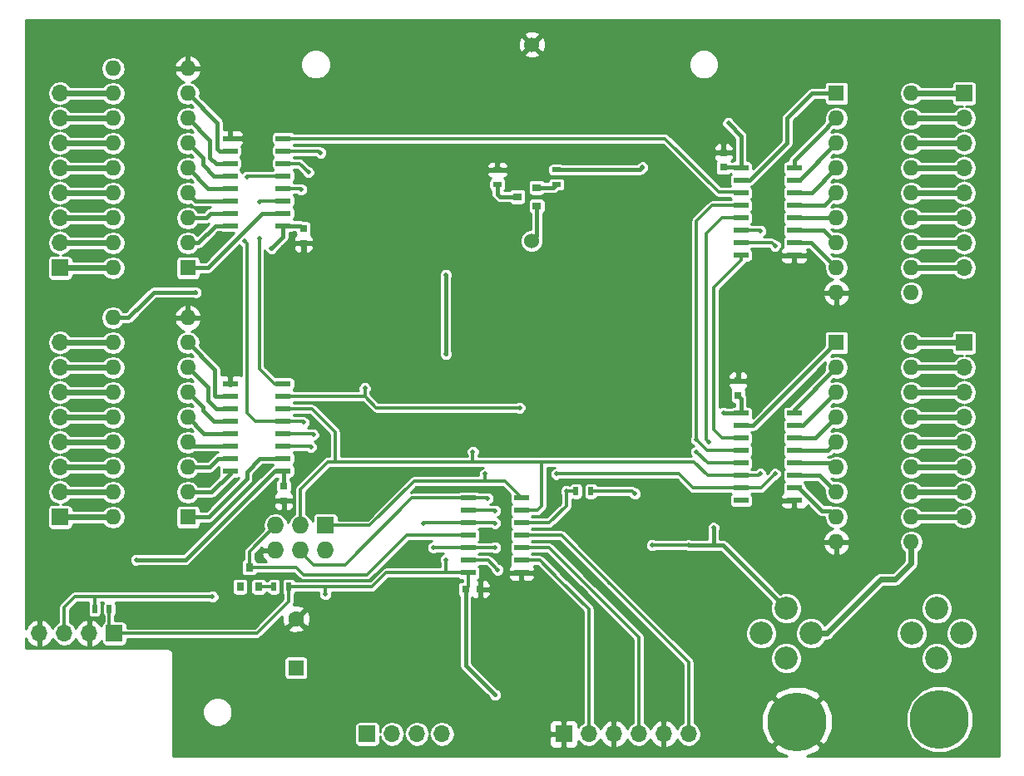
<source format=gbl>
G04 #@! TF.FileFunction,Copper,L2,Bot,Signal*
%FSLAX46Y46*%
G04 Gerber Fmt 4.6, Leading zero omitted, Abs format (unit mm)*
G04 Created by KiCad (PCBNEW 4.0.2-stable) date 05/04/2017 02:23:03*
%MOMM*%
G01*
G04 APERTURE LIST*
%ADD10C,0.100000*%
%ADD11R,0.750000X0.800000*%
%ADD12R,1.600000X1.600000*%
%ADD13O,1.600000X1.600000*%
%ADD14R,0.800000X0.750000*%
%ADD15R,0.800000X0.900000*%
%ADD16R,0.900000X0.800000*%
%ADD17R,1.500000X0.600000*%
%ADD18R,1.700000X1.700000*%
%ADD19O,1.700000X1.700000*%
%ADD20R,0.500000X0.900000*%
%ADD21R,0.900000X0.500000*%
%ADD22R,1.727200X1.727200*%
%ADD23O,1.727200X1.727200*%
%ADD24C,2.350000*%
%ADD25C,1.600000*%
%ADD26C,5.999480*%
%ADD27C,1.524000*%
%ADD28C,0.508000*%
%ADD29C,0.406400*%
%ADD30C,0.304800*%
%ADD31C,0.609600*%
%ADD32C,0.254000*%
G04 APERTURE END LIST*
D10*
D11*
X130750000Y-101000000D03*
X130750000Y-102500000D03*
D12*
X187000000Y-86360000D03*
D13*
X194620000Y-106680000D03*
X187000000Y-88900000D03*
X194620000Y-104140000D03*
X187000000Y-91440000D03*
X194620000Y-101600000D03*
X187000000Y-93980000D03*
X194620000Y-99060000D03*
X187000000Y-96520000D03*
X194620000Y-96520000D03*
X187000000Y-99060000D03*
X194620000Y-93980000D03*
X187000000Y-101600000D03*
X194620000Y-91440000D03*
X187000000Y-104140000D03*
X194620000Y-88900000D03*
X187000000Y-106680000D03*
X194620000Y-86360000D03*
D14*
X149250000Y-111500000D03*
X150750000Y-111500000D03*
D11*
X132750000Y-74750000D03*
X132750000Y-76250000D03*
D15*
X128200000Y-111250000D03*
X126300000Y-111250000D03*
X127250000Y-109250000D03*
D16*
X156500000Y-70550000D03*
X156500000Y-72450000D03*
X154500000Y-71500000D03*
D17*
X149550000Y-109810000D03*
X149550000Y-108540000D03*
X149550000Y-107270000D03*
X149550000Y-106000000D03*
X149550000Y-104730000D03*
X149550000Y-103460000D03*
X149550000Y-102190000D03*
X154950000Y-102190000D03*
X154950000Y-103460000D03*
X154950000Y-104730000D03*
X154950000Y-106000000D03*
X154950000Y-107270000D03*
X154950000Y-108540000D03*
X154950000Y-109810000D03*
D18*
X108000000Y-104140000D03*
D19*
X108000000Y-101600000D03*
X108000000Y-99060000D03*
X108000000Y-96520000D03*
X108000000Y-93980000D03*
X108000000Y-91440000D03*
X108000000Y-88900000D03*
X108000000Y-86360000D03*
D18*
X108000000Y-78740000D03*
D19*
X108000000Y-76200000D03*
X108000000Y-73660000D03*
X108000000Y-71120000D03*
X108000000Y-68580000D03*
X108000000Y-66040000D03*
X108000000Y-63500000D03*
X108000000Y-60960000D03*
D18*
X200000000Y-60960000D03*
D19*
X200000000Y-63500000D03*
X200000000Y-66040000D03*
X200000000Y-68580000D03*
X200000000Y-71120000D03*
X200000000Y-73660000D03*
X200000000Y-76200000D03*
X200000000Y-78740000D03*
D18*
X200000000Y-86360000D03*
D19*
X200000000Y-88900000D03*
X200000000Y-91440000D03*
X200000000Y-93980000D03*
X200000000Y-96520000D03*
X200000000Y-99060000D03*
X200000000Y-101600000D03*
X200000000Y-104140000D03*
D20*
X131250000Y-111250000D03*
X129750000Y-111250000D03*
X111500000Y-113500000D03*
X113000000Y-113500000D03*
X160500000Y-101500000D03*
X162000000Y-101500000D03*
D21*
X158500000Y-68750000D03*
X158500000Y-70250000D03*
X152500000Y-70250000D03*
X152500000Y-68750000D03*
D17*
X125300000Y-74445000D03*
X125300000Y-73175000D03*
X125300000Y-71905000D03*
X125300000Y-70635000D03*
X125300000Y-69365000D03*
X125300000Y-68095000D03*
X125300000Y-66825000D03*
X125300000Y-65555000D03*
X130700000Y-65555000D03*
X130700000Y-66825000D03*
X130700000Y-68095000D03*
X130700000Y-69365000D03*
X130700000Y-70635000D03*
X130700000Y-71905000D03*
X130700000Y-73175000D03*
X130700000Y-74445000D03*
X125300000Y-99445000D03*
X125300000Y-98175000D03*
X125300000Y-96905000D03*
X125300000Y-95635000D03*
X125300000Y-94365000D03*
X125300000Y-93095000D03*
X125300000Y-91825000D03*
X125300000Y-90555000D03*
X130700000Y-90555000D03*
X130700000Y-91825000D03*
X130700000Y-93095000D03*
X130700000Y-94365000D03*
X130700000Y-95635000D03*
X130700000Y-96905000D03*
X130700000Y-98175000D03*
X130700000Y-99445000D03*
X182700000Y-68555000D03*
X182700000Y-69825000D03*
X182700000Y-71095000D03*
X182700000Y-72365000D03*
X182700000Y-73635000D03*
X182700000Y-74905000D03*
X182700000Y-76175000D03*
X182700000Y-77445000D03*
X177300000Y-77445000D03*
X177300000Y-76175000D03*
X177300000Y-74905000D03*
X177300000Y-73635000D03*
X177300000Y-72365000D03*
X177300000Y-71095000D03*
X177300000Y-69825000D03*
X177300000Y-68555000D03*
X182700000Y-93555000D03*
X182700000Y-94825000D03*
X182700000Y-96095000D03*
X182700000Y-97365000D03*
X182700000Y-98635000D03*
X182700000Y-99905000D03*
X182700000Y-101175000D03*
X182700000Y-102445000D03*
X177300000Y-102445000D03*
X177300000Y-101175000D03*
X177300000Y-99905000D03*
X177300000Y-98635000D03*
X177300000Y-97365000D03*
X177300000Y-96095000D03*
X177300000Y-94825000D03*
X177300000Y-93555000D03*
D12*
X121000000Y-104140000D03*
D13*
X113380000Y-83820000D03*
X121000000Y-101600000D03*
X113380000Y-86360000D03*
X121000000Y-99060000D03*
X113380000Y-88900000D03*
X121000000Y-96520000D03*
X113380000Y-91440000D03*
X121000000Y-93980000D03*
X113380000Y-93980000D03*
X121000000Y-91440000D03*
X113380000Y-96520000D03*
X121000000Y-88900000D03*
X113380000Y-99060000D03*
X121000000Y-86360000D03*
X113380000Y-101600000D03*
X121000000Y-83820000D03*
X113380000Y-104140000D03*
D12*
X121000000Y-78740000D03*
D13*
X113380000Y-58420000D03*
X121000000Y-76200000D03*
X113380000Y-60960000D03*
X121000000Y-73660000D03*
X113380000Y-63500000D03*
X121000000Y-71120000D03*
X113380000Y-66040000D03*
X121000000Y-68580000D03*
X113380000Y-68580000D03*
X121000000Y-66040000D03*
X113380000Y-71120000D03*
X121000000Y-63500000D03*
X113380000Y-73660000D03*
X121000000Y-60960000D03*
X113380000Y-76200000D03*
X121000000Y-58420000D03*
X113380000Y-78740000D03*
D12*
X187000000Y-60960000D03*
D13*
X194620000Y-81280000D03*
X187000000Y-63500000D03*
X194620000Y-78740000D03*
X187000000Y-66040000D03*
X194620000Y-76200000D03*
X187000000Y-68580000D03*
X194620000Y-73660000D03*
X187000000Y-71120000D03*
X194620000Y-71120000D03*
X187000000Y-73660000D03*
X194620000Y-68580000D03*
X187000000Y-76200000D03*
X194620000Y-66040000D03*
X187000000Y-78740000D03*
X194620000Y-63500000D03*
X187000000Y-81280000D03*
X194620000Y-60960000D03*
D18*
X113500000Y-116000000D03*
D19*
X110960000Y-116000000D03*
X108420000Y-116000000D03*
X105880000Y-116000000D03*
D18*
X159250000Y-126250000D03*
D19*
X161790000Y-126250000D03*
X164330000Y-126250000D03*
X166870000Y-126250000D03*
X169410000Y-126250000D03*
X171950000Y-126250000D03*
D22*
X135000000Y-105000000D03*
D23*
X135000000Y-107540000D03*
X132460000Y-105000000D03*
X132460000Y-107540000D03*
X129920000Y-105000000D03*
X129920000Y-107540000D03*
D24*
X184430000Y-116000000D03*
X179350000Y-116000000D03*
X194670000Y-116000000D03*
X199750000Y-116000000D03*
X181890000Y-118540000D03*
X181890000Y-113460000D03*
X197210000Y-118540000D03*
X197210000Y-113460000D03*
D11*
X175500000Y-68500000D03*
X175500000Y-67000000D03*
X177000000Y-91750000D03*
X177000000Y-90250000D03*
D12*
X132000000Y-119500000D03*
D25*
X132000000Y-114500000D03*
D18*
X139250000Y-126250000D03*
D19*
X141790000Y-126250000D03*
X144330000Y-126250000D03*
X146870000Y-126250000D03*
D26*
X197500000Y-124750000D03*
X183000000Y-125000000D03*
D27*
X156000000Y-76000000D03*
X156000000Y-56000000D03*
D28*
X152250000Y-122250000D03*
X147250000Y-87500000D03*
X147250000Y-79500000D03*
X166500000Y-101750000D03*
X135000000Y-112000000D03*
X147250000Y-108500000D03*
X130000000Y-81000000D03*
X134000000Y-102500000D03*
X144500000Y-71000000D03*
X115750000Y-108500000D03*
X129500000Y-76750000D03*
X167250000Y-68500000D03*
X176000000Y-64000000D03*
X121750000Y-81250000D03*
X175500000Y-93500000D03*
X174500000Y-105250000D03*
X172000000Y-107000000D03*
X168250000Y-107000000D03*
X123500000Y-112250000D03*
X152500000Y-109500000D03*
X127000000Y-69500000D03*
X126750000Y-76000000D03*
X174000000Y-96500000D03*
X172750000Y-97500000D03*
X152250000Y-107250000D03*
X132750000Y-94500000D03*
X146000000Y-107250000D03*
X152250000Y-104750000D03*
X172750000Y-96250000D03*
X132500000Y-70750000D03*
X133750000Y-95750000D03*
X145000000Y-104750000D03*
X139000000Y-91000000D03*
X180750000Y-99750000D03*
X180750000Y-76500000D03*
X158500000Y-99750000D03*
X134500000Y-67000000D03*
X154750000Y-93000000D03*
X152250000Y-103500000D03*
X151500000Y-102250000D03*
X133500000Y-97000000D03*
X151250000Y-99750000D03*
X133250000Y-69000000D03*
X179250000Y-99750000D03*
X179250000Y-75000000D03*
X150000000Y-97500000D03*
X159500000Y-101500000D03*
X128250000Y-72000000D03*
X128250000Y-75750000D03*
D29*
X149250000Y-119250000D02*
X152250000Y-122250000D01*
X149250000Y-111500000D02*
X149250000Y-117500000D01*
X149250000Y-117500000D02*
X149250000Y-119250000D01*
X147250000Y-87500000D02*
X147250000Y-79500000D01*
D30*
X162000000Y-101500000D02*
X166250000Y-101500000D01*
X166250000Y-101500000D02*
X166500000Y-101750000D01*
X113000000Y-113500000D02*
X113000000Y-115500000D01*
X113000000Y-115500000D02*
X113500000Y-116000000D01*
X113500000Y-116000000D02*
X128000000Y-116000000D01*
X131250000Y-112750000D02*
X131250000Y-111250000D01*
X128000000Y-116000000D02*
X131250000Y-112750000D01*
X135000000Y-112000000D02*
X135000000Y-111250000D01*
X147250000Y-108500000D02*
X147250000Y-109810000D01*
X147250000Y-109810000D02*
X147250000Y-109750000D01*
X147250000Y-109750000D02*
X147250000Y-109810000D01*
X149550000Y-109810000D02*
X149550000Y-111200000D01*
X149550000Y-111200000D02*
X149250000Y-111500000D01*
X131250000Y-111250000D02*
X135000000Y-111250000D01*
X135000000Y-111250000D02*
X139750000Y-111250000D01*
X139750000Y-111250000D02*
X141190000Y-109810000D01*
X141190000Y-109810000D02*
X147250000Y-109810000D01*
X147250000Y-109810000D02*
X149550000Y-109810000D01*
X131250000Y-111250000D02*
X131290000Y-111250000D01*
D31*
X132750000Y-78250000D02*
X132750000Y-76250000D01*
X130000000Y-81000000D02*
X132750000Y-78250000D01*
D30*
X146750000Y-68750000D02*
X152500000Y-68750000D01*
X144500000Y-71000000D02*
X146750000Y-68750000D01*
D29*
X187000000Y-106680000D02*
X184430000Y-106680000D01*
X182700000Y-104950000D02*
X182700000Y-102445000D01*
X184430000Y-106680000D02*
X182700000Y-104950000D01*
X121000000Y-83820000D02*
X123320000Y-83820000D01*
X125300000Y-85800000D02*
X125300000Y-90555000D01*
X123320000Y-83820000D02*
X125300000Y-85800000D01*
X121000000Y-58420000D02*
X124670000Y-58420000D01*
X125300000Y-59050000D02*
X125300000Y-65555000D01*
X124670000Y-58420000D02*
X125300000Y-59050000D01*
X120920000Y-58500000D02*
X121000000Y-58420000D01*
X187070000Y-106750000D02*
X187000000Y-106680000D01*
D30*
X182700000Y-77445000D02*
X182700000Y-78450000D01*
X182700000Y-78450000D02*
X185530000Y-81280000D01*
X185530000Y-81280000D02*
X187000000Y-81280000D01*
X187030000Y-81250000D02*
X187000000Y-81280000D01*
D29*
X129805000Y-99445000D02*
X120750000Y-108500000D01*
X120750000Y-108500000D02*
X115750000Y-108500000D01*
X129805000Y-99445000D02*
X130700000Y-99445000D01*
X130750000Y-101000000D02*
X130750000Y-99495000D01*
X130750000Y-99495000D02*
X130700000Y-99445000D01*
X130700000Y-75550000D02*
X129500000Y-76750000D01*
X130700000Y-75550000D02*
X130700000Y-74445000D01*
X167250000Y-68500000D02*
X167000000Y-68750000D01*
X167000000Y-68750000D02*
X158500000Y-68750000D01*
X177300000Y-68555000D02*
X177300000Y-65300000D01*
X177300000Y-65300000D02*
X176000000Y-64000000D01*
X177300000Y-93555000D02*
X177300000Y-92050000D01*
X177300000Y-92050000D02*
X177000000Y-91750000D01*
X175500000Y-68500000D02*
X177245000Y-68500000D01*
X177245000Y-68500000D02*
X177300000Y-68555000D01*
X130700000Y-74445000D02*
X132445000Y-74445000D01*
X132445000Y-74445000D02*
X132750000Y-74750000D01*
X130700000Y-100950000D02*
X130750000Y-101000000D01*
X113380000Y-83820000D02*
X114930000Y-83820000D01*
X116500000Y-82250000D02*
X117500000Y-81250000D01*
X117500000Y-81250000D02*
X121750000Y-81250000D01*
X114930000Y-83820000D02*
X116500000Y-82250000D01*
X174500000Y-107000000D02*
X174500000Y-105250000D01*
X175555000Y-93555000D02*
X177300000Y-93555000D01*
X175500000Y-93500000D02*
X175555000Y-93555000D01*
X172000000Y-107000000D02*
X174500000Y-107000000D01*
X174500000Y-107000000D02*
X175430000Y-107000000D01*
X175430000Y-107000000D02*
X181890000Y-113460000D01*
X113460000Y-58500000D02*
X113380000Y-58420000D01*
X113450000Y-83750000D02*
X113380000Y-83820000D01*
D31*
X184430000Y-116000000D02*
X186000000Y-116000000D01*
X186000000Y-116000000D02*
X191500000Y-110500000D01*
X191500000Y-110500000D02*
X193000000Y-110500000D01*
X193000000Y-110500000D02*
X194620000Y-108880000D01*
X194620000Y-108880000D02*
X194620000Y-106680000D01*
D30*
X194590000Y-81250000D02*
X194620000Y-81280000D01*
X168250000Y-107000000D02*
X172000000Y-107000000D01*
D29*
X156500000Y-72450000D02*
X156500000Y-75500000D01*
X156500000Y-75500000D02*
X156000000Y-76000000D01*
D30*
X129750000Y-111250000D02*
X128200000Y-111250000D01*
X127250000Y-109250000D02*
X132000000Y-109250000D01*
X143250000Y-106000000D02*
X149550000Y-106000000D01*
X139250000Y-110000000D02*
X143250000Y-106000000D01*
X132750000Y-110000000D02*
X139250000Y-110000000D01*
X132000000Y-109250000D02*
X132750000Y-110000000D01*
X127250000Y-109250000D02*
X127250000Y-107670000D01*
X127250000Y-107670000D02*
X129920000Y-105000000D01*
D29*
X152500000Y-70250000D02*
X152500000Y-71250000D01*
X152750000Y-71500000D02*
X154500000Y-71500000D01*
X152500000Y-71250000D02*
X152750000Y-71500000D01*
D30*
X111500000Y-112250000D02*
X123500000Y-112250000D01*
X152500000Y-109500000D02*
X151540000Y-108540000D01*
X151540000Y-108540000D02*
X149550000Y-108540000D01*
X111500000Y-113500000D02*
X111500000Y-112250000D01*
X108420000Y-116000000D02*
X108420000Y-113330000D01*
X109500000Y-112250000D02*
X111500000Y-112250000D01*
X108420000Y-113330000D02*
X109500000Y-112250000D01*
X127000000Y-93500000D02*
X127000000Y-93250000D01*
X127000000Y-76250000D02*
X127000000Y-93250000D01*
X126750000Y-76000000D02*
X127000000Y-76250000D01*
X127865000Y-94365000D02*
X127000000Y-93500000D01*
X127865000Y-94365000D02*
X130700000Y-94365000D01*
X127135000Y-69365000D02*
X128635000Y-69365000D01*
X128635000Y-69365000D02*
X130700000Y-69365000D01*
X127135000Y-69365000D02*
X127000000Y-69500000D01*
X127000000Y-69500000D02*
X127135000Y-69365000D01*
X175365000Y-73635000D02*
X177300000Y-73635000D01*
X173750000Y-75250000D02*
X175365000Y-73635000D01*
X173750000Y-96250000D02*
X173750000Y-75250000D01*
X174000000Y-96500000D02*
X173750000Y-96250000D01*
X149550000Y-107270000D02*
X152230000Y-107270000D01*
X173885000Y-98635000D02*
X177300000Y-98635000D01*
X172750000Y-97500000D02*
X173885000Y-98635000D01*
X152230000Y-107270000D02*
X152250000Y-107250000D01*
X132750000Y-94500000D02*
X132615000Y-94365000D01*
X132615000Y-94365000D02*
X130700000Y-94365000D01*
X149550000Y-107270000D02*
X146020000Y-107270000D01*
X146020000Y-107270000D02*
X146000000Y-107250000D01*
X177300000Y-97365000D02*
X173865000Y-97365000D01*
X173865000Y-97365000D02*
X172750000Y-96250000D01*
X172750000Y-96250000D02*
X172750000Y-74000000D01*
X174385000Y-72365000D02*
X177300000Y-72365000D01*
X172750000Y-74000000D02*
X174385000Y-72365000D01*
X152230000Y-104730000D02*
X149550000Y-104730000D01*
X152250000Y-104750000D02*
X152230000Y-104730000D01*
X132385000Y-70635000D02*
X130700000Y-70635000D01*
X132500000Y-70750000D02*
X132385000Y-70635000D01*
X149550000Y-104730000D02*
X145020000Y-104730000D01*
X133635000Y-95635000D02*
X130700000Y-95635000D01*
X133750000Y-95750000D02*
X133635000Y-95635000D01*
X145020000Y-104730000D02*
X145000000Y-104750000D01*
X130700000Y-91825000D02*
X139000000Y-91825000D01*
X139000000Y-91825000D02*
X140175000Y-93000000D01*
X140175000Y-93000000D02*
X154750000Y-93000000D01*
X139000000Y-91000000D02*
X139000000Y-91825000D01*
X139000000Y-91825000D02*
X139000000Y-91500000D01*
X179325000Y-101175000D02*
X180750000Y-99750000D01*
X177300000Y-101175000D02*
X179325000Y-101175000D01*
X180425000Y-76175000D02*
X180750000Y-76500000D01*
X180425000Y-76175000D02*
X177300000Y-76175000D01*
X172425000Y-101175000D02*
X177300000Y-101175000D01*
X171000000Y-99750000D02*
X172425000Y-101175000D01*
X169250000Y-99750000D02*
X171000000Y-99750000D01*
X158500000Y-99750000D02*
X169250000Y-99750000D01*
X134325000Y-66825000D02*
X130700000Y-66825000D01*
X134500000Y-67000000D02*
X134325000Y-66825000D01*
X152210000Y-103460000D02*
X149550000Y-103460000D01*
X152250000Y-103500000D02*
X152210000Y-103460000D01*
X151440000Y-102190000D02*
X149550000Y-102190000D01*
X151500000Y-102250000D02*
X151440000Y-102190000D01*
X132460000Y-107540000D02*
X132460000Y-107710000D01*
X132460000Y-107710000D02*
X133750000Y-109000000D01*
X133750000Y-109000000D02*
X137000000Y-109000000D01*
X137000000Y-109000000D02*
X143810000Y-102190000D01*
X143810000Y-102190000D02*
X149550000Y-102190000D01*
X133405000Y-96905000D02*
X130700000Y-96905000D01*
X133500000Y-97000000D02*
X133405000Y-96905000D01*
X151250000Y-99750000D02*
X151250000Y-100500000D01*
X135000000Y-105000000D02*
X139500000Y-105000000D01*
X153260000Y-100500000D02*
X154950000Y-102190000D01*
X144000000Y-100500000D02*
X151250000Y-100500000D01*
X151250000Y-100500000D02*
X153260000Y-100500000D01*
X139500000Y-105000000D02*
X144000000Y-100500000D01*
X130700000Y-68095000D02*
X132345000Y-68095000D01*
X132345000Y-68095000D02*
X133250000Y-69000000D01*
X179095000Y-99905000D02*
X179250000Y-99750000D01*
X173905000Y-99905000D02*
X177300000Y-99905000D01*
X172500000Y-98500000D02*
X173905000Y-99905000D01*
X177300000Y-99905000D02*
X179095000Y-99905000D01*
X179155000Y-74905000D02*
X177300000Y-74905000D01*
X179250000Y-75000000D02*
X179155000Y-74905000D01*
X154950000Y-103460000D02*
X156540000Y-103460000D01*
X157000000Y-103000000D02*
X157000000Y-98500000D01*
X156540000Y-103460000D02*
X157000000Y-103000000D01*
X154250000Y-98500000D02*
X157000000Y-98500000D01*
X157000000Y-98500000D02*
X157250000Y-98500000D01*
X157250000Y-98500000D02*
X172500000Y-98500000D01*
X150000000Y-98500000D02*
X154250000Y-98500000D01*
X130700000Y-93095000D02*
X133595000Y-93095000D01*
X136000000Y-95500000D02*
X136000000Y-98500000D01*
X133595000Y-93095000D02*
X136000000Y-95500000D01*
X150000000Y-97500000D02*
X150000000Y-98500000D01*
X132460000Y-101290000D02*
X132460000Y-105000000D01*
X140000000Y-98500000D02*
X136000000Y-98500000D01*
X136000000Y-98500000D02*
X135250000Y-98500000D01*
X135250000Y-98500000D02*
X132460000Y-101290000D01*
X150000000Y-98500000D02*
X140000000Y-98500000D01*
X159500000Y-101500000D02*
X160500000Y-101500000D01*
X157770000Y-104730000D02*
X159500000Y-103000000D01*
X159500000Y-103000000D02*
X159500000Y-101500000D01*
X157770000Y-104730000D02*
X157250000Y-104730000D01*
X154950000Y-104730000D02*
X157250000Y-104730000D01*
X157250000Y-104730000D02*
X157270000Y-104730000D01*
X171950000Y-126250000D02*
X171950000Y-118950000D01*
X171950000Y-118950000D02*
X163750000Y-110750000D01*
X154950000Y-106000000D02*
X159000000Y-106000000D01*
X159000000Y-106000000D02*
X163750000Y-110750000D01*
X163750000Y-110750000D02*
X163880000Y-110880000D01*
X166870000Y-126250000D02*
X166870000Y-116370000D01*
X166870000Y-116370000D02*
X161340000Y-110840000D01*
X157770000Y-107270000D02*
X154950000Y-107270000D01*
X157770000Y-107270000D02*
X161340000Y-110840000D01*
X161790000Y-126250000D02*
X161790000Y-113540000D01*
X161790000Y-113540000D02*
X158800000Y-110550000D01*
X156790000Y-108540000D02*
X154950000Y-108540000D01*
X156790000Y-108540000D02*
X158800000Y-110550000D01*
D31*
X108000000Y-104140000D02*
X113380000Y-104140000D01*
X108000000Y-101600000D02*
X113380000Y-101600000D01*
X108000000Y-99060000D02*
X113380000Y-99060000D01*
X108000000Y-96520000D02*
X113770000Y-96520000D01*
X113770000Y-96520000D02*
X113380000Y-96520000D01*
X108000000Y-93980000D02*
X113380000Y-93980000D01*
X108000000Y-91440000D02*
X113380000Y-91440000D01*
X108000000Y-88900000D02*
X113380000Y-88900000D01*
X108000000Y-86360000D02*
X113380000Y-86360000D01*
X108000000Y-78740000D02*
X113380000Y-78740000D01*
X108000000Y-76200000D02*
X113380000Y-76200000D01*
X108000000Y-73660000D02*
X113380000Y-73660000D01*
X108000000Y-71120000D02*
X113380000Y-71120000D01*
X108000000Y-68580000D02*
X113380000Y-68580000D01*
X108000000Y-66040000D02*
X113380000Y-66040000D01*
X108000000Y-63500000D02*
X113380000Y-63500000D01*
X108000000Y-60960000D02*
X113380000Y-60960000D01*
X194620000Y-60960000D02*
X200000000Y-60960000D01*
X194620000Y-63500000D02*
X200000000Y-63500000D01*
X194620000Y-66040000D02*
X200000000Y-66040000D01*
X194620000Y-68580000D02*
X200000000Y-68580000D01*
X194620000Y-71120000D02*
X200000000Y-71120000D01*
X194620000Y-73660000D02*
X200000000Y-73660000D01*
X194620000Y-76200000D02*
X200000000Y-76200000D01*
X194620000Y-78740000D02*
X200000000Y-78740000D01*
X194620000Y-86360000D02*
X200000000Y-86360000D01*
X194620000Y-88900000D02*
X200000000Y-88900000D01*
X194620000Y-91440000D02*
X200000000Y-91440000D01*
X194620000Y-93980000D02*
X200000000Y-93980000D01*
X194620000Y-96520000D02*
X200000000Y-96520000D01*
X194620000Y-99060000D02*
X200000000Y-99060000D01*
X194620000Y-101600000D02*
X200000000Y-101600000D01*
X194620000Y-104140000D02*
X200000000Y-104140000D01*
D29*
X121000000Y-76200000D02*
X122050000Y-76200000D01*
X123805000Y-74445000D02*
X125300000Y-74445000D01*
X122050000Y-76200000D02*
X123805000Y-74445000D01*
X121000000Y-73660000D02*
X122840000Y-73660000D01*
X123325000Y-73175000D02*
X125300000Y-73175000D01*
X122840000Y-73660000D02*
X123325000Y-73175000D01*
X125300000Y-71905000D02*
X121785000Y-71905000D01*
X121785000Y-71905000D02*
X121000000Y-71120000D01*
X125300000Y-70635000D02*
X123055000Y-70635000D01*
X123055000Y-70635000D02*
X121000000Y-68580000D01*
X125300000Y-69365000D02*
X123615000Y-69365000D01*
X122500000Y-67540000D02*
X121000000Y-66040000D01*
X122500000Y-68250000D02*
X122500000Y-67540000D01*
X123615000Y-69365000D02*
X122500000Y-68250000D01*
X125300000Y-68095000D02*
X123845000Y-68095000D01*
X123250000Y-65750000D02*
X121000000Y-63500000D01*
X123250000Y-67500000D02*
X123250000Y-65750000D01*
X123845000Y-68095000D02*
X123250000Y-67500000D01*
X125300000Y-66825000D02*
X124184602Y-66825000D01*
X124000000Y-63960000D02*
X121000000Y-60960000D01*
X124000000Y-66640398D02*
X124000000Y-63960000D01*
X124184602Y-66825000D02*
X124000000Y-66640398D01*
D30*
X130700000Y-65555000D02*
X169555000Y-65555000D01*
X175000000Y-71000000D02*
X177205000Y-71000000D01*
X169555000Y-65555000D02*
X175000000Y-71000000D01*
X177205000Y-71000000D02*
X177300000Y-71095000D01*
X128250000Y-78500000D02*
X128250000Y-75750000D01*
X130700000Y-71905000D02*
X129345000Y-71905000D01*
X129805000Y-90555000D02*
X130700000Y-90555000D01*
X129805000Y-90555000D02*
X128250000Y-89000000D01*
X128250000Y-78500000D02*
X128250000Y-89000000D01*
X128345000Y-71905000D02*
X129345000Y-71905000D01*
X128250000Y-72000000D02*
X128345000Y-71905000D01*
D29*
X130700000Y-73175000D02*
X128575000Y-73175000D01*
X123010000Y-78740000D02*
X121000000Y-78740000D01*
X128575000Y-73175000D02*
X123010000Y-78740000D01*
X121000000Y-101600000D02*
X123400000Y-101600000D01*
X123400000Y-101600000D02*
X125300000Y-99700000D01*
X125300000Y-99700000D02*
X125300000Y-99445000D01*
D30*
X125300000Y-99445000D02*
X125300000Y-99700000D01*
D29*
X121000000Y-99060000D02*
X123190000Y-99060000D01*
X124075000Y-98175000D02*
X125300000Y-98175000D01*
X123190000Y-99060000D02*
X124075000Y-98175000D01*
X125300000Y-96905000D02*
X121385000Y-96905000D01*
X121385000Y-96905000D02*
X121000000Y-96520000D01*
D30*
X121385000Y-96905000D02*
X121000000Y-96520000D01*
D29*
X125300000Y-95635000D02*
X122655000Y-95635000D01*
X122655000Y-95635000D02*
X121000000Y-93980000D01*
X125300000Y-94365000D02*
X123615000Y-94365000D01*
X122500000Y-92940000D02*
X121000000Y-91440000D01*
X122500000Y-93250000D02*
X122500000Y-92940000D01*
X123615000Y-94365000D02*
X122500000Y-93250000D01*
X125300000Y-93095000D02*
X123845000Y-93095000D01*
X123000000Y-90900000D02*
X121000000Y-88900000D01*
X123000000Y-92250000D02*
X123000000Y-90900000D01*
X123845000Y-93095000D02*
X123000000Y-92250000D01*
X125300000Y-91825000D02*
X123825000Y-91825000D01*
X123750000Y-89110000D02*
X121000000Y-86360000D01*
X123750000Y-91750000D02*
X123750000Y-89110000D01*
X123825000Y-91825000D02*
X123750000Y-91750000D01*
X130700000Y-98175000D02*
X128325000Y-98175000D01*
X123110000Y-104140000D02*
X121000000Y-104140000D01*
X127000000Y-100250000D02*
X123110000Y-104140000D01*
X127000000Y-99500000D02*
X127000000Y-100250000D01*
X128325000Y-98175000D02*
X127000000Y-99500000D01*
X187000000Y-63500000D02*
X185250000Y-65250000D01*
X182700000Y-67800000D02*
X182950000Y-67550000D01*
X182950000Y-67550000D02*
X185250000Y-65250000D01*
X182700000Y-67800000D02*
X182700000Y-68555000D01*
X182700000Y-69825000D02*
X183215000Y-69825000D01*
X183215000Y-69825000D02*
X187000000Y-66040000D01*
X182700000Y-71095000D02*
X184485000Y-71095000D01*
X184485000Y-71095000D02*
X187000000Y-68580000D01*
X182700000Y-72365000D02*
X185755000Y-72365000D01*
X185755000Y-72365000D02*
X187000000Y-71120000D01*
X182700000Y-73635000D02*
X186975000Y-73635000D01*
X186975000Y-73635000D02*
X187000000Y-73660000D01*
X182700000Y-74905000D02*
X185705000Y-74905000D01*
X185705000Y-74905000D02*
X187000000Y-76200000D01*
X182700000Y-76175000D02*
X184435000Y-76175000D01*
X184435000Y-76175000D02*
X187000000Y-78740000D01*
D30*
X177300000Y-77445000D02*
X177300000Y-77950000D01*
X175345000Y-96095000D02*
X177300000Y-96095000D01*
X174500000Y-95250000D02*
X175345000Y-96095000D01*
X174500000Y-80750000D02*
X174500000Y-95250000D01*
X177300000Y-77950000D02*
X174500000Y-80750000D01*
D29*
X177300000Y-69825000D02*
X178175000Y-69825000D01*
X184540000Y-60960000D02*
X187000000Y-60960000D01*
X182000000Y-63500000D02*
X184540000Y-60960000D01*
X182000000Y-66000000D02*
X182000000Y-63500000D01*
X178175000Y-69825000D02*
X182000000Y-66000000D01*
X182700000Y-93555000D02*
X182700000Y-93200000D01*
X182700000Y-93200000D02*
X187000000Y-88900000D01*
X182700000Y-94825000D02*
X183615000Y-94825000D01*
X183615000Y-94825000D02*
X187000000Y-91440000D01*
X182700000Y-96095000D02*
X184885000Y-96095000D01*
X184885000Y-96095000D02*
X187000000Y-93980000D01*
X182700000Y-97365000D02*
X186155000Y-97365000D01*
X186155000Y-97365000D02*
X187000000Y-96520000D01*
X182700000Y-98635000D02*
X186575000Y-98635000D01*
X186575000Y-98635000D02*
X187000000Y-99060000D01*
D30*
X186935000Y-98635000D02*
X187000000Y-98700000D01*
D29*
X182700000Y-99905000D02*
X185305000Y-99905000D01*
X185305000Y-99905000D02*
X187000000Y-101600000D01*
X182700000Y-101175000D02*
X183175000Y-101175000D01*
X183175000Y-101175000D02*
X185500000Y-103500000D01*
X185500000Y-103500000D02*
X186360000Y-103500000D01*
X186360000Y-103500000D02*
X187000000Y-104140000D01*
X177300000Y-94825000D02*
X178535000Y-94825000D01*
X178535000Y-94825000D02*
X187000000Y-86360000D01*
X156500000Y-70550000D02*
X158200000Y-70550000D01*
X158200000Y-70550000D02*
X158500000Y-70250000D01*
D32*
G36*
X203518200Y-128518200D02*
X183998939Y-128518200D01*
X185043501Y-128091627D01*
X185074277Y-128071063D01*
X185416838Y-127596443D01*
X183000000Y-125179605D01*
X180583162Y-127596443D01*
X180925723Y-128071063D01*
X181990141Y-128518200D01*
X119481800Y-128518200D01*
X119481800Y-124303357D01*
X122467934Y-124303357D01*
X122700646Y-124866562D01*
X123131172Y-125297840D01*
X123693969Y-125531534D01*
X124303357Y-125532066D01*
X124622980Y-125400000D01*
X137959741Y-125400000D01*
X137959741Y-127100000D01*
X137989850Y-127260015D01*
X138084419Y-127406980D01*
X138228715Y-127505573D01*
X138400000Y-127540259D01*
X140100000Y-127540259D01*
X140260015Y-127510150D01*
X140406980Y-127415581D01*
X140505573Y-127271285D01*
X140540259Y-127100000D01*
X140540259Y-126436284D01*
X140605771Y-126765636D01*
X140883631Y-127181481D01*
X141299476Y-127459341D01*
X141790000Y-127556912D01*
X142280524Y-127459341D01*
X142696369Y-127181481D01*
X142974229Y-126765636D01*
X143060000Y-126334435D01*
X143145771Y-126765636D01*
X143423631Y-127181481D01*
X143839476Y-127459341D01*
X144330000Y-127556912D01*
X144820524Y-127459341D01*
X145236369Y-127181481D01*
X145514229Y-126765636D01*
X145600000Y-126334435D01*
X145685771Y-126765636D01*
X145963631Y-127181481D01*
X146379476Y-127459341D01*
X146870000Y-127556912D01*
X147360524Y-127459341D01*
X147776369Y-127181481D01*
X148054229Y-126765636D01*
X148099956Y-126535750D01*
X157765000Y-126535750D01*
X157765000Y-127226309D01*
X157861673Y-127459698D01*
X158040301Y-127638327D01*
X158273690Y-127735000D01*
X158964250Y-127735000D01*
X159123000Y-127576250D01*
X159123000Y-126377000D01*
X157923750Y-126377000D01*
X157765000Y-126535750D01*
X148099956Y-126535750D01*
X148151800Y-126275112D01*
X148151800Y-126224888D01*
X148054229Y-125734364D01*
X147776369Y-125318519D01*
X147709280Y-125273691D01*
X157765000Y-125273691D01*
X157765000Y-125964250D01*
X157923750Y-126123000D01*
X159123000Y-126123000D01*
X159123000Y-124923750D01*
X158964250Y-124765000D01*
X158273690Y-124765000D01*
X158040301Y-124861673D01*
X157861673Y-125040302D01*
X157765000Y-125273691D01*
X147709280Y-125273691D01*
X147360524Y-125040659D01*
X146870000Y-124943088D01*
X146379476Y-125040659D01*
X145963631Y-125318519D01*
X145685771Y-125734364D01*
X145600000Y-126165565D01*
X145514229Y-125734364D01*
X145236369Y-125318519D01*
X144820524Y-125040659D01*
X144330000Y-124943088D01*
X143839476Y-125040659D01*
X143423631Y-125318519D01*
X143145771Y-125734364D01*
X143060000Y-126165565D01*
X142974229Y-125734364D01*
X142696369Y-125318519D01*
X142280524Y-125040659D01*
X141790000Y-124943088D01*
X141299476Y-125040659D01*
X140883631Y-125318519D01*
X140605771Y-125734364D01*
X140540259Y-126063716D01*
X140540259Y-125400000D01*
X140510150Y-125239985D01*
X140415581Y-125093020D01*
X140271285Y-124994427D01*
X140100000Y-124959741D01*
X138400000Y-124959741D01*
X138239985Y-124989850D01*
X138093020Y-125084419D01*
X137994427Y-125228715D01*
X137959741Y-125400000D01*
X124622980Y-125400000D01*
X124866562Y-125299354D01*
X125297840Y-124868828D01*
X125531534Y-124306031D01*
X125532066Y-123696643D01*
X125299354Y-123133438D01*
X124868828Y-122702160D01*
X124306031Y-122468466D01*
X123696643Y-122467934D01*
X123133438Y-122700646D01*
X122702160Y-123131172D01*
X122468466Y-123693969D01*
X122467934Y-124303357D01*
X119481800Y-124303357D01*
X119481800Y-118700000D01*
X130759741Y-118700000D01*
X130759741Y-120300000D01*
X130789850Y-120460015D01*
X130884419Y-120606980D01*
X131028715Y-120705573D01*
X131200000Y-120740259D01*
X132800000Y-120740259D01*
X132960015Y-120710150D01*
X133106980Y-120615581D01*
X133205573Y-120471285D01*
X133240259Y-120300000D01*
X133240259Y-118700000D01*
X133210150Y-118539985D01*
X133115581Y-118393020D01*
X132971285Y-118294427D01*
X132800000Y-118259741D01*
X131200000Y-118259741D01*
X131039985Y-118289850D01*
X130893020Y-118384419D01*
X130794427Y-118528715D01*
X130759741Y-118700000D01*
X119481800Y-118700000D01*
X119481800Y-118000000D01*
X119445125Y-117815623D01*
X119340684Y-117659316D01*
X119184377Y-117554875D01*
X119000000Y-117518200D01*
X104481800Y-117518200D01*
X104481800Y-116449063D01*
X104684817Y-116881358D01*
X105113076Y-117271645D01*
X105523110Y-117441476D01*
X105753000Y-117320155D01*
X105753000Y-116127000D01*
X105733000Y-116127000D01*
X105733000Y-115873000D01*
X105753000Y-115873000D01*
X105753000Y-114679845D01*
X106007000Y-114679845D01*
X106007000Y-115873000D01*
X106027000Y-115873000D01*
X106027000Y-116127000D01*
X106007000Y-116127000D01*
X106007000Y-117320155D01*
X106236890Y-117441476D01*
X106646924Y-117271645D01*
X107075183Y-116881358D01*
X107242327Y-116525448D01*
X107513631Y-116931481D01*
X107929476Y-117209341D01*
X108420000Y-117306912D01*
X108910524Y-117209341D01*
X109326369Y-116931481D01*
X109597673Y-116525448D01*
X109764817Y-116881358D01*
X110193076Y-117271645D01*
X110603110Y-117441476D01*
X110833000Y-117320155D01*
X110833000Y-116127000D01*
X110813000Y-116127000D01*
X110813000Y-115873000D01*
X110833000Y-115873000D01*
X110833000Y-114679845D01*
X110603110Y-114558524D01*
X110193076Y-114728355D01*
X109764817Y-115118642D01*
X109597673Y-115474552D01*
X109326369Y-115068519D01*
X109004200Y-114853252D01*
X109004200Y-113571984D01*
X109741984Y-112834200D01*
X110874843Y-112834200D01*
X110844427Y-112878715D01*
X110809741Y-113050000D01*
X110809741Y-113950000D01*
X110839850Y-114110015D01*
X110934419Y-114256980D01*
X111078715Y-114355573D01*
X111250000Y-114390259D01*
X111750000Y-114390259D01*
X111910015Y-114360150D01*
X112056980Y-114265581D01*
X112155573Y-114121285D01*
X112190259Y-113950000D01*
X112190259Y-113050000D01*
X112160150Y-112889985D01*
X112124253Y-112834200D01*
X112374843Y-112834200D01*
X112344427Y-112878715D01*
X112309741Y-113050000D01*
X112309741Y-113950000D01*
X112339850Y-114110015D01*
X112415800Y-114228045D01*
X112415800Y-114787587D01*
X112343020Y-114834419D01*
X112244427Y-114978715D01*
X112209741Y-115150000D01*
X112209741Y-115234815D01*
X112155183Y-115118642D01*
X111726924Y-114728355D01*
X111316890Y-114558524D01*
X111087000Y-114679845D01*
X111087000Y-115873000D01*
X111107000Y-115873000D01*
X111107000Y-116127000D01*
X111087000Y-116127000D01*
X111087000Y-117320155D01*
X111316890Y-117441476D01*
X111726924Y-117271645D01*
X112155183Y-116881358D01*
X112209741Y-116765185D01*
X112209741Y-116850000D01*
X112239850Y-117010015D01*
X112334419Y-117156980D01*
X112478715Y-117255573D01*
X112650000Y-117290259D01*
X114350000Y-117290259D01*
X114510015Y-117260150D01*
X114656980Y-117165581D01*
X114755573Y-117021285D01*
X114790259Y-116850000D01*
X114790259Y-116584200D01*
X128000000Y-116584200D01*
X128223564Y-116539730D01*
X128413092Y-116413092D01*
X129318439Y-115507745D01*
X131171861Y-115507745D01*
X131245995Y-115753864D01*
X131783223Y-115946965D01*
X132353454Y-115919778D01*
X132754005Y-115753864D01*
X132828139Y-115507745D01*
X132000000Y-114679605D01*
X131171861Y-115507745D01*
X129318439Y-115507745D01*
X130558688Y-114267496D01*
X130553035Y-114283223D01*
X130580222Y-114853454D01*
X130746136Y-115254005D01*
X130992255Y-115328139D01*
X131820395Y-114500000D01*
X132179605Y-114500000D01*
X133007745Y-115328139D01*
X133253864Y-115254005D01*
X133446965Y-114716777D01*
X133419778Y-114146546D01*
X133253864Y-113745995D01*
X133007745Y-113671861D01*
X132179605Y-114500000D01*
X131820395Y-114500000D01*
X131806252Y-114485858D01*
X131985858Y-114306252D01*
X132000000Y-114320395D01*
X132828139Y-113492255D01*
X132754005Y-113246136D01*
X132216777Y-113053035D01*
X131720830Y-113076680D01*
X131789730Y-112973564D01*
X131834200Y-112750000D01*
X131834200Y-111975743D01*
X131905573Y-111871285D01*
X131913083Y-111834200D01*
X134326272Y-111834200D01*
X134314319Y-111862987D01*
X134314081Y-112135816D01*
X134418268Y-112387967D01*
X134611018Y-112581054D01*
X134862987Y-112685681D01*
X135135816Y-112685919D01*
X135387967Y-112581732D01*
X135581054Y-112388982D01*
X135685681Y-112137013D01*
X135685919Y-111864184D01*
X135673530Y-111834200D01*
X139750000Y-111834200D01*
X139973564Y-111789730D01*
X140163092Y-111663092D01*
X141431983Y-110394200D01*
X148469761Y-110394200D01*
X148484419Y-110416980D01*
X148628715Y-110515573D01*
X148800000Y-110550259D01*
X148965800Y-110550259D01*
X148965800Y-110684741D01*
X148850000Y-110684741D01*
X148689985Y-110714850D01*
X148543020Y-110809419D01*
X148444427Y-110953715D01*
X148409741Y-111125000D01*
X148409741Y-111875000D01*
X148439850Y-112035015D01*
X148534419Y-112181980D01*
X148615000Y-112237039D01*
X148615000Y-119250000D01*
X148663336Y-119493004D01*
X148800987Y-119699013D01*
X151617800Y-122515826D01*
X151668268Y-122637967D01*
X151861018Y-122831054D01*
X152112987Y-122935681D01*
X152385816Y-122935919D01*
X152637967Y-122831732D01*
X152831054Y-122638982D01*
X152935681Y-122387013D01*
X152935919Y-122114184D01*
X152831732Y-121862033D01*
X152638982Y-121668946D01*
X152515838Y-121617812D01*
X149885000Y-118986974D01*
X149885000Y-112308026D01*
X149990302Y-112413327D01*
X150223691Y-112510000D01*
X150464250Y-112510000D01*
X150623000Y-112351250D01*
X150623000Y-111627000D01*
X150877000Y-111627000D01*
X150877000Y-112351250D01*
X151035750Y-112510000D01*
X151276309Y-112510000D01*
X151509698Y-112413327D01*
X151688327Y-112234699D01*
X151785000Y-112001310D01*
X151785000Y-111785750D01*
X151626250Y-111627000D01*
X150877000Y-111627000D01*
X150623000Y-111627000D01*
X150603000Y-111627000D01*
X150603000Y-111373000D01*
X150623000Y-111373000D01*
X150623000Y-110648750D01*
X150877000Y-110648750D01*
X150877000Y-111373000D01*
X151626250Y-111373000D01*
X151785000Y-111214250D01*
X151785000Y-110998690D01*
X151688327Y-110765301D01*
X151509698Y-110586673D01*
X151276309Y-110490000D01*
X151035750Y-110490000D01*
X150877000Y-110648750D01*
X150623000Y-110648750D01*
X150480937Y-110506687D01*
X150606980Y-110425581D01*
X150705573Y-110281285D01*
X150740259Y-110110000D01*
X150740259Y-109510000D01*
X150710150Y-109349985D01*
X150615581Y-109203020D01*
X150575654Y-109175739D01*
X150606980Y-109155581D01*
X150628422Y-109124200D01*
X151298016Y-109124200D01*
X151817214Y-109643398D01*
X151918268Y-109887967D01*
X152111018Y-110081054D01*
X152362987Y-110185681D01*
X152635816Y-110185919D01*
X152854040Y-110095750D01*
X153565000Y-110095750D01*
X153565000Y-110236310D01*
X153661673Y-110469699D01*
X153840302Y-110648327D01*
X154073691Y-110745000D01*
X154664250Y-110745000D01*
X154823000Y-110586250D01*
X154823000Y-109937000D01*
X155077000Y-109937000D01*
X155077000Y-110586250D01*
X155235750Y-110745000D01*
X155826309Y-110745000D01*
X156059698Y-110648327D01*
X156238327Y-110469699D01*
X156335000Y-110236310D01*
X156335000Y-110095750D01*
X156176250Y-109937000D01*
X155077000Y-109937000D01*
X154823000Y-109937000D01*
X153723750Y-109937000D01*
X153565000Y-110095750D01*
X152854040Y-110095750D01*
X152887967Y-110081732D01*
X153081054Y-109888982D01*
X153185681Y-109637013D01*
X153185919Y-109364184D01*
X153081732Y-109112033D01*
X152888982Y-108918946D01*
X152642981Y-108816797D01*
X151953092Y-108126908D01*
X151929311Y-108111018D01*
X151763564Y-108000270D01*
X151540000Y-107955800D01*
X150630239Y-107955800D01*
X150615581Y-107933020D01*
X150575654Y-107905739D01*
X150606980Y-107885581D01*
X150628422Y-107854200D01*
X151916760Y-107854200D01*
X152112987Y-107935681D01*
X152385816Y-107935919D01*
X152637967Y-107831732D01*
X152831054Y-107638982D01*
X152935681Y-107387013D01*
X152935919Y-107114184D01*
X152831732Y-106862033D01*
X152638982Y-106668946D01*
X152387013Y-106564319D01*
X152114184Y-106564081D01*
X151862033Y-106668268D01*
X151844470Y-106685800D01*
X150630239Y-106685800D01*
X150615581Y-106663020D01*
X150575654Y-106635739D01*
X150606980Y-106615581D01*
X150705573Y-106471285D01*
X150740259Y-106300000D01*
X150740259Y-105700000D01*
X150710150Y-105539985D01*
X150615581Y-105393020D01*
X150575654Y-105365739D01*
X150606980Y-105345581D01*
X150628422Y-105314200D01*
X151844193Y-105314200D01*
X151861018Y-105331054D01*
X152112987Y-105435681D01*
X152385816Y-105435919D01*
X152637967Y-105331732D01*
X152831054Y-105138982D01*
X152935681Y-104887013D01*
X152935919Y-104614184D01*
X152831732Y-104362033D01*
X152638982Y-104168946D01*
X152533200Y-104125021D01*
X152637967Y-104081732D01*
X152831054Y-103888982D01*
X152935681Y-103637013D01*
X152935919Y-103364184D01*
X152831732Y-103112033D01*
X152638982Y-102918946D01*
X152387013Y-102814319D01*
X152114184Y-102814081D01*
X151964813Y-102875800D01*
X151781315Y-102875800D01*
X151887967Y-102831732D01*
X152081054Y-102638982D01*
X152185681Y-102387013D01*
X152185919Y-102114184D01*
X152081732Y-101862033D01*
X151888982Y-101668946D01*
X151637013Y-101564319D01*
X151364184Y-101564081D01*
X151263217Y-101605800D01*
X150630239Y-101605800D01*
X150615581Y-101583020D01*
X150471285Y-101484427D01*
X150300000Y-101449741D01*
X148800000Y-101449741D01*
X148639985Y-101479850D01*
X148493020Y-101574419D01*
X148471578Y-101605800D01*
X143810000Y-101605800D01*
X143698132Y-101628052D01*
X144241984Y-101084200D01*
X153018016Y-101084200D01*
X153770531Y-101836715D01*
X153759741Y-101890000D01*
X153759741Y-102490000D01*
X153789850Y-102650015D01*
X153884419Y-102796980D01*
X153924346Y-102824261D01*
X153893020Y-102844419D01*
X153794427Y-102988715D01*
X153759741Y-103160000D01*
X153759741Y-103760000D01*
X153789850Y-103920015D01*
X153884419Y-104066980D01*
X153924346Y-104094261D01*
X153893020Y-104114419D01*
X153794427Y-104258715D01*
X153759741Y-104430000D01*
X153759741Y-105030000D01*
X153789850Y-105190015D01*
X153884419Y-105336980D01*
X153924346Y-105364261D01*
X153893020Y-105384419D01*
X153794427Y-105528715D01*
X153759741Y-105700000D01*
X153759741Y-106300000D01*
X153789850Y-106460015D01*
X153884419Y-106606980D01*
X153924346Y-106634261D01*
X153893020Y-106654419D01*
X153794427Y-106798715D01*
X153759741Y-106970000D01*
X153759741Y-107570000D01*
X153789850Y-107730015D01*
X153884419Y-107876980D01*
X153924346Y-107904261D01*
X153893020Y-107924419D01*
X153794427Y-108068715D01*
X153759741Y-108240000D01*
X153759741Y-108840000D01*
X153789850Y-109000015D01*
X153798507Y-109013468D01*
X153661673Y-109150301D01*
X153565000Y-109383690D01*
X153565000Y-109524250D01*
X153723750Y-109683000D01*
X154823000Y-109683000D01*
X154823000Y-109663000D01*
X155077000Y-109663000D01*
X155077000Y-109683000D01*
X156176250Y-109683000D01*
X156335000Y-109524250D01*
X156335000Y-109383690D01*
X156238327Y-109150301D01*
X156212226Y-109124200D01*
X156548016Y-109124200D01*
X158386908Y-110963092D01*
X161205800Y-113781983D01*
X161205800Y-125103252D01*
X160883631Y-125318519D01*
X160735000Y-125540960D01*
X160735000Y-125273691D01*
X160638327Y-125040302D01*
X160459699Y-124861673D01*
X160226310Y-124765000D01*
X159535750Y-124765000D01*
X159377000Y-124923750D01*
X159377000Y-126123000D01*
X159397000Y-126123000D01*
X159397000Y-126377000D01*
X159377000Y-126377000D01*
X159377000Y-127576250D01*
X159535750Y-127735000D01*
X160226310Y-127735000D01*
X160459699Y-127638327D01*
X160638327Y-127459698D01*
X160735000Y-127226309D01*
X160735000Y-126959040D01*
X160883631Y-127181481D01*
X161299476Y-127459341D01*
X161790000Y-127556912D01*
X162280524Y-127459341D01*
X162696369Y-127181481D01*
X162967673Y-126775448D01*
X163134817Y-127131358D01*
X163563076Y-127521645D01*
X163973110Y-127691476D01*
X164203000Y-127570155D01*
X164203000Y-126377000D01*
X164183000Y-126377000D01*
X164183000Y-126123000D01*
X164203000Y-126123000D01*
X164203000Y-124929845D01*
X163973110Y-124808524D01*
X163563076Y-124978355D01*
X163134817Y-125368642D01*
X162967673Y-125724552D01*
X162696369Y-125318519D01*
X162374200Y-125103252D01*
X162374200Y-113540005D01*
X162374201Y-113540000D01*
X162329731Y-113316437D01*
X162282757Y-113246136D01*
X162203092Y-113126908D01*
X162203089Y-113126906D01*
X159213092Y-110136908D01*
X157203092Y-108126908D01*
X157179311Y-108111018D01*
X157013564Y-108000270D01*
X156790000Y-107955800D01*
X156030239Y-107955800D01*
X156015581Y-107933020D01*
X155975654Y-107905739D01*
X156006980Y-107885581D01*
X156028422Y-107854200D01*
X157528016Y-107854200D01*
X160926906Y-111253089D01*
X160926908Y-111253092D01*
X166285800Y-116611984D01*
X166285800Y-125103252D01*
X165963631Y-125318519D01*
X165692327Y-125724552D01*
X165525183Y-125368642D01*
X165096924Y-124978355D01*
X164686890Y-124808524D01*
X164457000Y-124929845D01*
X164457000Y-126123000D01*
X164477000Y-126123000D01*
X164477000Y-126377000D01*
X164457000Y-126377000D01*
X164457000Y-127570155D01*
X164686890Y-127691476D01*
X165096924Y-127521645D01*
X165525183Y-127131358D01*
X165692327Y-126775448D01*
X165963631Y-127181481D01*
X166379476Y-127459341D01*
X166870000Y-127556912D01*
X167360524Y-127459341D01*
X167776369Y-127181481D01*
X168047673Y-126775448D01*
X168214817Y-127131358D01*
X168643076Y-127521645D01*
X169053110Y-127691476D01*
X169283000Y-127570155D01*
X169283000Y-126377000D01*
X169263000Y-126377000D01*
X169263000Y-126123000D01*
X169283000Y-126123000D01*
X169283000Y-124929845D01*
X169053110Y-124808524D01*
X168643076Y-124978355D01*
X168214817Y-125368642D01*
X168047673Y-125724552D01*
X167776369Y-125318519D01*
X167454200Y-125103252D01*
X167454200Y-116370000D01*
X167409730Y-116146436D01*
X167283092Y-115956908D01*
X161753092Y-110426908D01*
X161753089Y-110426906D01*
X158183092Y-106856908D01*
X158108399Y-106807000D01*
X157993564Y-106730270D01*
X157770000Y-106685800D01*
X156030239Y-106685800D01*
X156015581Y-106663020D01*
X155975654Y-106635739D01*
X156006980Y-106615581D01*
X156028422Y-106584200D01*
X158758016Y-106584200D01*
X163336906Y-111163089D01*
X163336908Y-111163092D01*
X171365800Y-119191984D01*
X171365800Y-125103252D01*
X171043631Y-125318519D01*
X170772327Y-125724552D01*
X170605183Y-125368642D01*
X170176924Y-124978355D01*
X169766890Y-124808524D01*
X169537000Y-124929845D01*
X169537000Y-126123000D01*
X169557000Y-126123000D01*
X169557000Y-126377000D01*
X169537000Y-126377000D01*
X169537000Y-127570155D01*
X169766890Y-127691476D01*
X170176924Y-127521645D01*
X170605183Y-127131358D01*
X170772327Y-126775448D01*
X171043631Y-127181481D01*
X171459476Y-127459341D01*
X171950000Y-127556912D01*
X172440524Y-127459341D01*
X172856369Y-127181481D01*
X173134229Y-126765636D01*
X173231800Y-126275112D01*
X173231800Y-126224888D01*
X173134229Y-125734364D01*
X173114498Y-125704834D01*
X179361695Y-125704834D01*
X179908373Y-127043501D01*
X179928937Y-127074277D01*
X180403557Y-127416838D01*
X182820395Y-125000000D01*
X183179605Y-125000000D01*
X185596443Y-127416838D01*
X186071063Y-127074277D01*
X186631084Y-125741137D01*
X186632639Y-125429581D01*
X194067865Y-125429581D01*
X194589186Y-126691272D01*
X195553651Y-127657422D01*
X196814430Y-128180943D01*
X198179581Y-128182135D01*
X199441272Y-127660814D01*
X200407422Y-126696349D01*
X200930943Y-125435570D01*
X200932135Y-124070419D01*
X200410814Y-122808728D01*
X199446349Y-121842578D01*
X198185570Y-121319057D01*
X196820419Y-121317865D01*
X195558728Y-121839186D01*
X194592578Y-122803651D01*
X194069057Y-124064430D01*
X194067865Y-125429581D01*
X186632639Y-125429581D01*
X186638305Y-124295166D01*
X186091627Y-122956499D01*
X186071063Y-122925723D01*
X185596443Y-122583162D01*
X183179605Y-125000000D01*
X182820395Y-125000000D01*
X180403557Y-122583162D01*
X179928937Y-122925723D01*
X179368916Y-124258863D01*
X179361695Y-125704834D01*
X173114498Y-125704834D01*
X172856369Y-125318519D01*
X172534200Y-125103252D01*
X172534200Y-122403557D01*
X180583162Y-122403557D01*
X183000000Y-124820395D01*
X185416838Y-122403557D01*
X185074277Y-121928937D01*
X183741137Y-121368916D01*
X182295166Y-121361695D01*
X180956499Y-121908373D01*
X180925723Y-121928937D01*
X180583162Y-122403557D01*
X172534200Y-122403557D01*
X172534200Y-118950000D01*
X172515942Y-118858210D01*
X180282922Y-118858210D01*
X180527027Y-119448990D01*
X180978633Y-119901384D01*
X181568986Y-120146520D01*
X182208210Y-120147078D01*
X182798990Y-119902973D01*
X183251384Y-119451367D01*
X183496520Y-118861014D01*
X183496522Y-118858210D01*
X195602922Y-118858210D01*
X195847027Y-119448990D01*
X196298633Y-119901384D01*
X196888986Y-120146520D01*
X197528210Y-120147078D01*
X198118990Y-119902973D01*
X198571384Y-119451367D01*
X198816520Y-118861014D01*
X198817078Y-118221790D01*
X198572973Y-117631010D01*
X198121367Y-117178616D01*
X197531014Y-116933480D01*
X196891790Y-116932922D01*
X196301010Y-117177027D01*
X195848616Y-117628633D01*
X195603480Y-118218986D01*
X195602922Y-118858210D01*
X183496522Y-118858210D01*
X183497078Y-118221790D01*
X183252973Y-117631010D01*
X182801367Y-117178616D01*
X182211014Y-116933480D01*
X181571790Y-116932922D01*
X180981010Y-117177027D01*
X180528616Y-117628633D01*
X180283480Y-118218986D01*
X180282922Y-118858210D01*
X172515942Y-118858210D01*
X172489730Y-118726436D01*
X172363092Y-118536908D01*
X170144394Y-116318210D01*
X177742922Y-116318210D01*
X177987027Y-116908990D01*
X178438633Y-117361384D01*
X179028986Y-117606520D01*
X179668210Y-117607078D01*
X180258990Y-117362973D01*
X180711384Y-116911367D01*
X180956520Y-116321014D01*
X180956522Y-116318210D01*
X182822922Y-116318210D01*
X183067027Y-116908990D01*
X183518633Y-117361384D01*
X184108986Y-117606520D01*
X184748210Y-117607078D01*
X185338990Y-117362973D01*
X185791384Y-116911367D01*
X185863954Y-116736600D01*
X186000000Y-116736600D01*
X186281885Y-116680530D01*
X186520855Y-116520855D01*
X186723500Y-116318210D01*
X193062922Y-116318210D01*
X193307027Y-116908990D01*
X193758633Y-117361384D01*
X194348986Y-117606520D01*
X194988210Y-117607078D01*
X195578990Y-117362973D01*
X196031384Y-116911367D01*
X196276520Y-116321014D01*
X196276522Y-116318210D01*
X198142922Y-116318210D01*
X198387027Y-116908990D01*
X198838633Y-117361384D01*
X199428986Y-117606520D01*
X200068210Y-117607078D01*
X200658990Y-117362973D01*
X201111384Y-116911367D01*
X201356520Y-116321014D01*
X201357078Y-115681790D01*
X201112973Y-115091010D01*
X200661367Y-114638616D01*
X200071014Y-114393480D01*
X199431790Y-114392922D01*
X198841010Y-114637027D01*
X198388616Y-115088633D01*
X198143480Y-115678986D01*
X198142922Y-116318210D01*
X196276522Y-116318210D01*
X196277078Y-115681790D01*
X196032973Y-115091010D01*
X195581367Y-114638616D01*
X194991014Y-114393480D01*
X194351790Y-114392922D01*
X193761010Y-114637027D01*
X193308616Y-115088633D01*
X193063480Y-115678986D01*
X193062922Y-116318210D01*
X186723500Y-116318210D01*
X189263500Y-113778210D01*
X195602922Y-113778210D01*
X195847027Y-114368990D01*
X196298633Y-114821384D01*
X196888986Y-115066520D01*
X197528210Y-115067078D01*
X198118990Y-114822973D01*
X198571384Y-114371367D01*
X198816520Y-113781014D01*
X198817078Y-113141790D01*
X198572973Y-112551010D01*
X198121367Y-112098616D01*
X197531014Y-111853480D01*
X196891790Y-111852922D01*
X196301010Y-112097027D01*
X195848616Y-112548633D01*
X195603480Y-113138986D01*
X195602922Y-113778210D01*
X189263500Y-113778210D01*
X191805110Y-111236600D01*
X193000000Y-111236600D01*
X193281885Y-111180530D01*
X193520855Y-111020855D01*
X195140855Y-109400855D01*
X195300530Y-109161885D01*
X195356600Y-108880000D01*
X195356600Y-107656951D01*
X195515146Y-107551014D01*
X195782167Y-107151389D01*
X195875932Y-106680000D01*
X195782167Y-106208611D01*
X195515146Y-105808986D01*
X195115521Y-105541965D01*
X194644132Y-105448200D01*
X194595868Y-105448200D01*
X194124479Y-105541965D01*
X193724854Y-105808986D01*
X193457833Y-106208611D01*
X193364068Y-106680000D01*
X193457833Y-107151389D01*
X193724854Y-107551014D01*
X193883400Y-107656951D01*
X193883400Y-108574890D01*
X192694890Y-109763400D01*
X191500000Y-109763400D01*
X191218115Y-109819470D01*
X190999117Y-109965800D01*
X190979145Y-109979145D01*
X185814699Y-115143591D01*
X185792973Y-115091010D01*
X185341367Y-114638616D01*
X184751014Y-114393480D01*
X184111790Y-114392922D01*
X183521010Y-114637027D01*
X183068616Y-115088633D01*
X182823480Y-115678986D01*
X182822922Y-116318210D01*
X180956522Y-116318210D01*
X180957078Y-115681790D01*
X180712973Y-115091010D01*
X180261367Y-114638616D01*
X179671014Y-114393480D01*
X179031790Y-114392922D01*
X178441010Y-114637027D01*
X177988616Y-115088633D01*
X177743480Y-115678986D01*
X177742922Y-116318210D01*
X170144394Y-116318210D01*
X164163092Y-110336908D01*
X164163089Y-110336906D01*
X160962000Y-107135816D01*
X167564081Y-107135816D01*
X167668268Y-107387967D01*
X167861018Y-107581054D01*
X168112987Y-107685681D01*
X168385816Y-107685919D01*
X168631994Y-107584200D01*
X171618594Y-107584200D01*
X171862987Y-107685681D01*
X172135816Y-107685919D01*
X172259049Y-107635000D01*
X175166974Y-107635000D01*
X180397168Y-112865194D01*
X180283480Y-113138986D01*
X180282922Y-113778210D01*
X180527027Y-114368990D01*
X180978633Y-114821384D01*
X181568986Y-115066520D01*
X182208210Y-115067078D01*
X182798990Y-114822973D01*
X183251384Y-114371367D01*
X183496520Y-113781014D01*
X183497078Y-113141790D01*
X183252973Y-112551010D01*
X182801367Y-112098616D01*
X182211014Y-111853480D01*
X181571790Y-111852922D01*
X181295223Y-111967197D01*
X176357065Y-107029039D01*
X185608096Y-107029039D01*
X185768959Y-107417423D01*
X186144866Y-107832389D01*
X186650959Y-108071914D01*
X186873000Y-107950629D01*
X186873000Y-106807000D01*
X187127000Y-106807000D01*
X187127000Y-107950629D01*
X187349041Y-108071914D01*
X187855134Y-107832389D01*
X188231041Y-107417423D01*
X188391904Y-107029039D01*
X188269915Y-106807000D01*
X187127000Y-106807000D01*
X186873000Y-106807000D01*
X185730085Y-106807000D01*
X185608096Y-107029039D01*
X176357065Y-107029039D01*
X175879013Y-106550987D01*
X175673004Y-106413336D01*
X175430000Y-106365000D01*
X175135000Y-106365000D01*
X175135000Y-105509066D01*
X175185681Y-105387013D01*
X175185919Y-105114184D01*
X175081732Y-104862033D01*
X174888982Y-104668946D01*
X174637013Y-104564319D01*
X174364184Y-104564081D01*
X174112033Y-104668268D01*
X173918946Y-104861018D01*
X173814319Y-105112987D01*
X173814081Y-105385816D01*
X173865000Y-105509049D01*
X173865000Y-106365000D01*
X172259066Y-106365000D01*
X172137013Y-106314319D01*
X171864184Y-106314081D01*
X171618006Y-106415800D01*
X168631406Y-106415800D01*
X168387013Y-106314319D01*
X168114184Y-106314081D01*
X167862033Y-106418268D01*
X167668946Y-106611018D01*
X167564319Y-106862987D01*
X167564081Y-107135816D01*
X160962000Y-107135816D01*
X159413092Y-105586908D01*
X159409039Y-105584200D01*
X159223564Y-105460270D01*
X159000000Y-105415800D01*
X156030239Y-105415800D01*
X156015581Y-105393020D01*
X155975654Y-105365739D01*
X156006980Y-105345581D01*
X156028422Y-105314200D01*
X157770000Y-105314200D01*
X157993564Y-105269730D01*
X158183092Y-105143092D01*
X159913089Y-103413094D01*
X159913092Y-103413092D01*
X160039730Y-103223564D01*
X160084200Y-103000000D01*
X160084200Y-102356684D01*
X160250000Y-102390259D01*
X160750000Y-102390259D01*
X160910015Y-102360150D01*
X161056980Y-102265581D01*
X161155573Y-102121285D01*
X161190259Y-101950000D01*
X161190259Y-101050000D01*
X161309741Y-101050000D01*
X161309741Y-101950000D01*
X161339850Y-102110015D01*
X161434419Y-102256980D01*
X161578715Y-102355573D01*
X161750000Y-102390259D01*
X162250000Y-102390259D01*
X162410015Y-102360150D01*
X162556980Y-102265581D01*
X162655573Y-102121285D01*
X162663083Y-102084200D01*
X165896052Y-102084200D01*
X165918268Y-102137967D01*
X166111018Y-102331054D01*
X166362987Y-102435681D01*
X166635816Y-102435919D01*
X166887967Y-102331732D01*
X167081054Y-102138982D01*
X167185681Y-101887013D01*
X167185919Y-101614184D01*
X167081732Y-101362033D01*
X166888982Y-101168946D01*
X166637013Y-101064319D01*
X166629275Y-101064312D01*
X166607855Y-101050000D01*
X166473564Y-100960270D01*
X166250000Y-100915800D01*
X162665007Y-100915800D01*
X162660150Y-100889985D01*
X162565581Y-100743020D01*
X162421285Y-100644427D01*
X162250000Y-100609741D01*
X161750000Y-100609741D01*
X161589985Y-100639850D01*
X161443020Y-100734419D01*
X161344427Y-100878715D01*
X161309741Y-101050000D01*
X161190259Y-101050000D01*
X161160150Y-100889985D01*
X161065581Y-100743020D01*
X160921285Y-100644427D01*
X160750000Y-100609741D01*
X160250000Y-100609741D01*
X160089985Y-100639850D01*
X159943020Y-100734419D01*
X159844427Y-100878715D01*
X159840368Y-100898760D01*
X159637013Y-100814319D01*
X159364184Y-100814081D01*
X159112033Y-100918268D01*
X158918946Y-101111018D01*
X158814319Y-101362987D01*
X158814081Y-101635816D01*
X158915800Y-101881994D01*
X158915800Y-102758017D01*
X157528016Y-104145800D01*
X156030239Y-104145800D01*
X156015581Y-104123020D01*
X155975654Y-104095739D01*
X156006980Y-104075581D01*
X156028422Y-104044200D01*
X156540000Y-104044200D01*
X156763564Y-103999730D01*
X156953092Y-103873092D01*
X157413092Y-103413092D01*
X157495339Y-103290000D01*
X157539730Y-103223564D01*
X157584200Y-103000000D01*
X157584200Y-99084200D01*
X158315492Y-99084200D01*
X158112033Y-99168268D01*
X157918946Y-99361018D01*
X157814319Y-99612987D01*
X157814081Y-99885816D01*
X157918268Y-100137967D01*
X158111018Y-100331054D01*
X158362987Y-100435681D01*
X158635816Y-100435919D01*
X158881994Y-100334200D01*
X170758016Y-100334200D01*
X172011908Y-101588092D01*
X172201436Y-101714730D01*
X172425000Y-101759200D01*
X176219761Y-101759200D01*
X176234419Y-101781980D01*
X176274346Y-101809261D01*
X176243020Y-101829419D01*
X176144427Y-101973715D01*
X176109741Y-102145000D01*
X176109741Y-102745000D01*
X176139850Y-102905015D01*
X176234419Y-103051980D01*
X176378715Y-103150573D01*
X176550000Y-103185259D01*
X178050000Y-103185259D01*
X178210015Y-103155150D01*
X178356980Y-103060581D01*
X178455573Y-102916285D01*
X178490259Y-102745000D01*
X178490259Y-102730750D01*
X181315000Y-102730750D01*
X181315000Y-102871310D01*
X181411673Y-103104699D01*
X181590302Y-103283327D01*
X181823691Y-103380000D01*
X182414250Y-103380000D01*
X182573000Y-103221250D01*
X182573000Y-102572000D01*
X181473750Y-102572000D01*
X181315000Y-102730750D01*
X178490259Y-102730750D01*
X178490259Y-102145000D01*
X178460150Y-101984985D01*
X178365581Y-101838020D01*
X178325654Y-101810739D01*
X178356980Y-101790581D01*
X178378422Y-101759200D01*
X179325000Y-101759200D01*
X179548564Y-101714730D01*
X179738092Y-101588092D01*
X180893398Y-100432786D01*
X181137967Y-100331732D01*
X181331054Y-100138982D01*
X181435681Y-99887013D01*
X181435919Y-99614184D01*
X181331732Y-99362033D01*
X181138982Y-99168946D01*
X180887013Y-99064319D01*
X180614184Y-99064081D01*
X180362033Y-99168268D01*
X180168946Y-99361018D01*
X180066797Y-99607019D01*
X179935811Y-99738005D01*
X179935919Y-99614184D01*
X179831732Y-99362033D01*
X179638982Y-99168946D01*
X179387013Y-99064319D01*
X179114184Y-99064081D01*
X178862033Y-99168268D01*
X178709234Y-99320800D01*
X178380239Y-99320800D01*
X178365581Y-99298020D01*
X178325654Y-99270739D01*
X178356980Y-99250581D01*
X178455573Y-99106285D01*
X178490259Y-98935000D01*
X178490259Y-98335000D01*
X178460150Y-98174985D01*
X178365581Y-98028020D01*
X178325654Y-98000739D01*
X178356980Y-97980581D01*
X178455573Y-97836285D01*
X178490259Y-97665000D01*
X178490259Y-97065000D01*
X178460150Y-96904985D01*
X178365581Y-96758020D01*
X178325654Y-96730739D01*
X178356980Y-96710581D01*
X178455573Y-96566285D01*
X178490259Y-96395000D01*
X178490259Y-95795000D01*
X178460150Y-95634985D01*
X178365581Y-95488020D01*
X178325654Y-95460739D01*
X178326802Y-95460000D01*
X178535000Y-95460000D01*
X178778004Y-95411664D01*
X178984013Y-95274013D01*
X185854784Y-88403242D01*
X185837833Y-88428611D01*
X185744068Y-88900000D01*
X185803448Y-89198526D01*
X182250987Y-92750987D01*
X182208388Y-92814741D01*
X181950000Y-92814741D01*
X181789985Y-92844850D01*
X181643020Y-92939419D01*
X181544427Y-93083715D01*
X181509741Y-93255000D01*
X181509741Y-93855000D01*
X181539850Y-94015015D01*
X181634419Y-94161980D01*
X181674346Y-94189261D01*
X181643020Y-94209419D01*
X181544427Y-94353715D01*
X181509741Y-94525000D01*
X181509741Y-95125000D01*
X181539850Y-95285015D01*
X181634419Y-95431980D01*
X181674346Y-95459261D01*
X181643020Y-95479419D01*
X181544427Y-95623715D01*
X181509741Y-95795000D01*
X181509741Y-96395000D01*
X181539850Y-96555015D01*
X181634419Y-96701980D01*
X181674346Y-96729261D01*
X181643020Y-96749419D01*
X181544427Y-96893715D01*
X181509741Y-97065000D01*
X181509741Y-97665000D01*
X181539850Y-97825015D01*
X181634419Y-97971980D01*
X181674346Y-97999261D01*
X181643020Y-98019419D01*
X181544427Y-98163715D01*
X181509741Y-98335000D01*
X181509741Y-98935000D01*
X181539850Y-99095015D01*
X181634419Y-99241980D01*
X181674346Y-99269261D01*
X181643020Y-99289419D01*
X181544427Y-99433715D01*
X181509741Y-99605000D01*
X181509741Y-100205000D01*
X181539850Y-100365015D01*
X181634419Y-100511980D01*
X181674346Y-100539261D01*
X181643020Y-100559419D01*
X181544427Y-100703715D01*
X181509741Y-100875000D01*
X181509741Y-101475000D01*
X181539850Y-101635015D01*
X181548507Y-101648468D01*
X181411673Y-101785301D01*
X181315000Y-102018690D01*
X181315000Y-102159250D01*
X181473750Y-102318000D01*
X182573000Y-102318000D01*
X182573000Y-102298000D01*
X182827000Y-102298000D01*
X182827000Y-102318000D01*
X182847000Y-102318000D01*
X182847000Y-102572000D01*
X182827000Y-102572000D01*
X182827000Y-103221250D01*
X182985750Y-103380000D01*
X183576309Y-103380000D01*
X183809698Y-103283327D01*
X183988327Y-103104699D01*
X184052279Y-102950305D01*
X185050985Y-103949010D01*
X185050987Y-103949013D01*
X185227537Y-104066980D01*
X185256996Y-104086664D01*
X185500000Y-104135001D01*
X185500005Y-104135000D01*
X185745063Y-104135000D01*
X185744068Y-104140000D01*
X185837833Y-104611389D01*
X186104854Y-105011014D01*
X186504479Y-105278035D01*
X186622566Y-105301524D01*
X186144866Y-105527611D01*
X185768959Y-105942577D01*
X185608096Y-106330961D01*
X185730085Y-106553000D01*
X186873000Y-106553000D01*
X186873000Y-106533000D01*
X187127000Y-106533000D01*
X187127000Y-106553000D01*
X188269915Y-106553000D01*
X188391904Y-106330961D01*
X188231041Y-105942577D01*
X187855134Y-105527611D01*
X187377434Y-105301524D01*
X187495521Y-105278035D01*
X187895146Y-105011014D01*
X188162167Y-104611389D01*
X188255932Y-104140000D01*
X188162167Y-103668611D01*
X187895146Y-103268986D01*
X187495521Y-103001965D01*
X187024132Y-102908200D01*
X186975868Y-102908200D01*
X186682616Y-102966531D01*
X186603004Y-102913336D01*
X186360000Y-102865000D01*
X185763025Y-102865000D01*
X183890259Y-100992233D01*
X183890259Y-100875000D01*
X183860150Y-100714985D01*
X183765581Y-100568020D01*
X183725654Y-100540739D01*
X183726802Y-100540000D01*
X185041974Y-100540000D01*
X185803448Y-101301474D01*
X185744068Y-101600000D01*
X185837833Y-102071389D01*
X186104854Y-102471014D01*
X186504479Y-102738035D01*
X186975868Y-102831800D01*
X187024132Y-102831800D01*
X187495521Y-102738035D01*
X187895146Y-102471014D01*
X188162167Y-102071389D01*
X188255932Y-101600000D01*
X188162167Y-101128611D01*
X187895146Y-100728986D01*
X187495521Y-100461965D01*
X187024132Y-100368200D01*
X186975868Y-100368200D01*
X186717599Y-100419573D01*
X186479110Y-100181084D01*
X186504479Y-100198035D01*
X186975868Y-100291800D01*
X187024132Y-100291800D01*
X187495521Y-100198035D01*
X187895146Y-99931014D01*
X188162167Y-99531389D01*
X188255932Y-99060000D01*
X188162167Y-98588611D01*
X187895146Y-98188986D01*
X187495521Y-97921965D01*
X187024132Y-97828200D01*
X186975868Y-97828200D01*
X186504479Y-97921965D01*
X186387691Y-98000000D01*
X186155000Y-98000000D01*
X186398004Y-97951664D01*
X186604013Y-97814013D01*
X186717599Y-97700427D01*
X186975868Y-97751800D01*
X187024132Y-97751800D01*
X187495521Y-97658035D01*
X187895146Y-97391014D01*
X188162167Y-96991389D01*
X188255932Y-96520000D01*
X188162167Y-96048611D01*
X187895146Y-95648986D01*
X187495521Y-95381965D01*
X187024132Y-95288200D01*
X186975868Y-95288200D01*
X186504479Y-95381965D01*
X186479110Y-95398916D01*
X186717599Y-95160427D01*
X186975868Y-95211800D01*
X187024132Y-95211800D01*
X187495521Y-95118035D01*
X187895146Y-94851014D01*
X188162167Y-94451389D01*
X188255932Y-93980000D01*
X188162167Y-93508611D01*
X187895146Y-93108986D01*
X187495521Y-92841965D01*
X187024132Y-92748200D01*
X186975868Y-92748200D01*
X186504479Y-92841965D01*
X186479110Y-92858916D01*
X186717599Y-92620427D01*
X186975868Y-92671800D01*
X187024132Y-92671800D01*
X187495521Y-92578035D01*
X187895146Y-92311014D01*
X188162167Y-91911389D01*
X188255932Y-91440000D01*
X188162167Y-90968611D01*
X187895146Y-90568986D01*
X187495521Y-90301965D01*
X187024132Y-90208200D01*
X186975868Y-90208200D01*
X186504479Y-90301965D01*
X186479110Y-90318916D01*
X186717599Y-90080427D01*
X186975868Y-90131800D01*
X187024132Y-90131800D01*
X187495521Y-90038035D01*
X187895146Y-89771014D01*
X188162167Y-89371389D01*
X188255932Y-88900000D01*
X188162167Y-88428611D01*
X187895146Y-88028986D01*
X187495521Y-87761965D01*
X187024132Y-87668200D01*
X186975868Y-87668200D01*
X186504479Y-87761965D01*
X186479110Y-87778916D01*
X186657767Y-87600259D01*
X187800000Y-87600259D01*
X187960015Y-87570150D01*
X188106980Y-87475581D01*
X188205573Y-87331285D01*
X188240259Y-87160000D01*
X188240259Y-86360000D01*
X193364068Y-86360000D01*
X193457833Y-86831389D01*
X193724854Y-87231014D01*
X194124479Y-87498035D01*
X194595868Y-87591800D01*
X194644132Y-87591800D01*
X195115521Y-87498035D01*
X195515146Y-87231014D01*
X195604959Y-87096600D01*
X198709741Y-87096600D01*
X198709741Y-87210000D01*
X198739850Y-87370015D01*
X198834419Y-87516980D01*
X198978715Y-87615573D01*
X199150000Y-87650259D01*
X199813716Y-87650259D01*
X199484364Y-87715771D01*
X199068519Y-87993631D01*
X198955082Y-88163400D01*
X195604959Y-88163400D01*
X195515146Y-88028986D01*
X195115521Y-87761965D01*
X194644132Y-87668200D01*
X194595868Y-87668200D01*
X194124479Y-87761965D01*
X193724854Y-88028986D01*
X193457833Y-88428611D01*
X193364068Y-88900000D01*
X193457833Y-89371389D01*
X193724854Y-89771014D01*
X194124479Y-90038035D01*
X194595868Y-90131800D01*
X194644132Y-90131800D01*
X195115521Y-90038035D01*
X195515146Y-89771014D01*
X195604959Y-89636600D01*
X198955082Y-89636600D01*
X199068519Y-89806369D01*
X199484364Y-90084229D01*
X199915565Y-90170000D01*
X199484364Y-90255771D01*
X199068519Y-90533631D01*
X198955082Y-90703400D01*
X195604959Y-90703400D01*
X195515146Y-90568986D01*
X195115521Y-90301965D01*
X194644132Y-90208200D01*
X194595868Y-90208200D01*
X194124479Y-90301965D01*
X193724854Y-90568986D01*
X193457833Y-90968611D01*
X193364068Y-91440000D01*
X193457833Y-91911389D01*
X193724854Y-92311014D01*
X194124479Y-92578035D01*
X194595868Y-92671800D01*
X194644132Y-92671800D01*
X195115521Y-92578035D01*
X195515146Y-92311014D01*
X195604959Y-92176600D01*
X198955082Y-92176600D01*
X199068519Y-92346369D01*
X199484364Y-92624229D01*
X199915565Y-92710000D01*
X199484364Y-92795771D01*
X199068519Y-93073631D01*
X198955082Y-93243400D01*
X195604959Y-93243400D01*
X195515146Y-93108986D01*
X195115521Y-92841965D01*
X194644132Y-92748200D01*
X194595868Y-92748200D01*
X194124479Y-92841965D01*
X193724854Y-93108986D01*
X193457833Y-93508611D01*
X193364068Y-93980000D01*
X193457833Y-94451389D01*
X193724854Y-94851014D01*
X194124479Y-95118035D01*
X194595868Y-95211800D01*
X194644132Y-95211800D01*
X195115521Y-95118035D01*
X195515146Y-94851014D01*
X195604959Y-94716600D01*
X198955082Y-94716600D01*
X199068519Y-94886369D01*
X199484364Y-95164229D01*
X199915565Y-95250000D01*
X199484364Y-95335771D01*
X199068519Y-95613631D01*
X198955082Y-95783400D01*
X195604959Y-95783400D01*
X195515146Y-95648986D01*
X195115521Y-95381965D01*
X194644132Y-95288200D01*
X194595868Y-95288200D01*
X194124479Y-95381965D01*
X193724854Y-95648986D01*
X193457833Y-96048611D01*
X193364068Y-96520000D01*
X193457833Y-96991389D01*
X193724854Y-97391014D01*
X194124479Y-97658035D01*
X194595868Y-97751800D01*
X194644132Y-97751800D01*
X195115521Y-97658035D01*
X195515146Y-97391014D01*
X195604959Y-97256600D01*
X198955082Y-97256600D01*
X199068519Y-97426369D01*
X199484364Y-97704229D01*
X199915565Y-97790000D01*
X199484364Y-97875771D01*
X199068519Y-98153631D01*
X198955082Y-98323400D01*
X195604959Y-98323400D01*
X195515146Y-98188986D01*
X195115521Y-97921965D01*
X194644132Y-97828200D01*
X194595868Y-97828200D01*
X194124479Y-97921965D01*
X193724854Y-98188986D01*
X193457833Y-98588611D01*
X193364068Y-99060000D01*
X193457833Y-99531389D01*
X193724854Y-99931014D01*
X194124479Y-100198035D01*
X194595868Y-100291800D01*
X194644132Y-100291800D01*
X195115521Y-100198035D01*
X195515146Y-99931014D01*
X195604959Y-99796600D01*
X198955082Y-99796600D01*
X199068519Y-99966369D01*
X199484364Y-100244229D01*
X199915565Y-100330000D01*
X199484364Y-100415771D01*
X199068519Y-100693631D01*
X198955082Y-100863400D01*
X195604959Y-100863400D01*
X195515146Y-100728986D01*
X195115521Y-100461965D01*
X194644132Y-100368200D01*
X194595868Y-100368200D01*
X194124479Y-100461965D01*
X193724854Y-100728986D01*
X193457833Y-101128611D01*
X193364068Y-101600000D01*
X193457833Y-102071389D01*
X193724854Y-102471014D01*
X194124479Y-102738035D01*
X194595868Y-102831800D01*
X194644132Y-102831800D01*
X195115521Y-102738035D01*
X195515146Y-102471014D01*
X195604959Y-102336600D01*
X198955082Y-102336600D01*
X199068519Y-102506369D01*
X199484364Y-102784229D01*
X199915565Y-102870000D01*
X199484364Y-102955771D01*
X199068519Y-103233631D01*
X198955082Y-103403400D01*
X195604959Y-103403400D01*
X195515146Y-103268986D01*
X195115521Y-103001965D01*
X194644132Y-102908200D01*
X194595868Y-102908200D01*
X194124479Y-103001965D01*
X193724854Y-103268986D01*
X193457833Y-103668611D01*
X193364068Y-104140000D01*
X193457833Y-104611389D01*
X193724854Y-105011014D01*
X194124479Y-105278035D01*
X194595868Y-105371800D01*
X194644132Y-105371800D01*
X195115521Y-105278035D01*
X195515146Y-105011014D01*
X195604959Y-104876600D01*
X198955082Y-104876600D01*
X199068519Y-105046369D01*
X199484364Y-105324229D01*
X199974888Y-105421800D01*
X200025112Y-105421800D01*
X200515636Y-105324229D01*
X200931481Y-105046369D01*
X201209341Y-104630524D01*
X201306912Y-104140000D01*
X201209341Y-103649476D01*
X200931481Y-103233631D01*
X200515636Y-102955771D01*
X200084435Y-102870000D01*
X200515636Y-102784229D01*
X200931481Y-102506369D01*
X201209341Y-102090524D01*
X201306912Y-101600000D01*
X201209341Y-101109476D01*
X200931481Y-100693631D01*
X200515636Y-100415771D01*
X200084435Y-100330000D01*
X200515636Y-100244229D01*
X200931481Y-99966369D01*
X201209341Y-99550524D01*
X201306912Y-99060000D01*
X201209341Y-98569476D01*
X200931481Y-98153631D01*
X200515636Y-97875771D01*
X200084435Y-97790000D01*
X200515636Y-97704229D01*
X200931481Y-97426369D01*
X201209341Y-97010524D01*
X201306912Y-96520000D01*
X201209341Y-96029476D01*
X200931481Y-95613631D01*
X200515636Y-95335771D01*
X200084435Y-95250000D01*
X200515636Y-95164229D01*
X200931481Y-94886369D01*
X201209341Y-94470524D01*
X201306912Y-93980000D01*
X201209341Y-93489476D01*
X200931481Y-93073631D01*
X200515636Y-92795771D01*
X200084435Y-92710000D01*
X200515636Y-92624229D01*
X200931481Y-92346369D01*
X201209341Y-91930524D01*
X201306912Y-91440000D01*
X201209341Y-90949476D01*
X200931481Y-90533631D01*
X200515636Y-90255771D01*
X200084435Y-90170000D01*
X200515636Y-90084229D01*
X200931481Y-89806369D01*
X201209341Y-89390524D01*
X201306912Y-88900000D01*
X201209341Y-88409476D01*
X200931481Y-87993631D01*
X200515636Y-87715771D01*
X200186284Y-87650259D01*
X200850000Y-87650259D01*
X201010015Y-87620150D01*
X201156980Y-87525581D01*
X201255573Y-87381285D01*
X201290259Y-87210000D01*
X201290259Y-85510000D01*
X201260150Y-85349985D01*
X201165581Y-85203020D01*
X201021285Y-85104427D01*
X200850000Y-85069741D01*
X199150000Y-85069741D01*
X198989985Y-85099850D01*
X198843020Y-85194419D01*
X198744427Y-85338715D01*
X198709741Y-85510000D01*
X198709741Y-85623400D01*
X195604959Y-85623400D01*
X195515146Y-85488986D01*
X195115521Y-85221965D01*
X194644132Y-85128200D01*
X194595868Y-85128200D01*
X194124479Y-85221965D01*
X193724854Y-85488986D01*
X193457833Y-85888611D01*
X193364068Y-86360000D01*
X188240259Y-86360000D01*
X188240259Y-85560000D01*
X188210150Y-85399985D01*
X188115581Y-85253020D01*
X187971285Y-85154427D01*
X187800000Y-85119741D01*
X186200000Y-85119741D01*
X186039985Y-85149850D01*
X185893020Y-85244419D01*
X185794427Y-85388715D01*
X185759741Y-85560000D01*
X185759741Y-86702233D01*
X178460622Y-94001352D01*
X178490259Y-93855000D01*
X178490259Y-93255000D01*
X178460150Y-93094985D01*
X178365581Y-92948020D01*
X178221285Y-92849427D01*
X178050000Y-92814741D01*
X177935000Y-92814741D01*
X177935000Y-92050000D01*
X177886664Y-91806996D01*
X177815259Y-91700131D01*
X177815259Y-91350000D01*
X177785150Y-91189985D01*
X177764747Y-91158278D01*
X177913327Y-91009698D01*
X178010000Y-90776309D01*
X178010000Y-90535750D01*
X177851250Y-90377000D01*
X177127000Y-90377000D01*
X177127000Y-90397000D01*
X176873000Y-90397000D01*
X176873000Y-90377000D01*
X176148750Y-90377000D01*
X175990000Y-90535750D01*
X175990000Y-90776309D01*
X176086673Y-91009698D01*
X176234146Y-91157172D01*
X176219427Y-91178715D01*
X176184741Y-91350000D01*
X176184741Y-92150000D01*
X176214850Y-92310015D01*
X176309419Y-92456980D01*
X176453715Y-92555573D01*
X176625000Y-92590259D01*
X176665000Y-92590259D01*
X176665000Y-92814741D01*
X176550000Y-92814741D01*
X176389985Y-92844850D01*
X176273198Y-92920000D01*
X175890034Y-92920000D01*
X175888982Y-92918946D01*
X175637013Y-92814319D01*
X175364184Y-92814081D01*
X175112033Y-92918268D01*
X175084200Y-92946052D01*
X175084200Y-89723691D01*
X175990000Y-89723691D01*
X175990000Y-89964250D01*
X176148750Y-90123000D01*
X176873000Y-90123000D01*
X176873000Y-89373750D01*
X177127000Y-89373750D01*
X177127000Y-90123000D01*
X177851250Y-90123000D01*
X178010000Y-89964250D01*
X178010000Y-89723691D01*
X177913327Y-89490302D01*
X177734699Y-89311673D01*
X177501310Y-89215000D01*
X177285750Y-89215000D01*
X177127000Y-89373750D01*
X176873000Y-89373750D01*
X176714250Y-89215000D01*
X176498690Y-89215000D01*
X176265301Y-89311673D01*
X176086673Y-89490302D01*
X175990000Y-89723691D01*
X175084200Y-89723691D01*
X175084200Y-81629039D01*
X185608096Y-81629039D01*
X185768959Y-82017423D01*
X186144866Y-82432389D01*
X186650959Y-82671914D01*
X186873000Y-82550629D01*
X186873000Y-81407000D01*
X187127000Y-81407000D01*
X187127000Y-82550629D01*
X187349041Y-82671914D01*
X187855134Y-82432389D01*
X188231041Y-82017423D01*
X188391904Y-81629039D01*
X188269915Y-81407000D01*
X187127000Y-81407000D01*
X186873000Y-81407000D01*
X185730085Y-81407000D01*
X185608096Y-81629039D01*
X175084200Y-81629039D01*
X175084200Y-81280000D01*
X193364068Y-81280000D01*
X193457833Y-81751389D01*
X193724854Y-82151014D01*
X194124479Y-82418035D01*
X194595868Y-82511800D01*
X194644132Y-82511800D01*
X195115521Y-82418035D01*
X195515146Y-82151014D01*
X195782167Y-81751389D01*
X195875932Y-81280000D01*
X195782167Y-80808611D01*
X195515146Y-80408986D01*
X195115521Y-80141965D01*
X194644132Y-80048200D01*
X194595868Y-80048200D01*
X194124479Y-80141965D01*
X193724854Y-80408986D01*
X193457833Y-80808611D01*
X193364068Y-81280000D01*
X175084200Y-81280000D01*
X175084200Y-80991984D01*
X177713092Y-78363092D01*
X177807867Y-78221250D01*
X177831916Y-78185259D01*
X178050000Y-78185259D01*
X178210015Y-78155150D01*
X178356980Y-78060581D01*
X178455573Y-77916285D01*
X178490259Y-77745000D01*
X178490259Y-77730750D01*
X181315000Y-77730750D01*
X181315000Y-77871310D01*
X181411673Y-78104699D01*
X181590302Y-78283327D01*
X181823691Y-78380000D01*
X182414250Y-78380000D01*
X182573000Y-78221250D01*
X182573000Y-77572000D01*
X182827000Y-77572000D01*
X182827000Y-78221250D01*
X182985750Y-78380000D01*
X183576309Y-78380000D01*
X183809698Y-78283327D01*
X183988327Y-78104699D01*
X184085000Y-77871310D01*
X184085000Y-77730750D01*
X183926250Y-77572000D01*
X182827000Y-77572000D01*
X182573000Y-77572000D01*
X181473750Y-77572000D01*
X181315000Y-77730750D01*
X178490259Y-77730750D01*
X178490259Y-77145000D01*
X178460150Y-76984985D01*
X178365581Y-76838020D01*
X178325654Y-76810739D01*
X178356980Y-76790581D01*
X178378422Y-76759200D01*
X180115062Y-76759200D01*
X180168268Y-76887967D01*
X180361018Y-77081054D01*
X180612987Y-77185681D01*
X180885816Y-77185919D01*
X181137967Y-77081732D01*
X181201119Y-77018690D01*
X181315000Y-77018690D01*
X181315000Y-77159250D01*
X181473750Y-77318000D01*
X182573000Y-77318000D01*
X182573000Y-77298000D01*
X182827000Y-77298000D01*
X182827000Y-77318000D01*
X183926250Y-77318000D01*
X184085000Y-77159250D01*
X184085000Y-77018690D01*
X183998558Y-76810000D01*
X184171974Y-76810000D01*
X185803448Y-78441474D01*
X185744068Y-78740000D01*
X185837833Y-79211389D01*
X186104854Y-79611014D01*
X186504479Y-79878035D01*
X186622566Y-79901524D01*
X186144866Y-80127611D01*
X185768959Y-80542577D01*
X185608096Y-80930961D01*
X185730085Y-81153000D01*
X186873000Y-81153000D01*
X186873000Y-81133000D01*
X187127000Y-81133000D01*
X187127000Y-81153000D01*
X188269915Y-81153000D01*
X188391904Y-80930961D01*
X188231041Y-80542577D01*
X187855134Y-80127611D01*
X187377434Y-79901524D01*
X187495521Y-79878035D01*
X187895146Y-79611014D01*
X188162167Y-79211389D01*
X188255932Y-78740000D01*
X188162167Y-78268611D01*
X187895146Y-77868986D01*
X187495521Y-77601965D01*
X187024132Y-77508200D01*
X186975868Y-77508200D01*
X186717599Y-77559573D01*
X186479110Y-77321084D01*
X186504479Y-77338035D01*
X186975868Y-77431800D01*
X187024132Y-77431800D01*
X187495521Y-77338035D01*
X187895146Y-77071014D01*
X188162167Y-76671389D01*
X188255932Y-76200000D01*
X188162167Y-75728611D01*
X187895146Y-75328986D01*
X187495521Y-75061965D01*
X187024132Y-74968200D01*
X186975868Y-74968200D01*
X186717599Y-75019573D01*
X186479109Y-74781083D01*
X186504479Y-74798035D01*
X186975868Y-74891800D01*
X187024132Y-74891800D01*
X187495521Y-74798035D01*
X187895146Y-74531014D01*
X188162167Y-74131389D01*
X188255932Y-73660000D01*
X188162167Y-73188611D01*
X187895146Y-72788986D01*
X187495521Y-72521965D01*
X187024132Y-72428200D01*
X186975868Y-72428200D01*
X186504479Y-72521965D01*
X186479110Y-72538916D01*
X186717599Y-72300427D01*
X186975868Y-72351800D01*
X187024132Y-72351800D01*
X187495521Y-72258035D01*
X187895146Y-71991014D01*
X188162167Y-71591389D01*
X188255932Y-71120000D01*
X188162167Y-70648611D01*
X187895146Y-70248986D01*
X187495521Y-69981965D01*
X187024132Y-69888200D01*
X186975868Y-69888200D01*
X186504479Y-69981965D01*
X186479110Y-69998916D01*
X186717599Y-69760427D01*
X186975868Y-69811800D01*
X187024132Y-69811800D01*
X187495521Y-69718035D01*
X187895146Y-69451014D01*
X188162167Y-69051389D01*
X188255932Y-68580000D01*
X188162167Y-68108611D01*
X187895146Y-67708986D01*
X187495521Y-67441965D01*
X187024132Y-67348200D01*
X186975868Y-67348200D01*
X186504479Y-67441965D01*
X186479110Y-67458916D01*
X186717599Y-67220427D01*
X186975868Y-67271800D01*
X187024132Y-67271800D01*
X187495521Y-67178035D01*
X187895146Y-66911014D01*
X188162167Y-66511389D01*
X188255932Y-66040000D01*
X188162167Y-65568611D01*
X187895146Y-65168986D01*
X187495521Y-64901965D01*
X187024132Y-64808200D01*
X186975868Y-64808200D01*
X186504479Y-64901965D01*
X186479110Y-64918916D01*
X186717599Y-64680427D01*
X186975868Y-64731800D01*
X187024132Y-64731800D01*
X187495521Y-64638035D01*
X187895146Y-64371014D01*
X188162167Y-63971389D01*
X188255932Y-63500000D01*
X188162167Y-63028611D01*
X187895146Y-62628986D01*
X187495521Y-62361965D01*
X187024132Y-62268200D01*
X186975868Y-62268200D01*
X186504479Y-62361965D01*
X186104854Y-62628986D01*
X185837833Y-63028611D01*
X185744068Y-63500000D01*
X185803448Y-63798526D01*
X182250987Y-67350987D01*
X182113336Y-67556996D01*
X182065000Y-67800000D01*
X182065000Y-67814741D01*
X181950000Y-67814741D01*
X181789985Y-67844850D01*
X181643020Y-67939419D01*
X181544427Y-68083715D01*
X181509741Y-68255000D01*
X181509741Y-68855000D01*
X181539850Y-69015015D01*
X181634419Y-69161980D01*
X181674346Y-69189261D01*
X181643020Y-69209419D01*
X181544427Y-69353715D01*
X181509741Y-69525000D01*
X181509741Y-70125000D01*
X181539850Y-70285015D01*
X181634419Y-70431980D01*
X181674346Y-70459261D01*
X181643020Y-70479419D01*
X181544427Y-70623715D01*
X181509741Y-70795000D01*
X181509741Y-71395000D01*
X181539850Y-71555015D01*
X181634419Y-71701980D01*
X181674346Y-71729261D01*
X181643020Y-71749419D01*
X181544427Y-71893715D01*
X181509741Y-72065000D01*
X181509741Y-72665000D01*
X181539850Y-72825015D01*
X181634419Y-72971980D01*
X181674346Y-72999261D01*
X181643020Y-73019419D01*
X181544427Y-73163715D01*
X181509741Y-73335000D01*
X181509741Y-73935000D01*
X181539850Y-74095015D01*
X181634419Y-74241980D01*
X181674346Y-74269261D01*
X181643020Y-74289419D01*
X181544427Y-74433715D01*
X181509741Y-74605000D01*
X181509741Y-75205000D01*
X181539850Y-75365015D01*
X181634419Y-75511980D01*
X181674346Y-75539261D01*
X181643020Y-75559419D01*
X181544427Y-75703715D01*
X181509741Y-75875000D01*
X181509741Y-76475000D01*
X181539850Y-76635015D01*
X181548507Y-76648468D01*
X181411673Y-76785301D01*
X181315000Y-77018690D01*
X181201119Y-77018690D01*
X181331054Y-76888982D01*
X181435681Y-76637013D01*
X181435919Y-76364184D01*
X181331732Y-76112033D01*
X181138982Y-75918946D01*
X180892981Y-75816797D01*
X180838092Y-75761908D01*
X180760810Y-75710270D01*
X180648564Y-75635270D01*
X180425000Y-75590800D01*
X179616021Y-75590800D01*
X179637967Y-75581732D01*
X179831054Y-75388982D01*
X179935681Y-75137013D01*
X179935919Y-74864184D01*
X179831732Y-74612033D01*
X179638982Y-74418946D01*
X179387013Y-74314319D01*
X179114184Y-74314081D01*
X179097923Y-74320800D01*
X178380239Y-74320800D01*
X178365581Y-74298020D01*
X178325654Y-74270739D01*
X178356980Y-74250581D01*
X178455573Y-74106285D01*
X178490259Y-73935000D01*
X178490259Y-73335000D01*
X178460150Y-73174985D01*
X178365581Y-73028020D01*
X178325654Y-73000739D01*
X178356980Y-72980581D01*
X178455573Y-72836285D01*
X178490259Y-72665000D01*
X178490259Y-72065000D01*
X178460150Y-71904985D01*
X178365581Y-71758020D01*
X178325654Y-71730739D01*
X178356980Y-71710581D01*
X178455573Y-71566285D01*
X178490259Y-71395000D01*
X178490259Y-70795000D01*
X178460150Y-70634985D01*
X178365581Y-70488020D01*
X178325654Y-70460739D01*
X178356980Y-70440581D01*
X178370248Y-70421163D01*
X178418004Y-70411664D01*
X178624013Y-70274013D01*
X182449013Y-66449013D01*
X182586664Y-66243004D01*
X182635000Y-66000000D01*
X182635000Y-63763026D01*
X184803025Y-61595000D01*
X185759741Y-61595000D01*
X185759741Y-61760000D01*
X185789850Y-61920015D01*
X185884419Y-62066980D01*
X186028715Y-62165573D01*
X186200000Y-62200259D01*
X187800000Y-62200259D01*
X187960015Y-62170150D01*
X188106980Y-62075581D01*
X188205573Y-61931285D01*
X188240259Y-61760000D01*
X188240259Y-60960000D01*
X193364068Y-60960000D01*
X193457833Y-61431389D01*
X193724854Y-61831014D01*
X194124479Y-62098035D01*
X194595868Y-62191800D01*
X194644132Y-62191800D01*
X195115521Y-62098035D01*
X195515146Y-61831014D01*
X195604959Y-61696600D01*
X198709741Y-61696600D01*
X198709741Y-61810000D01*
X198739850Y-61970015D01*
X198834419Y-62116980D01*
X198978715Y-62215573D01*
X199150000Y-62250259D01*
X199813716Y-62250259D01*
X199484364Y-62315771D01*
X199068519Y-62593631D01*
X198955082Y-62763400D01*
X195604959Y-62763400D01*
X195515146Y-62628986D01*
X195115521Y-62361965D01*
X194644132Y-62268200D01*
X194595868Y-62268200D01*
X194124479Y-62361965D01*
X193724854Y-62628986D01*
X193457833Y-63028611D01*
X193364068Y-63500000D01*
X193457833Y-63971389D01*
X193724854Y-64371014D01*
X194124479Y-64638035D01*
X194595868Y-64731800D01*
X194644132Y-64731800D01*
X195115521Y-64638035D01*
X195515146Y-64371014D01*
X195604959Y-64236600D01*
X198955082Y-64236600D01*
X199068519Y-64406369D01*
X199484364Y-64684229D01*
X199915565Y-64770000D01*
X199484364Y-64855771D01*
X199068519Y-65133631D01*
X198955082Y-65303400D01*
X195604959Y-65303400D01*
X195515146Y-65168986D01*
X195115521Y-64901965D01*
X194644132Y-64808200D01*
X194595868Y-64808200D01*
X194124479Y-64901965D01*
X193724854Y-65168986D01*
X193457833Y-65568611D01*
X193364068Y-66040000D01*
X193457833Y-66511389D01*
X193724854Y-66911014D01*
X194124479Y-67178035D01*
X194595868Y-67271800D01*
X194644132Y-67271800D01*
X195115521Y-67178035D01*
X195515146Y-66911014D01*
X195604959Y-66776600D01*
X198955082Y-66776600D01*
X199068519Y-66946369D01*
X199484364Y-67224229D01*
X199915565Y-67310000D01*
X199484364Y-67395771D01*
X199068519Y-67673631D01*
X198955082Y-67843400D01*
X195604959Y-67843400D01*
X195515146Y-67708986D01*
X195115521Y-67441965D01*
X194644132Y-67348200D01*
X194595868Y-67348200D01*
X194124479Y-67441965D01*
X193724854Y-67708986D01*
X193457833Y-68108611D01*
X193364068Y-68580000D01*
X193457833Y-69051389D01*
X193724854Y-69451014D01*
X194124479Y-69718035D01*
X194595868Y-69811800D01*
X194644132Y-69811800D01*
X195115521Y-69718035D01*
X195515146Y-69451014D01*
X195604959Y-69316600D01*
X198955082Y-69316600D01*
X199068519Y-69486369D01*
X199484364Y-69764229D01*
X199915565Y-69850000D01*
X199484364Y-69935771D01*
X199068519Y-70213631D01*
X198955082Y-70383400D01*
X195604959Y-70383400D01*
X195515146Y-70248986D01*
X195115521Y-69981965D01*
X194644132Y-69888200D01*
X194595868Y-69888200D01*
X194124479Y-69981965D01*
X193724854Y-70248986D01*
X193457833Y-70648611D01*
X193364068Y-71120000D01*
X193457833Y-71591389D01*
X193724854Y-71991014D01*
X194124479Y-72258035D01*
X194595868Y-72351800D01*
X194644132Y-72351800D01*
X195115521Y-72258035D01*
X195515146Y-71991014D01*
X195604959Y-71856600D01*
X198955082Y-71856600D01*
X199068519Y-72026369D01*
X199484364Y-72304229D01*
X199915565Y-72390000D01*
X199484364Y-72475771D01*
X199068519Y-72753631D01*
X198955082Y-72923400D01*
X195604959Y-72923400D01*
X195515146Y-72788986D01*
X195115521Y-72521965D01*
X194644132Y-72428200D01*
X194595868Y-72428200D01*
X194124479Y-72521965D01*
X193724854Y-72788986D01*
X193457833Y-73188611D01*
X193364068Y-73660000D01*
X193457833Y-74131389D01*
X193724854Y-74531014D01*
X194124479Y-74798035D01*
X194595868Y-74891800D01*
X194644132Y-74891800D01*
X195115521Y-74798035D01*
X195515146Y-74531014D01*
X195604959Y-74396600D01*
X198955082Y-74396600D01*
X199068519Y-74566369D01*
X199484364Y-74844229D01*
X199915565Y-74930000D01*
X199484364Y-75015771D01*
X199068519Y-75293631D01*
X198955082Y-75463400D01*
X195604959Y-75463400D01*
X195515146Y-75328986D01*
X195115521Y-75061965D01*
X194644132Y-74968200D01*
X194595868Y-74968200D01*
X194124479Y-75061965D01*
X193724854Y-75328986D01*
X193457833Y-75728611D01*
X193364068Y-76200000D01*
X193457833Y-76671389D01*
X193724854Y-77071014D01*
X194124479Y-77338035D01*
X194595868Y-77431800D01*
X194644132Y-77431800D01*
X195115521Y-77338035D01*
X195515146Y-77071014D01*
X195604959Y-76936600D01*
X198955082Y-76936600D01*
X199068519Y-77106369D01*
X199484364Y-77384229D01*
X199915565Y-77470000D01*
X199484364Y-77555771D01*
X199068519Y-77833631D01*
X198955082Y-78003400D01*
X195604959Y-78003400D01*
X195515146Y-77868986D01*
X195115521Y-77601965D01*
X194644132Y-77508200D01*
X194595868Y-77508200D01*
X194124479Y-77601965D01*
X193724854Y-77868986D01*
X193457833Y-78268611D01*
X193364068Y-78740000D01*
X193457833Y-79211389D01*
X193724854Y-79611014D01*
X194124479Y-79878035D01*
X194595868Y-79971800D01*
X194644132Y-79971800D01*
X195115521Y-79878035D01*
X195515146Y-79611014D01*
X195604959Y-79476600D01*
X198955082Y-79476600D01*
X199068519Y-79646369D01*
X199484364Y-79924229D01*
X199974888Y-80021800D01*
X200025112Y-80021800D01*
X200515636Y-79924229D01*
X200931481Y-79646369D01*
X201209341Y-79230524D01*
X201306912Y-78740000D01*
X201209341Y-78249476D01*
X200931481Y-77833631D01*
X200515636Y-77555771D01*
X200084435Y-77470000D01*
X200515636Y-77384229D01*
X200931481Y-77106369D01*
X201209341Y-76690524D01*
X201306912Y-76200000D01*
X201209341Y-75709476D01*
X200931481Y-75293631D01*
X200515636Y-75015771D01*
X200084435Y-74930000D01*
X200515636Y-74844229D01*
X200931481Y-74566369D01*
X201209341Y-74150524D01*
X201306912Y-73660000D01*
X201209341Y-73169476D01*
X200931481Y-72753631D01*
X200515636Y-72475771D01*
X200084435Y-72390000D01*
X200515636Y-72304229D01*
X200931481Y-72026369D01*
X201209341Y-71610524D01*
X201306912Y-71120000D01*
X201209341Y-70629476D01*
X200931481Y-70213631D01*
X200515636Y-69935771D01*
X200084435Y-69850000D01*
X200515636Y-69764229D01*
X200931481Y-69486369D01*
X201209341Y-69070524D01*
X201306912Y-68580000D01*
X201209341Y-68089476D01*
X200931481Y-67673631D01*
X200515636Y-67395771D01*
X200084435Y-67310000D01*
X200515636Y-67224229D01*
X200931481Y-66946369D01*
X201209341Y-66530524D01*
X201306912Y-66040000D01*
X201209341Y-65549476D01*
X200931481Y-65133631D01*
X200515636Y-64855771D01*
X200084435Y-64770000D01*
X200515636Y-64684229D01*
X200931481Y-64406369D01*
X201209341Y-63990524D01*
X201306912Y-63500000D01*
X201209341Y-63009476D01*
X200931481Y-62593631D01*
X200515636Y-62315771D01*
X200186284Y-62250259D01*
X200850000Y-62250259D01*
X201010015Y-62220150D01*
X201156980Y-62125581D01*
X201255573Y-61981285D01*
X201290259Y-61810000D01*
X201290259Y-60110000D01*
X201260150Y-59949985D01*
X201165581Y-59803020D01*
X201021285Y-59704427D01*
X200850000Y-59669741D01*
X199150000Y-59669741D01*
X198989985Y-59699850D01*
X198843020Y-59794419D01*
X198744427Y-59938715D01*
X198709741Y-60110000D01*
X198709741Y-60223400D01*
X195604959Y-60223400D01*
X195515146Y-60088986D01*
X195115521Y-59821965D01*
X194644132Y-59728200D01*
X194595868Y-59728200D01*
X194124479Y-59821965D01*
X193724854Y-60088986D01*
X193457833Y-60488611D01*
X193364068Y-60960000D01*
X188240259Y-60960000D01*
X188240259Y-60160000D01*
X188210150Y-59999985D01*
X188115581Y-59853020D01*
X187971285Y-59754427D01*
X187800000Y-59719741D01*
X186200000Y-59719741D01*
X186039985Y-59749850D01*
X185893020Y-59844419D01*
X185794427Y-59988715D01*
X185759741Y-60160000D01*
X185759741Y-60325000D01*
X184540000Y-60325000D01*
X184296995Y-60373336D01*
X184214480Y-60428472D01*
X184090987Y-60510987D01*
X184090985Y-60510990D01*
X181550987Y-63050987D01*
X181413336Y-63256996D01*
X181365000Y-63500000D01*
X181365000Y-65736974D01*
X178490259Y-68611715D01*
X178490259Y-68255000D01*
X178460150Y-68094985D01*
X178365581Y-67948020D01*
X178221285Y-67849427D01*
X178050000Y-67814741D01*
X177935000Y-67814741D01*
X177935000Y-65300005D01*
X177935001Y-65300000D01*
X177886664Y-65056996D01*
X177749013Y-64850987D01*
X176632200Y-63734174D01*
X176581732Y-63612033D01*
X176388982Y-63418946D01*
X176137013Y-63314319D01*
X175864184Y-63314081D01*
X175612033Y-63418268D01*
X175418946Y-63611018D01*
X175314319Y-63862987D01*
X175314081Y-64135816D01*
X175418268Y-64387967D01*
X175611018Y-64581054D01*
X175734162Y-64632188D01*
X176665000Y-65563026D01*
X176665000Y-67814741D01*
X176550000Y-67814741D01*
X176389985Y-67844850D01*
X176358671Y-67865000D01*
X176308026Y-67865000D01*
X176413327Y-67759698D01*
X176510000Y-67526309D01*
X176510000Y-67285750D01*
X176351250Y-67127000D01*
X175627000Y-67127000D01*
X175627000Y-67147000D01*
X175373000Y-67147000D01*
X175373000Y-67127000D01*
X174648750Y-67127000D01*
X174490000Y-67285750D01*
X174490000Y-67526309D01*
X174586673Y-67759698D01*
X174734146Y-67907172D01*
X174719427Y-67928715D01*
X174684741Y-68100000D01*
X174684741Y-68900000D01*
X174714850Y-69060015D01*
X174809419Y-69206980D01*
X174953715Y-69305573D01*
X175125000Y-69340259D01*
X175875000Y-69340259D01*
X176035015Y-69310150D01*
X176181980Y-69215581D01*
X176226749Y-69150060D01*
X176234419Y-69161980D01*
X176274346Y-69189261D01*
X176243020Y-69209419D01*
X176144427Y-69353715D01*
X176109741Y-69525000D01*
X176109741Y-70125000D01*
X176139850Y-70285015D01*
X176224007Y-70415800D01*
X175241984Y-70415800D01*
X171299875Y-66473691D01*
X174490000Y-66473691D01*
X174490000Y-66714250D01*
X174648750Y-66873000D01*
X175373000Y-66873000D01*
X175373000Y-66123750D01*
X175627000Y-66123750D01*
X175627000Y-66873000D01*
X176351250Y-66873000D01*
X176510000Y-66714250D01*
X176510000Y-66473691D01*
X176413327Y-66240302D01*
X176234699Y-66061673D01*
X176001310Y-65965000D01*
X175785750Y-65965000D01*
X175627000Y-66123750D01*
X175373000Y-66123750D01*
X175214250Y-65965000D01*
X174998690Y-65965000D01*
X174765301Y-66061673D01*
X174586673Y-66240302D01*
X174490000Y-66473691D01*
X171299875Y-66473691D01*
X169968092Y-65141908D01*
X169778564Y-65015270D01*
X169555000Y-64970800D01*
X131780239Y-64970800D01*
X131765581Y-64948020D01*
X131621285Y-64849427D01*
X131450000Y-64814741D01*
X129950000Y-64814741D01*
X129789985Y-64844850D01*
X129643020Y-64939419D01*
X129544427Y-65083715D01*
X129509741Y-65255000D01*
X129509741Y-65855000D01*
X129539850Y-66015015D01*
X129634419Y-66161980D01*
X129674346Y-66189261D01*
X129643020Y-66209419D01*
X129544427Y-66353715D01*
X129509741Y-66525000D01*
X129509741Y-67125000D01*
X129539850Y-67285015D01*
X129634419Y-67431980D01*
X129674346Y-67459261D01*
X129643020Y-67479419D01*
X129544427Y-67623715D01*
X129509741Y-67795000D01*
X129509741Y-68395000D01*
X129539850Y-68555015D01*
X129634419Y-68701980D01*
X129674346Y-68729261D01*
X129643020Y-68749419D01*
X129621578Y-68780800D01*
X127135000Y-68780800D01*
X126967235Y-68814171D01*
X126864184Y-68814081D01*
X126612033Y-68918268D01*
X126486272Y-69043810D01*
X126460150Y-68904985D01*
X126365581Y-68758020D01*
X126325654Y-68730739D01*
X126356980Y-68710581D01*
X126455573Y-68566285D01*
X126490259Y-68395000D01*
X126490259Y-67795000D01*
X126460150Y-67634985D01*
X126365581Y-67488020D01*
X126325654Y-67460739D01*
X126356980Y-67440581D01*
X126455573Y-67296285D01*
X126490259Y-67125000D01*
X126490259Y-66525000D01*
X126460150Y-66364985D01*
X126451493Y-66351532D01*
X126588327Y-66214699D01*
X126685000Y-65981310D01*
X126685000Y-65840750D01*
X126526250Y-65682000D01*
X125427000Y-65682000D01*
X125427000Y-65702000D01*
X125173000Y-65702000D01*
X125173000Y-65682000D01*
X125153000Y-65682000D01*
X125153000Y-65428000D01*
X125173000Y-65428000D01*
X125173000Y-64778750D01*
X125427000Y-64778750D01*
X125427000Y-65428000D01*
X126526250Y-65428000D01*
X126685000Y-65269250D01*
X126685000Y-65128690D01*
X126588327Y-64895301D01*
X126409698Y-64716673D01*
X126176309Y-64620000D01*
X125585750Y-64620000D01*
X125427000Y-64778750D01*
X125173000Y-64778750D01*
X125014250Y-64620000D01*
X124635000Y-64620000D01*
X124635000Y-63960000D01*
X124586664Y-63716996D01*
X124449013Y-63510987D01*
X122196552Y-61258526D01*
X122255932Y-60960000D01*
X122162167Y-60488611D01*
X121895146Y-60088986D01*
X121495521Y-59821965D01*
X121377434Y-59798476D01*
X121855134Y-59572389D01*
X122231041Y-59157423D01*
X122391904Y-58769039D01*
X122269915Y-58547000D01*
X121127000Y-58547000D01*
X121127000Y-58567000D01*
X120873000Y-58567000D01*
X120873000Y-58547000D01*
X119730085Y-58547000D01*
X119608096Y-58769039D01*
X119768959Y-59157423D01*
X120144866Y-59572389D01*
X120622566Y-59798476D01*
X120504479Y-59821965D01*
X120104854Y-60088986D01*
X119837833Y-60488611D01*
X119744068Y-60960000D01*
X119837833Y-61431389D01*
X120104854Y-61831014D01*
X120504479Y-62098035D01*
X120975868Y-62191800D01*
X121024132Y-62191800D01*
X121282401Y-62140427D01*
X121520890Y-62378916D01*
X121495521Y-62361965D01*
X121024132Y-62268200D01*
X120975868Y-62268200D01*
X120504479Y-62361965D01*
X120104854Y-62628986D01*
X119837833Y-63028611D01*
X119744068Y-63500000D01*
X119837833Y-63971389D01*
X120104854Y-64371014D01*
X120504479Y-64638035D01*
X120975868Y-64731800D01*
X121024132Y-64731800D01*
X121282401Y-64680427D01*
X121520890Y-64918916D01*
X121495521Y-64901965D01*
X121024132Y-64808200D01*
X120975868Y-64808200D01*
X120504479Y-64901965D01*
X120104854Y-65168986D01*
X119837833Y-65568611D01*
X119744068Y-66040000D01*
X119837833Y-66511389D01*
X120104854Y-66911014D01*
X120504479Y-67178035D01*
X120975868Y-67271800D01*
X121024132Y-67271800D01*
X121282401Y-67220427D01*
X121520890Y-67458916D01*
X121495521Y-67441965D01*
X121024132Y-67348200D01*
X120975868Y-67348200D01*
X120504479Y-67441965D01*
X120104854Y-67708986D01*
X119837833Y-68108611D01*
X119744068Y-68580000D01*
X119837833Y-69051389D01*
X120104854Y-69451014D01*
X120504479Y-69718035D01*
X120975868Y-69811800D01*
X121024132Y-69811800D01*
X121282401Y-69760427D01*
X121520890Y-69998916D01*
X121495521Y-69981965D01*
X121024132Y-69888200D01*
X120975868Y-69888200D01*
X120504479Y-69981965D01*
X120104854Y-70248986D01*
X119837833Y-70648611D01*
X119744068Y-71120000D01*
X119837833Y-71591389D01*
X120104854Y-71991014D01*
X120504479Y-72258035D01*
X120975868Y-72351800D01*
X121024132Y-72351800D01*
X121282401Y-72300427D01*
X121335987Y-72354013D01*
X121541996Y-72491664D01*
X121785000Y-72540001D01*
X121785005Y-72540000D01*
X123324995Y-72540000D01*
X123081996Y-72588336D01*
X122875987Y-72725987D01*
X122576974Y-73025000D01*
X122052846Y-73025000D01*
X121895146Y-72788986D01*
X121495521Y-72521965D01*
X121024132Y-72428200D01*
X120975868Y-72428200D01*
X120504479Y-72521965D01*
X120104854Y-72788986D01*
X119837833Y-73188611D01*
X119744068Y-73660000D01*
X119837833Y-74131389D01*
X120104854Y-74531014D01*
X120504479Y-74798035D01*
X120975868Y-74891800D01*
X121024132Y-74891800D01*
X121495521Y-74798035D01*
X121895146Y-74531014D01*
X122052846Y-74295000D01*
X122840000Y-74295000D01*
X123083004Y-74246664D01*
X123150227Y-74201747D01*
X121946352Y-75405622D01*
X121895146Y-75328986D01*
X121495521Y-75061965D01*
X121024132Y-74968200D01*
X120975868Y-74968200D01*
X120504479Y-75061965D01*
X120104854Y-75328986D01*
X119837833Y-75728611D01*
X119744068Y-76200000D01*
X119837833Y-76671389D01*
X120104854Y-77071014D01*
X120504479Y-77338035D01*
X120975868Y-77431800D01*
X121024132Y-77431800D01*
X121495521Y-77338035D01*
X121895146Y-77071014D01*
X122053282Y-76834347D01*
X122293004Y-76786664D01*
X122499013Y-76649013D01*
X124068026Y-75080000D01*
X124275428Y-75080000D01*
X124378715Y-75150573D01*
X124550000Y-75185259D01*
X125666716Y-75185259D01*
X122746974Y-78105000D01*
X122240259Y-78105000D01*
X122240259Y-77940000D01*
X122210150Y-77779985D01*
X122115581Y-77633020D01*
X121971285Y-77534427D01*
X121800000Y-77499741D01*
X120200000Y-77499741D01*
X120039985Y-77529850D01*
X119893020Y-77624419D01*
X119794427Y-77768715D01*
X119759741Y-77940000D01*
X119759741Y-79540000D01*
X119789850Y-79700015D01*
X119884419Y-79846980D01*
X120028715Y-79945573D01*
X120200000Y-79980259D01*
X121800000Y-79980259D01*
X121960015Y-79950150D01*
X122106980Y-79855581D01*
X122205573Y-79711285D01*
X122240259Y-79540000D01*
X122240259Y-79375000D01*
X123010000Y-79375000D01*
X123253004Y-79326664D01*
X123459013Y-79189013D01*
X126214123Y-76433902D01*
X126361018Y-76581054D01*
X126415800Y-76603802D01*
X126415800Y-89722775D01*
X126409698Y-89716673D01*
X126176309Y-89620000D01*
X125585750Y-89620000D01*
X125427000Y-89778750D01*
X125427000Y-90428000D01*
X125447000Y-90428000D01*
X125447000Y-90682000D01*
X125427000Y-90682000D01*
X125427000Y-90702000D01*
X125173000Y-90702000D01*
X125173000Y-90682000D01*
X125153000Y-90682000D01*
X125153000Y-90428000D01*
X125173000Y-90428000D01*
X125173000Y-89778750D01*
X125014250Y-89620000D01*
X124423691Y-89620000D01*
X124385000Y-89636026D01*
X124385000Y-89110000D01*
X124336664Y-88866996D01*
X124336664Y-88866995D01*
X124199013Y-88660987D01*
X122196552Y-86658526D01*
X122255932Y-86360000D01*
X122162167Y-85888611D01*
X121895146Y-85488986D01*
X121495521Y-85221965D01*
X121377434Y-85198476D01*
X121855134Y-84972389D01*
X122231041Y-84557423D01*
X122391904Y-84169039D01*
X122269915Y-83947000D01*
X121127000Y-83947000D01*
X121127000Y-83967000D01*
X120873000Y-83967000D01*
X120873000Y-83947000D01*
X119730085Y-83947000D01*
X119608096Y-84169039D01*
X119768959Y-84557423D01*
X120144866Y-84972389D01*
X120622566Y-85198476D01*
X120504479Y-85221965D01*
X120104854Y-85488986D01*
X119837833Y-85888611D01*
X119744068Y-86360000D01*
X119837833Y-86831389D01*
X120104854Y-87231014D01*
X120504479Y-87498035D01*
X120975868Y-87591800D01*
X121024132Y-87591800D01*
X121282401Y-87540427D01*
X121520890Y-87778916D01*
X121495521Y-87761965D01*
X121024132Y-87668200D01*
X120975868Y-87668200D01*
X120504479Y-87761965D01*
X120104854Y-88028986D01*
X119837833Y-88428611D01*
X119744068Y-88900000D01*
X119837833Y-89371389D01*
X120104854Y-89771014D01*
X120504479Y-90038035D01*
X120975868Y-90131800D01*
X121024132Y-90131800D01*
X121282401Y-90080427D01*
X121520890Y-90318916D01*
X121495521Y-90301965D01*
X121024132Y-90208200D01*
X120975868Y-90208200D01*
X120504479Y-90301965D01*
X120104854Y-90568986D01*
X119837833Y-90968611D01*
X119744068Y-91440000D01*
X119837833Y-91911389D01*
X120104854Y-92311014D01*
X120504479Y-92578035D01*
X120975868Y-92671800D01*
X121024132Y-92671800D01*
X121282401Y-92620427D01*
X121520890Y-92858916D01*
X121495521Y-92841965D01*
X121024132Y-92748200D01*
X120975868Y-92748200D01*
X120504479Y-92841965D01*
X120104854Y-93108986D01*
X119837833Y-93508611D01*
X119744068Y-93980000D01*
X119837833Y-94451389D01*
X120104854Y-94851014D01*
X120504479Y-95118035D01*
X120975868Y-95211800D01*
X121024132Y-95211800D01*
X121282402Y-95160427D01*
X121520891Y-95398916D01*
X121495521Y-95381965D01*
X121024132Y-95288200D01*
X120975868Y-95288200D01*
X120504479Y-95381965D01*
X120104854Y-95648986D01*
X119837833Y-96048611D01*
X119744068Y-96520000D01*
X119837833Y-96991389D01*
X120104854Y-97391014D01*
X120504479Y-97658035D01*
X120975868Y-97751800D01*
X121024132Y-97751800D01*
X121495521Y-97658035D01*
X121672173Y-97540000D01*
X124075000Y-97540000D01*
X123831996Y-97588336D01*
X123625987Y-97725987D01*
X122926974Y-98425000D01*
X122052846Y-98425000D01*
X121895146Y-98188986D01*
X121495521Y-97921965D01*
X121024132Y-97828200D01*
X120975868Y-97828200D01*
X120504479Y-97921965D01*
X120104854Y-98188986D01*
X119837833Y-98588611D01*
X119744068Y-99060000D01*
X119837833Y-99531389D01*
X120104854Y-99931014D01*
X120504479Y-100198035D01*
X120975868Y-100291800D01*
X121024132Y-100291800D01*
X121495521Y-100198035D01*
X121895146Y-99931014D01*
X122052846Y-99695000D01*
X123190000Y-99695000D01*
X123433004Y-99646664D01*
X123639013Y-99509013D01*
X124136839Y-99011187D01*
X124109741Y-99145000D01*
X124109741Y-99745000D01*
X124139850Y-99905015D01*
X124162210Y-99939764D01*
X123136974Y-100965000D01*
X122052846Y-100965000D01*
X121895146Y-100728986D01*
X121495521Y-100461965D01*
X121024132Y-100368200D01*
X120975868Y-100368200D01*
X120504479Y-100461965D01*
X120104854Y-100728986D01*
X119837833Y-101128611D01*
X119744068Y-101600000D01*
X119837833Y-102071389D01*
X120104854Y-102471014D01*
X120504479Y-102738035D01*
X120975868Y-102831800D01*
X121024132Y-102831800D01*
X121495521Y-102738035D01*
X121895146Y-102471014D01*
X122052846Y-102235000D01*
X123400000Y-102235000D01*
X123643004Y-102186664D01*
X123849013Y-102049013D01*
X125712767Y-100185259D01*
X126050000Y-100185259D01*
X126193767Y-100158207D01*
X122846974Y-103505000D01*
X122240259Y-103505000D01*
X122240259Y-103340000D01*
X122210150Y-103179985D01*
X122115581Y-103033020D01*
X121971285Y-102934427D01*
X121800000Y-102899741D01*
X120200000Y-102899741D01*
X120039985Y-102929850D01*
X119893020Y-103024419D01*
X119794427Y-103168715D01*
X119759741Y-103340000D01*
X119759741Y-104940000D01*
X119789850Y-105100015D01*
X119884419Y-105246980D01*
X120028715Y-105345573D01*
X120200000Y-105380259D01*
X121800000Y-105380259D01*
X121960015Y-105350150D01*
X122106980Y-105255581D01*
X122205573Y-105111285D01*
X122240259Y-104940000D01*
X122240259Y-104775000D01*
X123110000Y-104775000D01*
X123353004Y-104726664D01*
X123559013Y-104589013D01*
X127449013Y-100699013D01*
X127586664Y-100493004D01*
X127635000Y-100250000D01*
X127635000Y-99763026D01*
X128588026Y-98810000D01*
X129673198Y-98810000D01*
X129643020Y-98829419D01*
X129632898Y-98844233D01*
X129561996Y-98858336D01*
X129355987Y-98995987D01*
X120486974Y-107865000D01*
X116009066Y-107865000D01*
X115887013Y-107814319D01*
X115614184Y-107814081D01*
X115362033Y-107918268D01*
X115168946Y-108111018D01*
X115064319Y-108362987D01*
X115064081Y-108635816D01*
X115168268Y-108887967D01*
X115361018Y-109081054D01*
X115612987Y-109185681D01*
X115885816Y-109185919D01*
X116009049Y-109135000D01*
X120750000Y-109135000D01*
X120993004Y-109086664D01*
X121199013Y-108949013D01*
X127362276Y-102785750D01*
X129740000Y-102785750D01*
X129740000Y-103026309D01*
X129836673Y-103259698D01*
X130015301Y-103438327D01*
X130248690Y-103535000D01*
X130464250Y-103535000D01*
X130623000Y-103376250D01*
X130623000Y-102627000D01*
X130877000Y-102627000D01*
X130877000Y-103376250D01*
X131035750Y-103535000D01*
X131251310Y-103535000D01*
X131484699Y-103438327D01*
X131663327Y-103259698D01*
X131760000Y-103026309D01*
X131760000Y-102785750D01*
X131601250Y-102627000D01*
X130877000Y-102627000D01*
X130623000Y-102627000D01*
X129898750Y-102627000D01*
X129740000Y-102785750D01*
X127362276Y-102785750D01*
X129962767Y-100185259D01*
X130115000Y-100185259D01*
X130115000Y-100254188D01*
X130068020Y-100284419D01*
X129969427Y-100428715D01*
X129934741Y-100600000D01*
X129934741Y-101400000D01*
X129964850Y-101560015D01*
X129985253Y-101591722D01*
X129836673Y-101740302D01*
X129740000Y-101973691D01*
X129740000Y-102214250D01*
X129898750Y-102373000D01*
X130623000Y-102373000D01*
X130623000Y-102353000D01*
X130877000Y-102353000D01*
X130877000Y-102373000D01*
X131601250Y-102373000D01*
X131760000Y-102214250D01*
X131760000Y-101973691D01*
X131663327Y-101740302D01*
X131515854Y-101592828D01*
X131530573Y-101571285D01*
X131565259Y-101400000D01*
X131565259Y-100600000D01*
X131535150Y-100439985D01*
X131440581Y-100293020D01*
X131385000Y-100255043D01*
X131385000Y-100185259D01*
X131450000Y-100185259D01*
X131610015Y-100155150D01*
X131756980Y-100060581D01*
X131855573Y-99916285D01*
X131890259Y-99745000D01*
X131890259Y-99145000D01*
X131860150Y-98984985D01*
X131765581Y-98838020D01*
X131725654Y-98810739D01*
X131756980Y-98790581D01*
X131855573Y-98646285D01*
X131890259Y-98475000D01*
X131890259Y-97875000D01*
X131860150Y-97714985D01*
X131765581Y-97568020D01*
X131725654Y-97540739D01*
X131756980Y-97520581D01*
X131778422Y-97489200D01*
X133019324Y-97489200D01*
X133111018Y-97581054D01*
X133362987Y-97685681D01*
X133635816Y-97685919D01*
X133887967Y-97581732D01*
X134081054Y-97388982D01*
X134185681Y-97137013D01*
X134185919Y-96864184D01*
X134081732Y-96612033D01*
X133900053Y-96430036D01*
X134137967Y-96331732D01*
X134331054Y-96138982D01*
X134435681Y-95887013D01*
X134435919Y-95614184D01*
X134331732Y-95362033D01*
X134138982Y-95168946D01*
X133887013Y-95064319D01*
X133702153Y-95064158D01*
X133635000Y-95050800D01*
X133168953Y-95050800D01*
X133331054Y-94888982D01*
X133435681Y-94637013D01*
X133435919Y-94364184D01*
X133331732Y-94112033D01*
X133138982Y-93918946D01*
X132887013Y-93814319D01*
X132783054Y-93814228D01*
X132615000Y-93780800D01*
X131780239Y-93780800D01*
X131765581Y-93758020D01*
X131725654Y-93730739D01*
X131756980Y-93710581D01*
X131778422Y-93679200D01*
X133353016Y-93679200D01*
X135415800Y-95741984D01*
X135415800Y-97915800D01*
X135250000Y-97915800D01*
X135026436Y-97960270D01*
X134836908Y-98086908D01*
X132046908Y-100876908D01*
X131920270Y-101066436D01*
X131875800Y-101290000D01*
X131875800Y-103845364D01*
X131518636Y-104084014D01*
X131237828Y-104504272D01*
X131190000Y-104744721D01*
X131142172Y-104504272D01*
X130861364Y-104084014D01*
X130441106Y-103803206D01*
X129945378Y-103704600D01*
X129894622Y-103704600D01*
X129398894Y-103803206D01*
X128978636Y-104084014D01*
X128697828Y-104504272D01*
X128599222Y-105000000D01*
X128681280Y-105412536D01*
X126836908Y-107256908D01*
X126710270Y-107446436D01*
X126665800Y-107670000D01*
X126665800Y-108405413D01*
X126543020Y-108484419D01*
X126444427Y-108628715D01*
X126409741Y-108800000D01*
X126409741Y-109700000D01*
X126439850Y-109860015D01*
X126534419Y-110006980D01*
X126678715Y-110105573D01*
X126850000Y-110140259D01*
X127650000Y-110140259D01*
X127810015Y-110110150D01*
X127956980Y-110015581D01*
X128055573Y-109871285D01*
X128063083Y-109834200D01*
X131758016Y-109834200D01*
X132336908Y-110413092D01*
X132526436Y-110539730D01*
X132750000Y-110584200D01*
X139250000Y-110584200D01*
X139473564Y-110539730D01*
X139663092Y-110413092D01*
X143491984Y-106584200D01*
X145815492Y-106584200D01*
X145612033Y-106668268D01*
X145418946Y-106861018D01*
X145314319Y-107112987D01*
X145314081Y-107385816D01*
X145418268Y-107637967D01*
X145611018Y-107831054D01*
X145862987Y-107935681D01*
X146135816Y-107935919D01*
X146333590Y-107854200D01*
X147017089Y-107854200D01*
X146862033Y-107918268D01*
X146668946Y-108111018D01*
X146564319Y-108362987D01*
X146564081Y-108635816D01*
X146665800Y-108881994D01*
X146665800Y-109225800D01*
X141190005Y-109225800D01*
X141190000Y-109225799D01*
X140966437Y-109270269D01*
X140966435Y-109270270D01*
X140966436Y-109270270D01*
X140776908Y-109396908D01*
X140776906Y-109396911D01*
X139508016Y-110665800D01*
X131915007Y-110665800D01*
X131910150Y-110639985D01*
X131815581Y-110493020D01*
X131671285Y-110394427D01*
X131500000Y-110359741D01*
X131000000Y-110359741D01*
X130839985Y-110389850D01*
X130693020Y-110484419D01*
X130594427Y-110628715D01*
X130559741Y-110800000D01*
X130559741Y-111700000D01*
X130589850Y-111860015D01*
X130665800Y-111978045D01*
X130665800Y-112508016D01*
X127758016Y-115415800D01*
X114790259Y-115415800D01*
X114790259Y-115150000D01*
X114760150Y-114989985D01*
X114665581Y-114843020D01*
X114521285Y-114744427D01*
X114350000Y-114709741D01*
X113584200Y-114709741D01*
X113584200Y-114225743D01*
X113655573Y-114121285D01*
X113690259Y-113950000D01*
X113690259Y-113050000D01*
X113660150Y-112889985D01*
X113624253Y-112834200D01*
X123118594Y-112834200D01*
X123362987Y-112935681D01*
X123635816Y-112935919D01*
X123887967Y-112831732D01*
X124081054Y-112638982D01*
X124185681Y-112387013D01*
X124185919Y-112114184D01*
X124081732Y-111862033D01*
X123888982Y-111668946D01*
X123637013Y-111564319D01*
X123364184Y-111564081D01*
X123118006Y-111665800D01*
X109500005Y-111665800D01*
X109500000Y-111665799D01*
X109276437Y-111710269D01*
X109086908Y-111836908D01*
X108006908Y-112916908D01*
X107880270Y-113106436D01*
X107835800Y-113330000D01*
X107835800Y-114853252D01*
X107513631Y-115068519D01*
X107242327Y-115474552D01*
X107075183Y-115118642D01*
X106646924Y-114728355D01*
X106236890Y-114558524D01*
X106007000Y-114679845D01*
X105753000Y-114679845D01*
X105523110Y-114558524D01*
X105113076Y-114728355D01*
X104684817Y-115118642D01*
X104481800Y-115550937D01*
X104481800Y-110800000D01*
X125459741Y-110800000D01*
X125459741Y-111700000D01*
X125489850Y-111860015D01*
X125584419Y-112006980D01*
X125728715Y-112105573D01*
X125900000Y-112140259D01*
X126700000Y-112140259D01*
X126860015Y-112110150D01*
X127006980Y-112015581D01*
X127105573Y-111871285D01*
X127140259Y-111700000D01*
X127140259Y-110800000D01*
X127359741Y-110800000D01*
X127359741Y-111700000D01*
X127389850Y-111860015D01*
X127484419Y-112006980D01*
X127628715Y-112105573D01*
X127800000Y-112140259D01*
X128600000Y-112140259D01*
X128760015Y-112110150D01*
X128906980Y-112015581D01*
X129005573Y-111871285D01*
X129013083Y-111834200D01*
X129084993Y-111834200D01*
X129089850Y-111860015D01*
X129184419Y-112006980D01*
X129328715Y-112105573D01*
X129500000Y-112140259D01*
X130000000Y-112140259D01*
X130160015Y-112110150D01*
X130306980Y-112015581D01*
X130405573Y-111871285D01*
X130440259Y-111700000D01*
X130440259Y-110800000D01*
X130410150Y-110639985D01*
X130315581Y-110493020D01*
X130171285Y-110394427D01*
X130000000Y-110359741D01*
X129500000Y-110359741D01*
X129339985Y-110389850D01*
X129193020Y-110484419D01*
X129094427Y-110628715D01*
X129086917Y-110665800D01*
X129015007Y-110665800D01*
X129010150Y-110639985D01*
X128915581Y-110493020D01*
X128771285Y-110394427D01*
X128600000Y-110359741D01*
X127800000Y-110359741D01*
X127639985Y-110389850D01*
X127493020Y-110484419D01*
X127394427Y-110628715D01*
X127359741Y-110800000D01*
X127140259Y-110800000D01*
X127110150Y-110639985D01*
X127015581Y-110493020D01*
X126871285Y-110394427D01*
X126700000Y-110359741D01*
X125900000Y-110359741D01*
X125739985Y-110389850D01*
X125593020Y-110484419D01*
X125494427Y-110628715D01*
X125459741Y-110800000D01*
X104481800Y-110800000D01*
X104481800Y-86360000D01*
X106693088Y-86360000D01*
X106790659Y-86850524D01*
X107068519Y-87266369D01*
X107484364Y-87544229D01*
X107915565Y-87630000D01*
X107484364Y-87715771D01*
X107068519Y-87993631D01*
X106790659Y-88409476D01*
X106693088Y-88900000D01*
X106790659Y-89390524D01*
X107068519Y-89806369D01*
X107484364Y-90084229D01*
X107915565Y-90170000D01*
X107484364Y-90255771D01*
X107068519Y-90533631D01*
X106790659Y-90949476D01*
X106693088Y-91440000D01*
X106790659Y-91930524D01*
X107068519Y-92346369D01*
X107484364Y-92624229D01*
X107915565Y-92710000D01*
X107484364Y-92795771D01*
X107068519Y-93073631D01*
X106790659Y-93489476D01*
X106693088Y-93980000D01*
X106790659Y-94470524D01*
X107068519Y-94886369D01*
X107484364Y-95164229D01*
X107915565Y-95250000D01*
X107484364Y-95335771D01*
X107068519Y-95613631D01*
X106790659Y-96029476D01*
X106693088Y-96520000D01*
X106790659Y-97010524D01*
X107068519Y-97426369D01*
X107484364Y-97704229D01*
X107915565Y-97790000D01*
X107484364Y-97875771D01*
X107068519Y-98153631D01*
X106790659Y-98569476D01*
X106693088Y-99060000D01*
X106790659Y-99550524D01*
X107068519Y-99966369D01*
X107484364Y-100244229D01*
X107915565Y-100330000D01*
X107484364Y-100415771D01*
X107068519Y-100693631D01*
X106790659Y-101109476D01*
X106693088Y-101600000D01*
X106790659Y-102090524D01*
X107068519Y-102506369D01*
X107484364Y-102784229D01*
X107813716Y-102849741D01*
X107150000Y-102849741D01*
X106989985Y-102879850D01*
X106843020Y-102974419D01*
X106744427Y-103118715D01*
X106709741Y-103290000D01*
X106709741Y-104990000D01*
X106739850Y-105150015D01*
X106834419Y-105296980D01*
X106978715Y-105395573D01*
X107150000Y-105430259D01*
X108850000Y-105430259D01*
X109010015Y-105400150D01*
X109156980Y-105305581D01*
X109255573Y-105161285D01*
X109290259Y-104990000D01*
X109290259Y-104876600D01*
X112395041Y-104876600D01*
X112484854Y-105011014D01*
X112884479Y-105278035D01*
X113355868Y-105371800D01*
X113404132Y-105371800D01*
X113875521Y-105278035D01*
X114275146Y-105011014D01*
X114542167Y-104611389D01*
X114635932Y-104140000D01*
X114542167Y-103668611D01*
X114275146Y-103268986D01*
X113875521Y-103001965D01*
X113404132Y-102908200D01*
X113355868Y-102908200D01*
X112884479Y-103001965D01*
X112484854Y-103268986D01*
X112395041Y-103403400D01*
X109290259Y-103403400D01*
X109290259Y-103290000D01*
X109260150Y-103129985D01*
X109165581Y-102983020D01*
X109021285Y-102884427D01*
X108850000Y-102849741D01*
X108186284Y-102849741D01*
X108515636Y-102784229D01*
X108931481Y-102506369D01*
X109044918Y-102336600D01*
X112395041Y-102336600D01*
X112484854Y-102471014D01*
X112884479Y-102738035D01*
X113355868Y-102831800D01*
X113404132Y-102831800D01*
X113875521Y-102738035D01*
X114275146Y-102471014D01*
X114542167Y-102071389D01*
X114635932Y-101600000D01*
X114542167Y-101128611D01*
X114275146Y-100728986D01*
X113875521Y-100461965D01*
X113404132Y-100368200D01*
X113355868Y-100368200D01*
X112884479Y-100461965D01*
X112484854Y-100728986D01*
X112395041Y-100863400D01*
X109044918Y-100863400D01*
X108931481Y-100693631D01*
X108515636Y-100415771D01*
X108084435Y-100330000D01*
X108515636Y-100244229D01*
X108931481Y-99966369D01*
X109044918Y-99796600D01*
X112395041Y-99796600D01*
X112484854Y-99931014D01*
X112884479Y-100198035D01*
X113355868Y-100291800D01*
X113404132Y-100291800D01*
X113875521Y-100198035D01*
X114275146Y-99931014D01*
X114542167Y-99531389D01*
X114635932Y-99060000D01*
X114542167Y-98588611D01*
X114275146Y-98188986D01*
X113875521Y-97921965D01*
X113404132Y-97828200D01*
X113355868Y-97828200D01*
X112884479Y-97921965D01*
X112484854Y-98188986D01*
X112395041Y-98323400D01*
X109044918Y-98323400D01*
X108931481Y-98153631D01*
X108515636Y-97875771D01*
X108084435Y-97790000D01*
X108515636Y-97704229D01*
X108931481Y-97426369D01*
X109044918Y-97256600D01*
X112395041Y-97256600D01*
X112484854Y-97391014D01*
X112884479Y-97658035D01*
X113355868Y-97751800D01*
X113404132Y-97751800D01*
X113875521Y-97658035D01*
X114275146Y-97391014D01*
X114542167Y-96991389D01*
X114635932Y-96520000D01*
X114542167Y-96048611D01*
X114275146Y-95648986D01*
X113875521Y-95381965D01*
X113404132Y-95288200D01*
X113355868Y-95288200D01*
X112884479Y-95381965D01*
X112484854Y-95648986D01*
X112395041Y-95783400D01*
X109044918Y-95783400D01*
X108931481Y-95613631D01*
X108515636Y-95335771D01*
X108084435Y-95250000D01*
X108515636Y-95164229D01*
X108931481Y-94886369D01*
X109044918Y-94716600D01*
X112395041Y-94716600D01*
X112484854Y-94851014D01*
X112884479Y-95118035D01*
X113355868Y-95211800D01*
X113404132Y-95211800D01*
X113875521Y-95118035D01*
X114275146Y-94851014D01*
X114542167Y-94451389D01*
X114635932Y-93980000D01*
X114542167Y-93508611D01*
X114275146Y-93108986D01*
X113875521Y-92841965D01*
X113404132Y-92748200D01*
X113355868Y-92748200D01*
X112884479Y-92841965D01*
X112484854Y-93108986D01*
X112395041Y-93243400D01*
X109044918Y-93243400D01*
X108931481Y-93073631D01*
X108515636Y-92795771D01*
X108084435Y-92710000D01*
X108515636Y-92624229D01*
X108931481Y-92346369D01*
X109044918Y-92176600D01*
X112395041Y-92176600D01*
X112484854Y-92311014D01*
X112884479Y-92578035D01*
X113355868Y-92671800D01*
X113404132Y-92671800D01*
X113875521Y-92578035D01*
X114275146Y-92311014D01*
X114542167Y-91911389D01*
X114635932Y-91440000D01*
X114542167Y-90968611D01*
X114275146Y-90568986D01*
X113875521Y-90301965D01*
X113404132Y-90208200D01*
X113355868Y-90208200D01*
X112884479Y-90301965D01*
X112484854Y-90568986D01*
X112395041Y-90703400D01*
X109044918Y-90703400D01*
X108931481Y-90533631D01*
X108515636Y-90255771D01*
X108084435Y-90170000D01*
X108515636Y-90084229D01*
X108931481Y-89806369D01*
X109044918Y-89636600D01*
X112395041Y-89636600D01*
X112484854Y-89771014D01*
X112884479Y-90038035D01*
X113355868Y-90131800D01*
X113404132Y-90131800D01*
X113875521Y-90038035D01*
X114275146Y-89771014D01*
X114542167Y-89371389D01*
X114635932Y-88900000D01*
X114542167Y-88428611D01*
X114275146Y-88028986D01*
X113875521Y-87761965D01*
X113404132Y-87668200D01*
X113355868Y-87668200D01*
X112884479Y-87761965D01*
X112484854Y-88028986D01*
X112395041Y-88163400D01*
X109044918Y-88163400D01*
X108931481Y-87993631D01*
X108515636Y-87715771D01*
X108084435Y-87630000D01*
X108515636Y-87544229D01*
X108931481Y-87266369D01*
X109044918Y-87096600D01*
X112395041Y-87096600D01*
X112484854Y-87231014D01*
X112884479Y-87498035D01*
X113355868Y-87591800D01*
X113404132Y-87591800D01*
X113875521Y-87498035D01*
X114275146Y-87231014D01*
X114542167Y-86831389D01*
X114635932Y-86360000D01*
X114542167Y-85888611D01*
X114275146Y-85488986D01*
X113875521Y-85221965D01*
X113404132Y-85128200D01*
X113355868Y-85128200D01*
X112884479Y-85221965D01*
X112484854Y-85488986D01*
X112395041Y-85623400D01*
X109044918Y-85623400D01*
X108931481Y-85453631D01*
X108515636Y-85175771D01*
X108025112Y-85078200D01*
X107974888Y-85078200D01*
X107484364Y-85175771D01*
X107068519Y-85453631D01*
X106790659Y-85869476D01*
X106693088Y-86360000D01*
X104481800Y-86360000D01*
X104481800Y-83820000D01*
X112124068Y-83820000D01*
X112217833Y-84291389D01*
X112484854Y-84691014D01*
X112884479Y-84958035D01*
X113355868Y-85051800D01*
X113404132Y-85051800D01*
X113875521Y-84958035D01*
X114275146Y-84691014D01*
X114432846Y-84455000D01*
X114930000Y-84455000D01*
X115173004Y-84406664D01*
X115379013Y-84269013D01*
X116177065Y-83470961D01*
X119608096Y-83470961D01*
X119730085Y-83693000D01*
X120873000Y-83693000D01*
X120873000Y-82549371D01*
X121127000Y-82549371D01*
X121127000Y-83693000D01*
X122269915Y-83693000D01*
X122391904Y-83470961D01*
X122231041Y-83082577D01*
X121855134Y-82667611D01*
X121349041Y-82428086D01*
X121127000Y-82549371D01*
X120873000Y-82549371D01*
X120650959Y-82428086D01*
X120144866Y-82667611D01*
X119768959Y-83082577D01*
X119608096Y-83470961D01*
X116177065Y-83470961D01*
X116949013Y-82699013D01*
X117763025Y-81885000D01*
X121490934Y-81885000D01*
X121612987Y-81935681D01*
X121885816Y-81935919D01*
X122137967Y-81831732D01*
X122331054Y-81638982D01*
X122435681Y-81387013D01*
X122435919Y-81114184D01*
X122331732Y-80862033D01*
X122138982Y-80668946D01*
X121887013Y-80564319D01*
X121614184Y-80564081D01*
X121490951Y-80615000D01*
X117500005Y-80615000D01*
X117500000Y-80614999D01*
X117256996Y-80663336D01*
X117050987Y-80800987D01*
X117050985Y-80800990D01*
X116050987Y-81800987D01*
X114666974Y-83185000D01*
X114432846Y-83185000D01*
X114275146Y-82948986D01*
X113875521Y-82681965D01*
X113404132Y-82588200D01*
X113355868Y-82588200D01*
X112884479Y-82681965D01*
X112484854Y-82948986D01*
X112217833Y-83348611D01*
X112124068Y-83820000D01*
X104481800Y-83820000D01*
X104481800Y-60960000D01*
X106693088Y-60960000D01*
X106790659Y-61450524D01*
X107068519Y-61866369D01*
X107484364Y-62144229D01*
X107915565Y-62230000D01*
X107484364Y-62315771D01*
X107068519Y-62593631D01*
X106790659Y-63009476D01*
X106693088Y-63500000D01*
X106790659Y-63990524D01*
X107068519Y-64406369D01*
X107484364Y-64684229D01*
X107915565Y-64770000D01*
X107484364Y-64855771D01*
X107068519Y-65133631D01*
X106790659Y-65549476D01*
X106693088Y-66040000D01*
X106790659Y-66530524D01*
X107068519Y-66946369D01*
X107484364Y-67224229D01*
X107915565Y-67310000D01*
X107484364Y-67395771D01*
X107068519Y-67673631D01*
X106790659Y-68089476D01*
X106693088Y-68580000D01*
X106790659Y-69070524D01*
X107068519Y-69486369D01*
X107484364Y-69764229D01*
X107915565Y-69850000D01*
X107484364Y-69935771D01*
X107068519Y-70213631D01*
X106790659Y-70629476D01*
X106693088Y-71120000D01*
X106790659Y-71610524D01*
X107068519Y-72026369D01*
X107484364Y-72304229D01*
X107915565Y-72390000D01*
X107484364Y-72475771D01*
X107068519Y-72753631D01*
X106790659Y-73169476D01*
X106693088Y-73660000D01*
X106790659Y-74150524D01*
X107068519Y-74566369D01*
X107484364Y-74844229D01*
X107915565Y-74930000D01*
X107484364Y-75015771D01*
X107068519Y-75293631D01*
X106790659Y-75709476D01*
X106693088Y-76200000D01*
X106790659Y-76690524D01*
X107068519Y-77106369D01*
X107484364Y-77384229D01*
X107813716Y-77449741D01*
X107150000Y-77449741D01*
X106989985Y-77479850D01*
X106843020Y-77574419D01*
X106744427Y-77718715D01*
X106709741Y-77890000D01*
X106709741Y-79590000D01*
X106739850Y-79750015D01*
X106834419Y-79896980D01*
X106978715Y-79995573D01*
X107150000Y-80030259D01*
X108850000Y-80030259D01*
X109010015Y-80000150D01*
X109156980Y-79905581D01*
X109255573Y-79761285D01*
X109290259Y-79590000D01*
X109290259Y-79476600D01*
X112395041Y-79476600D01*
X112484854Y-79611014D01*
X112884479Y-79878035D01*
X113355868Y-79971800D01*
X113404132Y-79971800D01*
X113875521Y-79878035D01*
X114275146Y-79611014D01*
X114542167Y-79211389D01*
X114635932Y-78740000D01*
X114542167Y-78268611D01*
X114275146Y-77868986D01*
X113875521Y-77601965D01*
X113404132Y-77508200D01*
X113355868Y-77508200D01*
X112884479Y-77601965D01*
X112484854Y-77868986D01*
X112395041Y-78003400D01*
X109290259Y-78003400D01*
X109290259Y-77890000D01*
X109260150Y-77729985D01*
X109165581Y-77583020D01*
X109021285Y-77484427D01*
X108850000Y-77449741D01*
X108186284Y-77449741D01*
X108515636Y-77384229D01*
X108931481Y-77106369D01*
X109044918Y-76936600D01*
X112395041Y-76936600D01*
X112484854Y-77071014D01*
X112884479Y-77338035D01*
X113355868Y-77431800D01*
X113404132Y-77431800D01*
X113875521Y-77338035D01*
X114275146Y-77071014D01*
X114542167Y-76671389D01*
X114635932Y-76200000D01*
X114542167Y-75728611D01*
X114275146Y-75328986D01*
X113875521Y-75061965D01*
X113404132Y-74968200D01*
X113355868Y-74968200D01*
X112884479Y-75061965D01*
X112484854Y-75328986D01*
X112395041Y-75463400D01*
X109044918Y-75463400D01*
X108931481Y-75293631D01*
X108515636Y-75015771D01*
X108084435Y-74930000D01*
X108515636Y-74844229D01*
X108931481Y-74566369D01*
X109044918Y-74396600D01*
X112395041Y-74396600D01*
X112484854Y-74531014D01*
X112884479Y-74798035D01*
X113355868Y-74891800D01*
X113404132Y-74891800D01*
X113875521Y-74798035D01*
X114275146Y-74531014D01*
X114542167Y-74131389D01*
X114635932Y-73660000D01*
X114542167Y-73188611D01*
X114275146Y-72788986D01*
X113875521Y-72521965D01*
X113404132Y-72428200D01*
X113355868Y-72428200D01*
X112884479Y-72521965D01*
X112484854Y-72788986D01*
X112395041Y-72923400D01*
X109044918Y-72923400D01*
X108931481Y-72753631D01*
X108515636Y-72475771D01*
X108084435Y-72390000D01*
X108515636Y-72304229D01*
X108931481Y-72026369D01*
X109044918Y-71856600D01*
X112395041Y-71856600D01*
X112484854Y-71991014D01*
X112884479Y-72258035D01*
X113355868Y-72351800D01*
X113404132Y-72351800D01*
X113875521Y-72258035D01*
X114275146Y-71991014D01*
X114542167Y-71591389D01*
X114635932Y-71120000D01*
X114542167Y-70648611D01*
X114275146Y-70248986D01*
X113875521Y-69981965D01*
X113404132Y-69888200D01*
X113355868Y-69888200D01*
X112884479Y-69981965D01*
X112484854Y-70248986D01*
X112395041Y-70383400D01*
X109044918Y-70383400D01*
X108931481Y-70213631D01*
X108515636Y-69935771D01*
X108084435Y-69850000D01*
X108515636Y-69764229D01*
X108931481Y-69486369D01*
X109044918Y-69316600D01*
X112395041Y-69316600D01*
X112484854Y-69451014D01*
X112884479Y-69718035D01*
X113355868Y-69811800D01*
X113404132Y-69811800D01*
X113875521Y-69718035D01*
X114275146Y-69451014D01*
X114542167Y-69051389D01*
X114635932Y-68580000D01*
X114542167Y-68108611D01*
X114275146Y-67708986D01*
X113875521Y-67441965D01*
X113404132Y-67348200D01*
X113355868Y-67348200D01*
X112884479Y-67441965D01*
X112484854Y-67708986D01*
X112395041Y-67843400D01*
X109044918Y-67843400D01*
X108931481Y-67673631D01*
X108515636Y-67395771D01*
X108084435Y-67310000D01*
X108515636Y-67224229D01*
X108931481Y-66946369D01*
X109044918Y-66776600D01*
X112395041Y-66776600D01*
X112484854Y-66911014D01*
X112884479Y-67178035D01*
X113355868Y-67271800D01*
X113404132Y-67271800D01*
X113875521Y-67178035D01*
X114275146Y-66911014D01*
X114542167Y-66511389D01*
X114635932Y-66040000D01*
X114542167Y-65568611D01*
X114275146Y-65168986D01*
X113875521Y-64901965D01*
X113404132Y-64808200D01*
X113355868Y-64808200D01*
X112884479Y-64901965D01*
X112484854Y-65168986D01*
X112395041Y-65303400D01*
X109044918Y-65303400D01*
X108931481Y-65133631D01*
X108515636Y-64855771D01*
X108084435Y-64770000D01*
X108515636Y-64684229D01*
X108931481Y-64406369D01*
X109044918Y-64236600D01*
X112395041Y-64236600D01*
X112484854Y-64371014D01*
X112884479Y-64638035D01*
X113355868Y-64731800D01*
X113404132Y-64731800D01*
X113875521Y-64638035D01*
X114275146Y-64371014D01*
X114542167Y-63971389D01*
X114635932Y-63500000D01*
X114542167Y-63028611D01*
X114275146Y-62628986D01*
X113875521Y-62361965D01*
X113404132Y-62268200D01*
X113355868Y-62268200D01*
X112884479Y-62361965D01*
X112484854Y-62628986D01*
X112395041Y-62763400D01*
X109044918Y-62763400D01*
X108931481Y-62593631D01*
X108515636Y-62315771D01*
X108084435Y-62230000D01*
X108515636Y-62144229D01*
X108931481Y-61866369D01*
X109044918Y-61696600D01*
X112395041Y-61696600D01*
X112484854Y-61831014D01*
X112884479Y-62098035D01*
X113355868Y-62191800D01*
X113404132Y-62191800D01*
X113875521Y-62098035D01*
X114275146Y-61831014D01*
X114542167Y-61431389D01*
X114635932Y-60960000D01*
X114542167Y-60488611D01*
X114275146Y-60088986D01*
X113875521Y-59821965D01*
X113404132Y-59728200D01*
X113355868Y-59728200D01*
X112884479Y-59821965D01*
X112484854Y-60088986D01*
X112395041Y-60223400D01*
X109044918Y-60223400D01*
X108931481Y-60053631D01*
X108515636Y-59775771D01*
X108025112Y-59678200D01*
X107974888Y-59678200D01*
X107484364Y-59775771D01*
X107068519Y-60053631D01*
X106790659Y-60469476D01*
X106693088Y-60960000D01*
X104481800Y-60960000D01*
X104481800Y-58420000D01*
X112124068Y-58420000D01*
X112217833Y-58891389D01*
X112484854Y-59291014D01*
X112884479Y-59558035D01*
X113355868Y-59651800D01*
X113404132Y-59651800D01*
X113875521Y-59558035D01*
X114275146Y-59291014D01*
X114542167Y-58891389D01*
X114635932Y-58420000D01*
X114612731Y-58303357D01*
X132467934Y-58303357D01*
X132700646Y-58866562D01*
X133131172Y-59297840D01*
X133693969Y-59531534D01*
X134303357Y-59532066D01*
X134866562Y-59299354D01*
X135297840Y-58868828D01*
X135531534Y-58306031D01*
X135531536Y-58303357D01*
X171967934Y-58303357D01*
X172200646Y-58866562D01*
X172631172Y-59297840D01*
X173193969Y-59531534D01*
X173803357Y-59532066D01*
X174366562Y-59299354D01*
X174797840Y-58868828D01*
X175031534Y-58306031D01*
X175032066Y-57696643D01*
X174799354Y-57133438D01*
X174368828Y-56702160D01*
X173806031Y-56468466D01*
X173196643Y-56467934D01*
X172633438Y-56700646D01*
X172202160Y-57131172D01*
X171968466Y-57693969D01*
X171967934Y-58303357D01*
X135531536Y-58303357D01*
X135532066Y-57696643D01*
X135299354Y-57133438D01*
X135146397Y-56980213D01*
X155199392Y-56980213D01*
X155268857Y-57222397D01*
X155792302Y-57409144D01*
X156347368Y-57381362D01*
X156731143Y-57222397D01*
X156800608Y-56980213D01*
X156000000Y-56179605D01*
X155199392Y-56980213D01*
X135146397Y-56980213D01*
X134868828Y-56702160D01*
X134306031Y-56468466D01*
X133696643Y-56467934D01*
X133133438Y-56700646D01*
X132702160Y-57131172D01*
X132468466Y-57693969D01*
X132467934Y-58303357D01*
X114612731Y-58303357D01*
X114566504Y-58070961D01*
X119608096Y-58070961D01*
X119730085Y-58293000D01*
X120873000Y-58293000D01*
X120873000Y-57149371D01*
X121127000Y-57149371D01*
X121127000Y-58293000D01*
X122269915Y-58293000D01*
X122391904Y-58070961D01*
X122231041Y-57682577D01*
X121855134Y-57267611D01*
X121349041Y-57028086D01*
X121127000Y-57149371D01*
X120873000Y-57149371D01*
X120650959Y-57028086D01*
X120144866Y-57267611D01*
X119768959Y-57682577D01*
X119608096Y-58070961D01*
X114566504Y-58070961D01*
X114542167Y-57948611D01*
X114275146Y-57548986D01*
X113875521Y-57281965D01*
X113404132Y-57188200D01*
X113355868Y-57188200D01*
X112884479Y-57281965D01*
X112484854Y-57548986D01*
X112217833Y-57948611D01*
X112124068Y-58420000D01*
X104481800Y-58420000D01*
X104481800Y-55792302D01*
X154590856Y-55792302D01*
X154618638Y-56347368D01*
X154777603Y-56731143D01*
X155019787Y-56800608D01*
X155820395Y-56000000D01*
X156179605Y-56000000D01*
X156980213Y-56800608D01*
X157222397Y-56731143D01*
X157409144Y-56207698D01*
X157381362Y-55652632D01*
X157222397Y-55268857D01*
X156980213Y-55199392D01*
X156179605Y-56000000D01*
X155820395Y-56000000D01*
X155019787Y-55199392D01*
X154777603Y-55268857D01*
X154590856Y-55792302D01*
X104481800Y-55792302D01*
X104481800Y-55019787D01*
X155199392Y-55019787D01*
X156000000Y-55820395D01*
X156800608Y-55019787D01*
X156731143Y-54777603D01*
X156207698Y-54590856D01*
X155652632Y-54618638D01*
X155268857Y-54777603D01*
X155199392Y-55019787D01*
X104481800Y-55019787D01*
X104481800Y-53481800D01*
X203518200Y-53481800D01*
X203518200Y-128518200D01*
X203518200Y-128518200D01*
G37*
X203518200Y-128518200D02*
X183998939Y-128518200D01*
X185043501Y-128091627D01*
X185074277Y-128071063D01*
X185416838Y-127596443D01*
X183000000Y-125179605D01*
X180583162Y-127596443D01*
X180925723Y-128071063D01*
X181990141Y-128518200D01*
X119481800Y-128518200D01*
X119481800Y-124303357D01*
X122467934Y-124303357D01*
X122700646Y-124866562D01*
X123131172Y-125297840D01*
X123693969Y-125531534D01*
X124303357Y-125532066D01*
X124622980Y-125400000D01*
X137959741Y-125400000D01*
X137959741Y-127100000D01*
X137989850Y-127260015D01*
X138084419Y-127406980D01*
X138228715Y-127505573D01*
X138400000Y-127540259D01*
X140100000Y-127540259D01*
X140260015Y-127510150D01*
X140406980Y-127415581D01*
X140505573Y-127271285D01*
X140540259Y-127100000D01*
X140540259Y-126436284D01*
X140605771Y-126765636D01*
X140883631Y-127181481D01*
X141299476Y-127459341D01*
X141790000Y-127556912D01*
X142280524Y-127459341D01*
X142696369Y-127181481D01*
X142974229Y-126765636D01*
X143060000Y-126334435D01*
X143145771Y-126765636D01*
X143423631Y-127181481D01*
X143839476Y-127459341D01*
X144330000Y-127556912D01*
X144820524Y-127459341D01*
X145236369Y-127181481D01*
X145514229Y-126765636D01*
X145600000Y-126334435D01*
X145685771Y-126765636D01*
X145963631Y-127181481D01*
X146379476Y-127459341D01*
X146870000Y-127556912D01*
X147360524Y-127459341D01*
X147776369Y-127181481D01*
X148054229Y-126765636D01*
X148099956Y-126535750D01*
X157765000Y-126535750D01*
X157765000Y-127226309D01*
X157861673Y-127459698D01*
X158040301Y-127638327D01*
X158273690Y-127735000D01*
X158964250Y-127735000D01*
X159123000Y-127576250D01*
X159123000Y-126377000D01*
X157923750Y-126377000D01*
X157765000Y-126535750D01*
X148099956Y-126535750D01*
X148151800Y-126275112D01*
X148151800Y-126224888D01*
X148054229Y-125734364D01*
X147776369Y-125318519D01*
X147709280Y-125273691D01*
X157765000Y-125273691D01*
X157765000Y-125964250D01*
X157923750Y-126123000D01*
X159123000Y-126123000D01*
X159123000Y-124923750D01*
X158964250Y-124765000D01*
X158273690Y-124765000D01*
X158040301Y-124861673D01*
X157861673Y-125040302D01*
X157765000Y-125273691D01*
X147709280Y-125273691D01*
X147360524Y-125040659D01*
X146870000Y-124943088D01*
X146379476Y-125040659D01*
X145963631Y-125318519D01*
X145685771Y-125734364D01*
X145600000Y-126165565D01*
X145514229Y-125734364D01*
X145236369Y-125318519D01*
X144820524Y-125040659D01*
X144330000Y-124943088D01*
X143839476Y-125040659D01*
X143423631Y-125318519D01*
X143145771Y-125734364D01*
X143060000Y-126165565D01*
X142974229Y-125734364D01*
X142696369Y-125318519D01*
X142280524Y-125040659D01*
X141790000Y-124943088D01*
X141299476Y-125040659D01*
X140883631Y-125318519D01*
X140605771Y-125734364D01*
X140540259Y-126063716D01*
X140540259Y-125400000D01*
X140510150Y-125239985D01*
X140415581Y-125093020D01*
X140271285Y-124994427D01*
X140100000Y-124959741D01*
X138400000Y-124959741D01*
X138239985Y-124989850D01*
X138093020Y-125084419D01*
X137994427Y-125228715D01*
X137959741Y-125400000D01*
X124622980Y-125400000D01*
X124866562Y-125299354D01*
X125297840Y-124868828D01*
X125531534Y-124306031D01*
X125532066Y-123696643D01*
X125299354Y-123133438D01*
X124868828Y-122702160D01*
X124306031Y-122468466D01*
X123696643Y-122467934D01*
X123133438Y-122700646D01*
X122702160Y-123131172D01*
X122468466Y-123693969D01*
X122467934Y-124303357D01*
X119481800Y-124303357D01*
X119481800Y-118700000D01*
X130759741Y-118700000D01*
X130759741Y-120300000D01*
X130789850Y-120460015D01*
X130884419Y-120606980D01*
X131028715Y-120705573D01*
X131200000Y-120740259D01*
X132800000Y-120740259D01*
X132960015Y-120710150D01*
X133106980Y-120615581D01*
X133205573Y-120471285D01*
X133240259Y-120300000D01*
X133240259Y-118700000D01*
X133210150Y-118539985D01*
X133115581Y-118393020D01*
X132971285Y-118294427D01*
X132800000Y-118259741D01*
X131200000Y-118259741D01*
X131039985Y-118289850D01*
X130893020Y-118384419D01*
X130794427Y-118528715D01*
X130759741Y-118700000D01*
X119481800Y-118700000D01*
X119481800Y-118000000D01*
X119445125Y-117815623D01*
X119340684Y-117659316D01*
X119184377Y-117554875D01*
X119000000Y-117518200D01*
X104481800Y-117518200D01*
X104481800Y-116449063D01*
X104684817Y-116881358D01*
X105113076Y-117271645D01*
X105523110Y-117441476D01*
X105753000Y-117320155D01*
X105753000Y-116127000D01*
X105733000Y-116127000D01*
X105733000Y-115873000D01*
X105753000Y-115873000D01*
X105753000Y-114679845D01*
X106007000Y-114679845D01*
X106007000Y-115873000D01*
X106027000Y-115873000D01*
X106027000Y-116127000D01*
X106007000Y-116127000D01*
X106007000Y-117320155D01*
X106236890Y-117441476D01*
X106646924Y-117271645D01*
X107075183Y-116881358D01*
X107242327Y-116525448D01*
X107513631Y-116931481D01*
X107929476Y-117209341D01*
X108420000Y-117306912D01*
X108910524Y-117209341D01*
X109326369Y-116931481D01*
X109597673Y-116525448D01*
X109764817Y-116881358D01*
X110193076Y-117271645D01*
X110603110Y-117441476D01*
X110833000Y-117320155D01*
X110833000Y-116127000D01*
X110813000Y-116127000D01*
X110813000Y-115873000D01*
X110833000Y-115873000D01*
X110833000Y-114679845D01*
X110603110Y-114558524D01*
X110193076Y-114728355D01*
X109764817Y-115118642D01*
X109597673Y-115474552D01*
X109326369Y-115068519D01*
X109004200Y-114853252D01*
X109004200Y-113571984D01*
X109741984Y-112834200D01*
X110874843Y-112834200D01*
X110844427Y-112878715D01*
X110809741Y-113050000D01*
X110809741Y-113950000D01*
X110839850Y-114110015D01*
X110934419Y-114256980D01*
X111078715Y-114355573D01*
X111250000Y-114390259D01*
X111750000Y-114390259D01*
X111910015Y-114360150D01*
X112056980Y-114265581D01*
X112155573Y-114121285D01*
X112190259Y-113950000D01*
X112190259Y-113050000D01*
X112160150Y-112889985D01*
X112124253Y-112834200D01*
X112374843Y-112834200D01*
X112344427Y-112878715D01*
X112309741Y-113050000D01*
X112309741Y-113950000D01*
X112339850Y-114110015D01*
X112415800Y-114228045D01*
X112415800Y-114787587D01*
X112343020Y-114834419D01*
X112244427Y-114978715D01*
X112209741Y-115150000D01*
X112209741Y-115234815D01*
X112155183Y-115118642D01*
X111726924Y-114728355D01*
X111316890Y-114558524D01*
X111087000Y-114679845D01*
X111087000Y-115873000D01*
X111107000Y-115873000D01*
X111107000Y-116127000D01*
X111087000Y-116127000D01*
X111087000Y-117320155D01*
X111316890Y-117441476D01*
X111726924Y-117271645D01*
X112155183Y-116881358D01*
X112209741Y-116765185D01*
X112209741Y-116850000D01*
X112239850Y-117010015D01*
X112334419Y-117156980D01*
X112478715Y-117255573D01*
X112650000Y-117290259D01*
X114350000Y-117290259D01*
X114510015Y-117260150D01*
X114656980Y-117165581D01*
X114755573Y-117021285D01*
X114790259Y-116850000D01*
X114790259Y-116584200D01*
X128000000Y-116584200D01*
X128223564Y-116539730D01*
X128413092Y-116413092D01*
X129318439Y-115507745D01*
X131171861Y-115507745D01*
X131245995Y-115753864D01*
X131783223Y-115946965D01*
X132353454Y-115919778D01*
X132754005Y-115753864D01*
X132828139Y-115507745D01*
X132000000Y-114679605D01*
X131171861Y-115507745D01*
X129318439Y-115507745D01*
X130558688Y-114267496D01*
X130553035Y-114283223D01*
X130580222Y-114853454D01*
X130746136Y-115254005D01*
X130992255Y-115328139D01*
X131820395Y-114500000D01*
X132179605Y-114500000D01*
X133007745Y-115328139D01*
X133253864Y-115254005D01*
X133446965Y-114716777D01*
X133419778Y-114146546D01*
X133253864Y-113745995D01*
X133007745Y-113671861D01*
X132179605Y-114500000D01*
X131820395Y-114500000D01*
X131806252Y-114485858D01*
X131985858Y-114306252D01*
X132000000Y-114320395D01*
X132828139Y-113492255D01*
X132754005Y-113246136D01*
X132216777Y-113053035D01*
X131720830Y-113076680D01*
X131789730Y-112973564D01*
X131834200Y-112750000D01*
X131834200Y-111975743D01*
X131905573Y-111871285D01*
X131913083Y-111834200D01*
X134326272Y-111834200D01*
X134314319Y-111862987D01*
X134314081Y-112135816D01*
X134418268Y-112387967D01*
X134611018Y-112581054D01*
X134862987Y-112685681D01*
X135135816Y-112685919D01*
X135387967Y-112581732D01*
X135581054Y-112388982D01*
X135685681Y-112137013D01*
X135685919Y-111864184D01*
X135673530Y-111834200D01*
X139750000Y-111834200D01*
X139973564Y-111789730D01*
X140163092Y-111663092D01*
X141431983Y-110394200D01*
X148469761Y-110394200D01*
X148484419Y-110416980D01*
X148628715Y-110515573D01*
X148800000Y-110550259D01*
X148965800Y-110550259D01*
X148965800Y-110684741D01*
X148850000Y-110684741D01*
X148689985Y-110714850D01*
X148543020Y-110809419D01*
X148444427Y-110953715D01*
X148409741Y-111125000D01*
X148409741Y-111875000D01*
X148439850Y-112035015D01*
X148534419Y-112181980D01*
X148615000Y-112237039D01*
X148615000Y-119250000D01*
X148663336Y-119493004D01*
X148800987Y-119699013D01*
X151617800Y-122515826D01*
X151668268Y-122637967D01*
X151861018Y-122831054D01*
X152112987Y-122935681D01*
X152385816Y-122935919D01*
X152637967Y-122831732D01*
X152831054Y-122638982D01*
X152935681Y-122387013D01*
X152935919Y-122114184D01*
X152831732Y-121862033D01*
X152638982Y-121668946D01*
X152515838Y-121617812D01*
X149885000Y-118986974D01*
X149885000Y-112308026D01*
X149990302Y-112413327D01*
X150223691Y-112510000D01*
X150464250Y-112510000D01*
X150623000Y-112351250D01*
X150623000Y-111627000D01*
X150877000Y-111627000D01*
X150877000Y-112351250D01*
X151035750Y-112510000D01*
X151276309Y-112510000D01*
X151509698Y-112413327D01*
X151688327Y-112234699D01*
X151785000Y-112001310D01*
X151785000Y-111785750D01*
X151626250Y-111627000D01*
X150877000Y-111627000D01*
X150623000Y-111627000D01*
X150603000Y-111627000D01*
X150603000Y-111373000D01*
X150623000Y-111373000D01*
X150623000Y-110648750D01*
X150877000Y-110648750D01*
X150877000Y-111373000D01*
X151626250Y-111373000D01*
X151785000Y-111214250D01*
X151785000Y-110998690D01*
X151688327Y-110765301D01*
X151509698Y-110586673D01*
X151276309Y-110490000D01*
X151035750Y-110490000D01*
X150877000Y-110648750D01*
X150623000Y-110648750D01*
X150480937Y-110506687D01*
X150606980Y-110425581D01*
X150705573Y-110281285D01*
X150740259Y-110110000D01*
X150740259Y-109510000D01*
X150710150Y-109349985D01*
X150615581Y-109203020D01*
X150575654Y-109175739D01*
X150606980Y-109155581D01*
X150628422Y-109124200D01*
X151298016Y-109124200D01*
X151817214Y-109643398D01*
X151918268Y-109887967D01*
X152111018Y-110081054D01*
X152362987Y-110185681D01*
X152635816Y-110185919D01*
X152854040Y-110095750D01*
X153565000Y-110095750D01*
X153565000Y-110236310D01*
X153661673Y-110469699D01*
X153840302Y-110648327D01*
X154073691Y-110745000D01*
X154664250Y-110745000D01*
X154823000Y-110586250D01*
X154823000Y-109937000D01*
X155077000Y-109937000D01*
X155077000Y-110586250D01*
X155235750Y-110745000D01*
X155826309Y-110745000D01*
X156059698Y-110648327D01*
X156238327Y-110469699D01*
X156335000Y-110236310D01*
X156335000Y-110095750D01*
X156176250Y-109937000D01*
X155077000Y-109937000D01*
X154823000Y-109937000D01*
X153723750Y-109937000D01*
X153565000Y-110095750D01*
X152854040Y-110095750D01*
X152887967Y-110081732D01*
X153081054Y-109888982D01*
X153185681Y-109637013D01*
X153185919Y-109364184D01*
X153081732Y-109112033D01*
X152888982Y-108918946D01*
X152642981Y-108816797D01*
X151953092Y-108126908D01*
X151929311Y-108111018D01*
X151763564Y-108000270D01*
X151540000Y-107955800D01*
X150630239Y-107955800D01*
X150615581Y-107933020D01*
X150575654Y-107905739D01*
X150606980Y-107885581D01*
X150628422Y-107854200D01*
X151916760Y-107854200D01*
X152112987Y-107935681D01*
X152385816Y-107935919D01*
X152637967Y-107831732D01*
X152831054Y-107638982D01*
X152935681Y-107387013D01*
X152935919Y-107114184D01*
X152831732Y-106862033D01*
X152638982Y-106668946D01*
X152387013Y-106564319D01*
X152114184Y-106564081D01*
X151862033Y-106668268D01*
X151844470Y-106685800D01*
X150630239Y-106685800D01*
X150615581Y-106663020D01*
X150575654Y-106635739D01*
X150606980Y-106615581D01*
X150705573Y-106471285D01*
X150740259Y-106300000D01*
X150740259Y-105700000D01*
X150710150Y-105539985D01*
X150615581Y-105393020D01*
X150575654Y-105365739D01*
X150606980Y-105345581D01*
X150628422Y-105314200D01*
X151844193Y-105314200D01*
X151861018Y-105331054D01*
X152112987Y-105435681D01*
X152385816Y-105435919D01*
X152637967Y-105331732D01*
X152831054Y-105138982D01*
X152935681Y-104887013D01*
X152935919Y-104614184D01*
X152831732Y-104362033D01*
X152638982Y-104168946D01*
X152533200Y-104125021D01*
X152637967Y-104081732D01*
X152831054Y-103888982D01*
X152935681Y-103637013D01*
X152935919Y-103364184D01*
X152831732Y-103112033D01*
X152638982Y-102918946D01*
X152387013Y-102814319D01*
X152114184Y-102814081D01*
X151964813Y-102875800D01*
X151781315Y-102875800D01*
X151887967Y-102831732D01*
X152081054Y-102638982D01*
X152185681Y-102387013D01*
X152185919Y-102114184D01*
X152081732Y-101862033D01*
X151888982Y-101668946D01*
X151637013Y-101564319D01*
X151364184Y-101564081D01*
X151263217Y-101605800D01*
X150630239Y-101605800D01*
X150615581Y-101583020D01*
X150471285Y-101484427D01*
X150300000Y-101449741D01*
X148800000Y-101449741D01*
X148639985Y-101479850D01*
X148493020Y-101574419D01*
X148471578Y-101605800D01*
X143810000Y-101605800D01*
X143698132Y-101628052D01*
X144241984Y-101084200D01*
X153018016Y-101084200D01*
X153770531Y-101836715D01*
X153759741Y-101890000D01*
X153759741Y-102490000D01*
X153789850Y-102650015D01*
X153884419Y-102796980D01*
X153924346Y-102824261D01*
X153893020Y-102844419D01*
X153794427Y-102988715D01*
X153759741Y-103160000D01*
X153759741Y-103760000D01*
X153789850Y-103920015D01*
X153884419Y-104066980D01*
X153924346Y-104094261D01*
X153893020Y-104114419D01*
X153794427Y-104258715D01*
X153759741Y-104430000D01*
X153759741Y-105030000D01*
X153789850Y-105190015D01*
X153884419Y-105336980D01*
X153924346Y-105364261D01*
X153893020Y-105384419D01*
X153794427Y-105528715D01*
X153759741Y-105700000D01*
X153759741Y-106300000D01*
X153789850Y-106460015D01*
X153884419Y-106606980D01*
X153924346Y-106634261D01*
X153893020Y-106654419D01*
X153794427Y-106798715D01*
X153759741Y-106970000D01*
X153759741Y-107570000D01*
X153789850Y-107730015D01*
X153884419Y-107876980D01*
X153924346Y-107904261D01*
X153893020Y-107924419D01*
X153794427Y-108068715D01*
X153759741Y-108240000D01*
X153759741Y-108840000D01*
X153789850Y-109000015D01*
X153798507Y-109013468D01*
X153661673Y-109150301D01*
X153565000Y-109383690D01*
X153565000Y-109524250D01*
X153723750Y-109683000D01*
X154823000Y-109683000D01*
X154823000Y-109663000D01*
X155077000Y-109663000D01*
X155077000Y-109683000D01*
X156176250Y-109683000D01*
X156335000Y-109524250D01*
X156335000Y-109383690D01*
X156238327Y-109150301D01*
X156212226Y-109124200D01*
X156548016Y-109124200D01*
X158386908Y-110963092D01*
X161205800Y-113781983D01*
X161205800Y-125103252D01*
X160883631Y-125318519D01*
X160735000Y-125540960D01*
X160735000Y-125273691D01*
X160638327Y-125040302D01*
X160459699Y-124861673D01*
X160226310Y-124765000D01*
X159535750Y-124765000D01*
X159377000Y-124923750D01*
X159377000Y-126123000D01*
X159397000Y-126123000D01*
X159397000Y-126377000D01*
X159377000Y-126377000D01*
X159377000Y-127576250D01*
X159535750Y-127735000D01*
X160226310Y-127735000D01*
X160459699Y-127638327D01*
X160638327Y-127459698D01*
X160735000Y-127226309D01*
X160735000Y-126959040D01*
X160883631Y-127181481D01*
X161299476Y-127459341D01*
X161790000Y-127556912D01*
X162280524Y-127459341D01*
X162696369Y-127181481D01*
X162967673Y-126775448D01*
X163134817Y-127131358D01*
X163563076Y-127521645D01*
X163973110Y-127691476D01*
X164203000Y-127570155D01*
X164203000Y-126377000D01*
X164183000Y-126377000D01*
X164183000Y-126123000D01*
X164203000Y-126123000D01*
X164203000Y-124929845D01*
X163973110Y-124808524D01*
X163563076Y-124978355D01*
X163134817Y-125368642D01*
X162967673Y-125724552D01*
X162696369Y-125318519D01*
X162374200Y-125103252D01*
X162374200Y-113540005D01*
X162374201Y-113540000D01*
X162329731Y-113316437D01*
X162282757Y-113246136D01*
X162203092Y-113126908D01*
X162203089Y-113126906D01*
X159213092Y-110136908D01*
X157203092Y-108126908D01*
X157179311Y-108111018D01*
X157013564Y-108000270D01*
X156790000Y-107955800D01*
X156030239Y-107955800D01*
X156015581Y-107933020D01*
X155975654Y-107905739D01*
X156006980Y-107885581D01*
X156028422Y-107854200D01*
X157528016Y-107854200D01*
X160926906Y-111253089D01*
X160926908Y-111253092D01*
X166285800Y-116611984D01*
X166285800Y-125103252D01*
X165963631Y-125318519D01*
X165692327Y-125724552D01*
X165525183Y-125368642D01*
X165096924Y-124978355D01*
X164686890Y-124808524D01*
X164457000Y-124929845D01*
X164457000Y-126123000D01*
X164477000Y-126123000D01*
X164477000Y-126377000D01*
X164457000Y-126377000D01*
X164457000Y-127570155D01*
X164686890Y-127691476D01*
X165096924Y-127521645D01*
X165525183Y-127131358D01*
X165692327Y-126775448D01*
X165963631Y-127181481D01*
X166379476Y-127459341D01*
X166870000Y-127556912D01*
X167360524Y-127459341D01*
X167776369Y-127181481D01*
X168047673Y-126775448D01*
X168214817Y-127131358D01*
X168643076Y-127521645D01*
X169053110Y-127691476D01*
X169283000Y-127570155D01*
X169283000Y-126377000D01*
X169263000Y-126377000D01*
X169263000Y-126123000D01*
X169283000Y-126123000D01*
X169283000Y-124929845D01*
X169053110Y-124808524D01*
X168643076Y-124978355D01*
X168214817Y-125368642D01*
X168047673Y-125724552D01*
X167776369Y-125318519D01*
X167454200Y-125103252D01*
X167454200Y-116370000D01*
X167409730Y-116146436D01*
X167283092Y-115956908D01*
X161753092Y-110426908D01*
X161753089Y-110426906D01*
X158183092Y-106856908D01*
X158108399Y-106807000D01*
X157993564Y-106730270D01*
X157770000Y-106685800D01*
X156030239Y-106685800D01*
X156015581Y-106663020D01*
X155975654Y-106635739D01*
X156006980Y-106615581D01*
X156028422Y-106584200D01*
X158758016Y-106584200D01*
X163336906Y-111163089D01*
X163336908Y-111163092D01*
X171365800Y-119191984D01*
X171365800Y-125103252D01*
X171043631Y-125318519D01*
X170772327Y-125724552D01*
X170605183Y-125368642D01*
X170176924Y-124978355D01*
X169766890Y-124808524D01*
X169537000Y-124929845D01*
X169537000Y-126123000D01*
X169557000Y-126123000D01*
X169557000Y-126377000D01*
X169537000Y-126377000D01*
X169537000Y-127570155D01*
X169766890Y-127691476D01*
X170176924Y-127521645D01*
X170605183Y-127131358D01*
X170772327Y-126775448D01*
X171043631Y-127181481D01*
X171459476Y-127459341D01*
X171950000Y-127556912D01*
X172440524Y-127459341D01*
X172856369Y-127181481D01*
X173134229Y-126765636D01*
X173231800Y-126275112D01*
X173231800Y-126224888D01*
X173134229Y-125734364D01*
X173114498Y-125704834D01*
X179361695Y-125704834D01*
X179908373Y-127043501D01*
X179928937Y-127074277D01*
X180403557Y-127416838D01*
X182820395Y-125000000D01*
X183179605Y-125000000D01*
X185596443Y-127416838D01*
X186071063Y-127074277D01*
X186631084Y-125741137D01*
X186632639Y-125429581D01*
X194067865Y-125429581D01*
X194589186Y-126691272D01*
X195553651Y-127657422D01*
X196814430Y-128180943D01*
X198179581Y-128182135D01*
X199441272Y-127660814D01*
X200407422Y-126696349D01*
X200930943Y-125435570D01*
X200932135Y-124070419D01*
X200410814Y-122808728D01*
X199446349Y-121842578D01*
X198185570Y-121319057D01*
X196820419Y-121317865D01*
X195558728Y-121839186D01*
X194592578Y-122803651D01*
X194069057Y-124064430D01*
X194067865Y-125429581D01*
X186632639Y-125429581D01*
X186638305Y-124295166D01*
X186091627Y-122956499D01*
X186071063Y-122925723D01*
X185596443Y-122583162D01*
X183179605Y-125000000D01*
X182820395Y-125000000D01*
X180403557Y-122583162D01*
X179928937Y-122925723D01*
X179368916Y-124258863D01*
X179361695Y-125704834D01*
X173114498Y-125704834D01*
X172856369Y-125318519D01*
X172534200Y-125103252D01*
X172534200Y-122403557D01*
X180583162Y-122403557D01*
X183000000Y-124820395D01*
X185416838Y-122403557D01*
X185074277Y-121928937D01*
X183741137Y-121368916D01*
X182295166Y-121361695D01*
X180956499Y-121908373D01*
X180925723Y-121928937D01*
X180583162Y-122403557D01*
X172534200Y-122403557D01*
X172534200Y-118950000D01*
X172515942Y-118858210D01*
X180282922Y-118858210D01*
X180527027Y-119448990D01*
X180978633Y-119901384D01*
X181568986Y-120146520D01*
X182208210Y-120147078D01*
X182798990Y-119902973D01*
X183251384Y-119451367D01*
X183496520Y-118861014D01*
X183496522Y-118858210D01*
X195602922Y-118858210D01*
X195847027Y-119448990D01*
X196298633Y-119901384D01*
X196888986Y-120146520D01*
X197528210Y-120147078D01*
X198118990Y-119902973D01*
X198571384Y-119451367D01*
X198816520Y-118861014D01*
X198817078Y-118221790D01*
X198572973Y-117631010D01*
X198121367Y-117178616D01*
X197531014Y-116933480D01*
X196891790Y-116932922D01*
X196301010Y-117177027D01*
X195848616Y-117628633D01*
X195603480Y-118218986D01*
X195602922Y-118858210D01*
X183496522Y-118858210D01*
X183497078Y-118221790D01*
X183252973Y-117631010D01*
X182801367Y-117178616D01*
X182211014Y-116933480D01*
X181571790Y-116932922D01*
X180981010Y-117177027D01*
X180528616Y-117628633D01*
X180283480Y-118218986D01*
X180282922Y-118858210D01*
X172515942Y-118858210D01*
X172489730Y-118726436D01*
X172363092Y-118536908D01*
X170144394Y-116318210D01*
X177742922Y-116318210D01*
X177987027Y-116908990D01*
X178438633Y-117361384D01*
X179028986Y-117606520D01*
X179668210Y-117607078D01*
X180258990Y-117362973D01*
X180711384Y-116911367D01*
X180956520Y-116321014D01*
X180956522Y-116318210D01*
X182822922Y-116318210D01*
X183067027Y-116908990D01*
X183518633Y-117361384D01*
X184108986Y-117606520D01*
X184748210Y-117607078D01*
X185338990Y-117362973D01*
X185791384Y-116911367D01*
X185863954Y-116736600D01*
X186000000Y-116736600D01*
X186281885Y-116680530D01*
X186520855Y-116520855D01*
X186723500Y-116318210D01*
X193062922Y-116318210D01*
X193307027Y-116908990D01*
X193758633Y-117361384D01*
X194348986Y-117606520D01*
X194988210Y-117607078D01*
X195578990Y-117362973D01*
X196031384Y-116911367D01*
X196276520Y-116321014D01*
X196276522Y-116318210D01*
X198142922Y-116318210D01*
X198387027Y-116908990D01*
X198838633Y-117361384D01*
X199428986Y-117606520D01*
X200068210Y-117607078D01*
X200658990Y-117362973D01*
X201111384Y-116911367D01*
X201356520Y-116321014D01*
X201357078Y-115681790D01*
X201112973Y-115091010D01*
X200661367Y-114638616D01*
X200071014Y-114393480D01*
X199431790Y-114392922D01*
X198841010Y-114637027D01*
X198388616Y-115088633D01*
X198143480Y-115678986D01*
X198142922Y-116318210D01*
X196276522Y-116318210D01*
X196277078Y-115681790D01*
X196032973Y-115091010D01*
X195581367Y-114638616D01*
X194991014Y-114393480D01*
X194351790Y-114392922D01*
X193761010Y-114637027D01*
X193308616Y-115088633D01*
X193063480Y-115678986D01*
X193062922Y-116318210D01*
X186723500Y-116318210D01*
X189263500Y-113778210D01*
X195602922Y-113778210D01*
X195847027Y-114368990D01*
X196298633Y-114821384D01*
X196888986Y-115066520D01*
X197528210Y-115067078D01*
X198118990Y-114822973D01*
X198571384Y-114371367D01*
X198816520Y-113781014D01*
X198817078Y-113141790D01*
X198572973Y-112551010D01*
X198121367Y-112098616D01*
X197531014Y-111853480D01*
X196891790Y-111852922D01*
X196301010Y-112097027D01*
X195848616Y-112548633D01*
X195603480Y-113138986D01*
X195602922Y-113778210D01*
X189263500Y-113778210D01*
X191805110Y-111236600D01*
X193000000Y-111236600D01*
X193281885Y-111180530D01*
X193520855Y-111020855D01*
X195140855Y-109400855D01*
X195300530Y-109161885D01*
X195356600Y-108880000D01*
X195356600Y-107656951D01*
X195515146Y-107551014D01*
X195782167Y-107151389D01*
X195875932Y-106680000D01*
X195782167Y-106208611D01*
X195515146Y-105808986D01*
X195115521Y-105541965D01*
X194644132Y-105448200D01*
X194595868Y-105448200D01*
X194124479Y-105541965D01*
X193724854Y-105808986D01*
X193457833Y-106208611D01*
X193364068Y-106680000D01*
X193457833Y-107151389D01*
X193724854Y-107551014D01*
X193883400Y-107656951D01*
X193883400Y-108574890D01*
X192694890Y-109763400D01*
X191500000Y-109763400D01*
X191218115Y-109819470D01*
X190999117Y-109965800D01*
X190979145Y-109979145D01*
X185814699Y-115143591D01*
X185792973Y-115091010D01*
X185341367Y-114638616D01*
X184751014Y-114393480D01*
X184111790Y-114392922D01*
X183521010Y-114637027D01*
X183068616Y-115088633D01*
X182823480Y-115678986D01*
X182822922Y-116318210D01*
X180956522Y-116318210D01*
X180957078Y-115681790D01*
X180712973Y-115091010D01*
X180261367Y-114638616D01*
X179671014Y-114393480D01*
X179031790Y-114392922D01*
X178441010Y-114637027D01*
X177988616Y-115088633D01*
X177743480Y-115678986D01*
X177742922Y-116318210D01*
X170144394Y-116318210D01*
X164163092Y-110336908D01*
X164163089Y-110336906D01*
X160962000Y-107135816D01*
X167564081Y-107135816D01*
X167668268Y-107387967D01*
X167861018Y-107581054D01*
X168112987Y-107685681D01*
X168385816Y-107685919D01*
X168631994Y-107584200D01*
X171618594Y-107584200D01*
X171862987Y-107685681D01*
X172135816Y-107685919D01*
X172259049Y-107635000D01*
X175166974Y-107635000D01*
X180397168Y-112865194D01*
X180283480Y-113138986D01*
X180282922Y-113778210D01*
X180527027Y-114368990D01*
X180978633Y-114821384D01*
X181568986Y-115066520D01*
X182208210Y-115067078D01*
X182798990Y-114822973D01*
X183251384Y-114371367D01*
X183496520Y-113781014D01*
X183497078Y-113141790D01*
X183252973Y-112551010D01*
X182801367Y-112098616D01*
X182211014Y-111853480D01*
X181571790Y-111852922D01*
X181295223Y-111967197D01*
X176357065Y-107029039D01*
X185608096Y-107029039D01*
X185768959Y-107417423D01*
X186144866Y-107832389D01*
X186650959Y-108071914D01*
X186873000Y-107950629D01*
X186873000Y-106807000D01*
X187127000Y-106807000D01*
X187127000Y-107950629D01*
X187349041Y-108071914D01*
X187855134Y-107832389D01*
X188231041Y-107417423D01*
X188391904Y-107029039D01*
X188269915Y-106807000D01*
X187127000Y-106807000D01*
X186873000Y-106807000D01*
X185730085Y-106807000D01*
X185608096Y-107029039D01*
X176357065Y-107029039D01*
X175879013Y-106550987D01*
X175673004Y-106413336D01*
X175430000Y-106365000D01*
X175135000Y-106365000D01*
X175135000Y-105509066D01*
X175185681Y-105387013D01*
X175185919Y-105114184D01*
X175081732Y-104862033D01*
X174888982Y-104668946D01*
X174637013Y-104564319D01*
X174364184Y-104564081D01*
X174112033Y-104668268D01*
X173918946Y-104861018D01*
X173814319Y-105112987D01*
X173814081Y-105385816D01*
X173865000Y-105509049D01*
X173865000Y-106365000D01*
X172259066Y-106365000D01*
X172137013Y-106314319D01*
X171864184Y-106314081D01*
X171618006Y-106415800D01*
X168631406Y-106415800D01*
X168387013Y-106314319D01*
X168114184Y-106314081D01*
X167862033Y-106418268D01*
X167668946Y-106611018D01*
X167564319Y-106862987D01*
X167564081Y-107135816D01*
X160962000Y-107135816D01*
X159413092Y-105586908D01*
X159409039Y-105584200D01*
X159223564Y-105460270D01*
X159000000Y-105415800D01*
X156030239Y-105415800D01*
X156015581Y-105393020D01*
X155975654Y-105365739D01*
X156006980Y-105345581D01*
X156028422Y-105314200D01*
X157770000Y-105314200D01*
X157993564Y-105269730D01*
X158183092Y-105143092D01*
X159913089Y-103413094D01*
X159913092Y-103413092D01*
X160039730Y-103223564D01*
X160084200Y-103000000D01*
X160084200Y-102356684D01*
X160250000Y-102390259D01*
X160750000Y-102390259D01*
X160910015Y-102360150D01*
X161056980Y-102265581D01*
X161155573Y-102121285D01*
X161190259Y-101950000D01*
X161190259Y-101050000D01*
X161309741Y-101050000D01*
X161309741Y-101950000D01*
X161339850Y-102110015D01*
X161434419Y-102256980D01*
X161578715Y-102355573D01*
X161750000Y-102390259D01*
X162250000Y-102390259D01*
X162410015Y-102360150D01*
X162556980Y-102265581D01*
X162655573Y-102121285D01*
X162663083Y-102084200D01*
X165896052Y-102084200D01*
X165918268Y-102137967D01*
X166111018Y-102331054D01*
X166362987Y-102435681D01*
X166635816Y-102435919D01*
X166887967Y-102331732D01*
X167081054Y-102138982D01*
X167185681Y-101887013D01*
X167185919Y-101614184D01*
X167081732Y-101362033D01*
X166888982Y-101168946D01*
X166637013Y-101064319D01*
X166629275Y-101064312D01*
X166607855Y-101050000D01*
X166473564Y-100960270D01*
X166250000Y-100915800D01*
X162665007Y-100915800D01*
X162660150Y-100889985D01*
X162565581Y-100743020D01*
X162421285Y-100644427D01*
X162250000Y-100609741D01*
X161750000Y-100609741D01*
X161589985Y-100639850D01*
X161443020Y-100734419D01*
X161344427Y-100878715D01*
X161309741Y-101050000D01*
X161190259Y-101050000D01*
X161160150Y-100889985D01*
X161065581Y-100743020D01*
X160921285Y-100644427D01*
X160750000Y-100609741D01*
X160250000Y-100609741D01*
X160089985Y-100639850D01*
X159943020Y-100734419D01*
X159844427Y-100878715D01*
X159840368Y-100898760D01*
X159637013Y-100814319D01*
X159364184Y-100814081D01*
X159112033Y-100918268D01*
X158918946Y-101111018D01*
X158814319Y-101362987D01*
X158814081Y-101635816D01*
X158915800Y-101881994D01*
X158915800Y-102758017D01*
X157528016Y-104145800D01*
X156030239Y-104145800D01*
X156015581Y-104123020D01*
X155975654Y-104095739D01*
X156006980Y-104075581D01*
X156028422Y-104044200D01*
X156540000Y-104044200D01*
X156763564Y-103999730D01*
X156953092Y-103873092D01*
X157413092Y-103413092D01*
X157495339Y-103290000D01*
X157539730Y-103223564D01*
X157584200Y-103000000D01*
X157584200Y-99084200D01*
X158315492Y-99084200D01*
X158112033Y-99168268D01*
X157918946Y-99361018D01*
X157814319Y-99612987D01*
X157814081Y-99885816D01*
X157918268Y-100137967D01*
X158111018Y-100331054D01*
X158362987Y-100435681D01*
X158635816Y-100435919D01*
X158881994Y-100334200D01*
X170758016Y-100334200D01*
X172011908Y-101588092D01*
X172201436Y-101714730D01*
X172425000Y-101759200D01*
X176219761Y-101759200D01*
X176234419Y-101781980D01*
X176274346Y-101809261D01*
X176243020Y-101829419D01*
X176144427Y-101973715D01*
X176109741Y-102145000D01*
X176109741Y-102745000D01*
X176139850Y-102905015D01*
X176234419Y-103051980D01*
X176378715Y-103150573D01*
X176550000Y-103185259D01*
X178050000Y-103185259D01*
X178210015Y-103155150D01*
X178356980Y-103060581D01*
X178455573Y-102916285D01*
X178490259Y-102745000D01*
X178490259Y-102730750D01*
X181315000Y-102730750D01*
X181315000Y-102871310D01*
X181411673Y-103104699D01*
X181590302Y-103283327D01*
X181823691Y-103380000D01*
X182414250Y-103380000D01*
X182573000Y-103221250D01*
X182573000Y-102572000D01*
X181473750Y-102572000D01*
X181315000Y-102730750D01*
X178490259Y-102730750D01*
X178490259Y-102145000D01*
X178460150Y-101984985D01*
X178365581Y-101838020D01*
X178325654Y-101810739D01*
X178356980Y-101790581D01*
X178378422Y-101759200D01*
X179325000Y-101759200D01*
X179548564Y-101714730D01*
X179738092Y-101588092D01*
X180893398Y-100432786D01*
X181137967Y-100331732D01*
X181331054Y-100138982D01*
X181435681Y-99887013D01*
X181435919Y-99614184D01*
X181331732Y-99362033D01*
X181138982Y-99168946D01*
X180887013Y-99064319D01*
X180614184Y-99064081D01*
X180362033Y-99168268D01*
X180168946Y-99361018D01*
X180066797Y-99607019D01*
X179935811Y-99738005D01*
X179935919Y-99614184D01*
X179831732Y-99362033D01*
X179638982Y-99168946D01*
X179387013Y-99064319D01*
X179114184Y-99064081D01*
X178862033Y-99168268D01*
X178709234Y-99320800D01*
X178380239Y-99320800D01*
X178365581Y-99298020D01*
X178325654Y-99270739D01*
X178356980Y-99250581D01*
X178455573Y-99106285D01*
X178490259Y-98935000D01*
X178490259Y-98335000D01*
X178460150Y-98174985D01*
X178365581Y-98028020D01*
X178325654Y-98000739D01*
X178356980Y-97980581D01*
X178455573Y-97836285D01*
X178490259Y-97665000D01*
X178490259Y-97065000D01*
X178460150Y-96904985D01*
X178365581Y-96758020D01*
X178325654Y-96730739D01*
X178356980Y-96710581D01*
X178455573Y-96566285D01*
X178490259Y-96395000D01*
X178490259Y-95795000D01*
X178460150Y-95634985D01*
X178365581Y-95488020D01*
X178325654Y-95460739D01*
X178326802Y-95460000D01*
X178535000Y-95460000D01*
X178778004Y-95411664D01*
X178984013Y-95274013D01*
X185854784Y-88403242D01*
X185837833Y-88428611D01*
X185744068Y-88900000D01*
X185803448Y-89198526D01*
X182250987Y-92750987D01*
X182208388Y-92814741D01*
X181950000Y-92814741D01*
X181789985Y-92844850D01*
X181643020Y-92939419D01*
X181544427Y-93083715D01*
X181509741Y-93255000D01*
X181509741Y-93855000D01*
X181539850Y-94015015D01*
X181634419Y-94161980D01*
X181674346Y-94189261D01*
X181643020Y-94209419D01*
X181544427Y-94353715D01*
X181509741Y-94525000D01*
X181509741Y-95125000D01*
X181539850Y-95285015D01*
X181634419Y-95431980D01*
X181674346Y-95459261D01*
X181643020Y-95479419D01*
X181544427Y-95623715D01*
X181509741Y-95795000D01*
X181509741Y-96395000D01*
X181539850Y-96555015D01*
X181634419Y-96701980D01*
X181674346Y-96729261D01*
X181643020Y-96749419D01*
X181544427Y-96893715D01*
X181509741Y-97065000D01*
X181509741Y-97665000D01*
X181539850Y-97825015D01*
X181634419Y-97971980D01*
X181674346Y-97999261D01*
X181643020Y-98019419D01*
X181544427Y-98163715D01*
X181509741Y-98335000D01*
X181509741Y-98935000D01*
X181539850Y-99095015D01*
X181634419Y-99241980D01*
X181674346Y-99269261D01*
X181643020Y-99289419D01*
X181544427Y-99433715D01*
X181509741Y-99605000D01*
X181509741Y-100205000D01*
X181539850Y-100365015D01*
X181634419Y-100511980D01*
X181674346Y-100539261D01*
X181643020Y-100559419D01*
X181544427Y-100703715D01*
X181509741Y-100875000D01*
X181509741Y-101475000D01*
X181539850Y-101635015D01*
X181548507Y-101648468D01*
X181411673Y-101785301D01*
X181315000Y-102018690D01*
X181315000Y-102159250D01*
X181473750Y-102318000D01*
X182573000Y-102318000D01*
X182573000Y-102298000D01*
X182827000Y-102298000D01*
X182827000Y-102318000D01*
X182847000Y-102318000D01*
X182847000Y-102572000D01*
X182827000Y-102572000D01*
X182827000Y-103221250D01*
X182985750Y-103380000D01*
X183576309Y-103380000D01*
X183809698Y-103283327D01*
X183988327Y-103104699D01*
X184052279Y-102950305D01*
X185050985Y-103949010D01*
X185050987Y-103949013D01*
X185227537Y-104066980D01*
X185256996Y-104086664D01*
X185500000Y-104135001D01*
X185500005Y-104135000D01*
X185745063Y-104135000D01*
X185744068Y-104140000D01*
X185837833Y-104611389D01*
X186104854Y-105011014D01*
X186504479Y-105278035D01*
X186622566Y-105301524D01*
X186144866Y-105527611D01*
X185768959Y-105942577D01*
X185608096Y-106330961D01*
X185730085Y-106553000D01*
X186873000Y-106553000D01*
X186873000Y-106533000D01*
X187127000Y-106533000D01*
X187127000Y-106553000D01*
X188269915Y-106553000D01*
X188391904Y-106330961D01*
X188231041Y-105942577D01*
X187855134Y-105527611D01*
X187377434Y-105301524D01*
X187495521Y-105278035D01*
X187895146Y-105011014D01*
X188162167Y-104611389D01*
X188255932Y-104140000D01*
X188162167Y-103668611D01*
X187895146Y-103268986D01*
X187495521Y-103001965D01*
X187024132Y-102908200D01*
X186975868Y-102908200D01*
X186682616Y-102966531D01*
X186603004Y-102913336D01*
X186360000Y-102865000D01*
X185763025Y-102865000D01*
X183890259Y-100992233D01*
X183890259Y-100875000D01*
X183860150Y-100714985D01*
X183765581Y-100568020D01*
X183725654Y-100540739D01*
X183726802Y-100540000D01*
X185041974Y-100540000D01*
X185803448Y-101301474D01*
X185744068Y-101600000D01*
X185837833Y-102071389D01*
X186104854Y-102471014D01*
X186504479Y-102738035D01*
X186975868Y-102831800D01*
X187024132Y-102831800D01*
X187495521Y-102738035D01*
X187895146Y-102471014D01*
X188162167Y-102071389D01*
X188255932Y-101600000D01*
X188162167Y-101128611D01*
X187895146Y-100728986D01*
X187495521Y-100461965D01*
X187024132Y-100368200D01*
X186975868Y-100368200D01*
X186717599Y-100419573D01*
X186479110Y-100181084D01*
X186504479Y-100198035D01*
X186975868Y-100291800D01*
X187024132Y-100291800D01*
X187495521Y-100198035D01*
X187895146Y-99931014D01*
X188162167Y-99531389D01*
X188255932Y-99060000D01*
X188162167Y-98588611D01*
X187895146Y-98188986D01*
X187495521Y-97921965D01*
X187024132Y-97828200D01*
X186975868Y-97828200D01*
X186504479Y-97921965D01*
X186387691Y-98000000D01*
X186155000Y-98000000D01*
X186398004Y-97951664D01*
X186604013Y-97814013D01*
X186717599Y-97700427D01*
X186975868Y-97751800D01*
X187024132Y-97751800D01*
X187495521Y-97658035D01*
X187895146Y-97391014D01*
X188162167Y-96991389D01*
X188255932Y-96520000D01*
X188162167Y-96048611D01*
X187895146Y-95648986D01*
X187495521Y-95381965D01*
X187024132Y-95288200D01*
X186975868Y-95288200D01*
X186504479Y-95381965D01*
X186479110Y-95398916D01*
X186717599Y-95160427D01*
X186975868Y-95211800D01*
X187024132Y-95211800D01*
X187495521Y-95118035D01*
X187895146Y-94851014D01*
X188162167Y-94451389D01*
X188255932Y-93980000D01*
X188162167Y-93508611D01*
X187895146Y-93108986D01*
X187495521Y-92841965D01*
X187024132Y-92748200D01*
X186975868Y-92748200D01*
X186504479Y-92841965D01*
X186479110Y-92858916D01*
X186717599Y-92620427D01*
X186975868Y-92671800D01*
X187024132Y-92671800D01*
X187495521Y-92578035D01*
X187895146Y-92311014D01*
X188162167Y-91911389D01*
X188255932Y-91440000D01*
X188162167Y-90968611D01*
X187895146Y-90568986D01*
X187495521Y-90301965D01*
X187024132Y-90208200D01*
X186975868Y-90208200D01*
X186504479Y-90301965D01*
X186479110Y-90318916D01*
X186717599Y-90080427D01*
X186975868Y-90131800D01*
X187024132Y-90131800D01*
X187495521Y-90038035D01*
X187895146Y-89771014D01*
X188162167Y-89371389D01*
X188255932Y-88900000D01*
X188162167Y-88428611D01*
X187895146Y-88028986D01*
X187495521Y-87761965D01*
X187024132Y-87668200D01*
X186975868Y-87668200D01*
X186504479Y-87761965D01*
X186479110Y-87778916D01*
X186657767Y-87600259D01*
X187800000Y-87600259D01*
X187960015Y-87570150D01*
X188106980Y-87475581D01*
X188205573Y-87331285D01*
X188240259Y-87160000D01*
X188240259Y-86360000D01*
X193364068Y-86360000D01*
X193457833Y-86831389D01*
X193724854Y-87231014D01*
X194124479Y-87498035D01*
X194595868Y-87591800D01*
X194644132Y-87591800D01*
X195115521Y-87498035D01*
X195515146Y-87231014D01*
X195604959Y-87096600D01*
X198709741Y-87096600D01*
X198709741Y-87210000D01*
X198739850Y-87370015D01*
X198834419Y-87516980D01*
X198978715Y-87615573D01*
X199150000Y-87650259D01*
X199813716Y-87650259D01*
X199484364Y-87715771D01*
X199068519Y-87993631D01*
X198955082Y-88163400D01*
X195604959Y-88163400D01*
X195515146Y-88028986D01*
X195115521Y-87761965D01*
X194644132Y-87668200D01*
X194595868Y-87668200D01*
X194124479Y-87761965D01*
X193724854Y-88028986D01*
X193457833Y-88428611D01*
X193364068Y-88900000D01*
X193457833Y-89371389D01*
X193724854Y-89771014D01*
X194124479Y-90038035D01*
X194595868Y-90131800D01*
X194644132Y-90131800D01*
X195115521Y-90038035D01*
X195515146Y-89771014D01*
X195604959Y-89636600D01*
X198955082Y-89636600D01*
X199068519Y-89806369D01*
X199484364Y-90084229D01*
X199915565Y-90170000D01*
X199484364Y-90255771D01*
X199068519Y-90533631D01*
X198955082Y-90703400D01*
X195604959Y-90703400D01*
X195515146Y-90568986D01*
X195115521Y-90301965D01*
X194644132Y-90208200D01*
X194595868Y-90208200D01*
X194124479Y-90301965D01*
X193724854Y-90568986D01*
X193457833Y-90968611D01*
X193364068Y-91440000D01*
X193457833Y-91911389D01*
X193724854Y-92311014D01*
X194124479Y-92578035D01*
X194595868Y-92671800D01*
X194644132Y-92671800D01*
X195115521Y-92578035D01*
X195515146Y-92311014D01*
X195604959Y-92176600D01*
X198955082Y-92176600D01*
X199068519Y-92346369D01*
X199484364Y-92624229D01*
X199915565Y-92710000D01*
X199484364Y-92795771D01*
X199068519Y-93073631D01*
X198955082Y-93243400D01*
X195604959Y-93243400D01*
X195515146Y-93108986D01*
X195115521Y-92841965D01*
X194644132Y-92748200D01*
X194595868Y-92748200D01*
X194124479Y-92841965D01*
X193724854Y-93108986D01*
X193457833Y-93508611D01*
X193364068Y-93980000D01*
X193457833Y-94451389D01*
X193724854Y-94851014D01*
X194124479Y-95118035D01*
X194595868Y-95211800D01*
X194644132Y-95211800D01*
X195115521Y-95118035D01*
X195515146Y-94851014D01*
X195604959Y-94716600D01*
X198955082Y-94716600D01*
X199068519Y-94886369D01*
X199484364Y-95164229D01*
X199915565Y-95250000D01*
X199484364Y-95335771D01*
X199068519Y-95613631D01*
X198955082Y-95783400D01*
X195604959Y-95783400D01*
X195515146Y-95648986D01*
X195115521Y-95381965D01*
X194644132Y-95288200D01*
X194595868Y-95288200D01*
X194124479Y-95381965D01*
X193724854Y-95648986D01*
X193457833Y-96048611D01*
X193364068Y-96520000D01*
X193457833Y-96991389D01*
X193724854Y-97391014D01*
X194124479Y-97658035D01*
X194595868Y-97751800D01*
X194644132Y-97751800D01*
X195115521Y-97658035D01*
X195515146Y-97391014D01*
X195604959Y-97256600D01*
X198955082Y-97256600D01*
X199068519Y-97426369D01*
X199484364Y-97704229D01*
X199915565Y-97790000D01*
X199484364Y-97875771D01*
X199068519Y-98153631D01*
X198955082Y-98323400D01*
X195604959Y-98323400D01*
X195515146Y-98188986D01*
X195115521Y-97921965D01*
X194644132Y-97828200D01*
X194595868Y-97828200D01*
X194124479Y-97921965D01*
X193724854Y-98188986D01*
X193457833Y-98588611D01*
X193364068Y-99060000D01*
X193457833Y-99531389D01*
X193724854Y-99931014D01*
X194124479Y-100198035D01*
X194595868Y-100291800D01*
X194644132Y-100291800D01*
X195115521Y-100198035D01*
X195515146Y-99931014D01*
X195604959Y-99796600D01*
X198955082Y-99796600D01*
X199068519Y-99966369D01*
X199484364Y-100244229D01*
X199915565Y-100330000D01*
X199484364Y-100415771D01*
X199068519Y-100693631D01*
X198955082Y-100863400D01*
X195604959Y-100863400D01*
X195515146Y-100728986D01*
X195115521Y-100461965D01*
X194644132Y-100368200D01*
X194595868Y-100368200D01*
X194124479Y-100461965D01*
X193724854Y-100728986D01*
X193457833Y-101128611D01*
X193364068Y-101600000D01*
X193457833Y-102071389D01*
X193724854Y-102471014D01*
X194124479Y-102738035D01*
X194595868Y-102831800D01*
X194644132Y-102831800D01*
X195115521Y-102738035D01*
X195515146Y-102471014D01*
X195604959Y-102336600D01*
X198955082Y-102336600D01*
X199068519Y-102506369D01*
X199484364Y-102784229D01*
X199915565Y-102870000D01*
X199484364Y-102955771D01*
X199068519Y-103233631D01*
X198955082Y-103403400D01*
X195604959Y-103403400D01*
X195515146Y-103268986D01*
X195115521Y-103001965D01*
X194644132Y-102908200D01*
X194595868Y-102908200D01*
X194124479Y-103001965D01*
X193724854Y-103268986D01*
X193457833Y-103668611D01*
X193364068Y-104140000D01*
X193457833Y-104611389D01*
X193724854Y-105011014D01*
X194124479Y-105278035D01*
X194595868Y-105371800D01*
X194644132Y-105371800D01*
X195115521Y-105278035D01*
X195515146Y-105011014D01*
X195604959Y-104876600D01*
X198955082Y-104876600D01*
X199068519Y-105046369D01*
X199484364Y-105324229D01*
X199974888Y-105421800D01*
X200025112Y-105421800D01*
X200515636Y-105324229D01*
X200931481Y-105046369D01*
X201209341Y-104630524D01*
X201306912Y-104140000D01*
X201209341Y-103649476D01*
X200931481Y-103233631D01*
X200515636Y-102955771D01*
X200084435Y-102870000D01*
X200515636Y-102784229D01*
X200931481Y-102506369D01*
X201209341Y-102090524D01*
X201306912Y-101600000D01*
X201209341Y-101109476D01*
X200931481Y-100693631D01*
X200515636Y-100415771D01*
X200084435Y-100330000D01*
X200515636Y-100244229D01*
X200931481Y-99966369D01*
X201209341Y-99550524D01*
X201306912Y-99060000D01*
X201209341Y-98569476D01*
X200931481Y-98153631D01*
X200515636Y-97875771D01*
X200084435Y-97790000D01*
X200515636Y-97704229D01*
X200931481Y-97426369D01*
X201209341Y-97010524D01*
X201306912Y-96520000D01*
X201209341Y-96029476D01*
X200931481Y-95613631D01*
X200515636Y-95335771D01*
X200084435Y-95250000D01*
X200515636Y-95164229D01*
X200931481Y-94886369D01*
X201209341Y-94470524D01*
X201306912Y-93980000D01*
X201209341Y-93489476D01*
X200931481Y-93073631D01*
X200515636Y-92795771D01*
X200084435Y-92710000D01*
X200515636Y-92624229D01*
X200931481Y-92346369D01*
X201209341Y-91930524D01*
X201306912Y-91440000D01*
X201209341Y-90949476D01*
X200931481Y-90533631D01*
X200515636Y-90255771D01*
X200084435Y-90170000D01*
X200515636Y-90084229D01*
X200931481Y-89806369D01*
X201209341Y-89390524D01*
X201306912Y-88900000D01*
X201209341Y-88409476D01*
X200931481Y-87993631D01*
X200515636Y-87715771D01*
X200186284Y-87650259D01*
X200850000Y-87650259D01*
X201010015Y-87620150D01*
X201156980Y-87525581D01*
X201255573Y-87381285D01*
X201290259Y-87210000D01*
X201290259Y-85510000D01*
X201260150Y-85349985D01*
X201165581Y-85203020D01*
X201021285Y-85104427D01*
X200850000Y-85069741D01*
X199150000Y-85069741D01*
X198989985Y-85099850D01*
X198843020Y-85194419D01*
X198744427Y-85338715D01*
X198709741Y-85510000D01*
X198709741Y-85623400D01*
X195604959Y-85623400D01*
X195515146Y-85488986D01*
X195115521Y-85221965D01*
X194644132Y-85128200D01*
X194595868Y-85128200D01*
X194124479Y-85221965D01*
X193724854Y-85488986D01*
X193457833Y-85888611D01*
X193364068Y-86360000D01*
X188240259Y-86360000D01*
X188240259Y-85560000D01*
X188210150Y-85399985D01*
X188115581Y-85253020D01*
X187971285Y-85154427D01*
X187800000Y-85119741D01*
X186200000Y-85119741D01*
X186039985Y-85149850D01*
X185893020Y-85244419D01*
X185794427Y-85388715D01*
X185759741Y-85560000D01*
X185759741Y-86702233D01*
X178460622Y-94001352D01*
X178490259Y-93855000D01*
X178490259Y-93255000D01*
X178460150Y-93094985D01*
X178365581Y-92948020D01*
X178221285Y-92849427D01*
X178050000Y-92814741D01*
X177935000Y-92814741D01*
X177935000Y-92050000D01*
X177886664Y-91806996D01*
X177815259Y-91700131D01*
X177815259Y-91350000D01*
X177785150Y-91189985D01*
X177764747Y-91158278D01*
X177913327Y-91009698D01*
X178010000Y-90776309D01*
X178010000Y-90535750D01*
X177851250Y-90377000D01*
X177127000Y-90377000D01*
X177127000Y-90397000D01*
X176873000Y-90397000D01*
X176873000Y-90377000D01*
X176148750Y-90377000D01*
X175990000Y-90535750D01*
X175990000Y-90776309D01*
X176086673Y-91009698D01*
X176234146Y-91157172D01*
X176219427Y-91178715D01*
X176184741Y-91350000D01*
X176184741Y-92150000D01*
X176214850Y-92310015D01*
X176309419Y-92456980D01*
X176453715Y-92555573D01*
X176625000Y-92590259D01*
X176665000Y-92590259D01*
X176665000Y-92814741D01*
X176550000Y-92814741D01*
X176389985Y-92844850D01*
X176273198Y-92920000D01*
X175890034Y-92920000D01*
X175888982Y-92918946D01*
X175637013Y-92814319D01*
X175364184Y-92814081D01*
X175112033Y-92918268D01*
X175084200Y-92946052D01*
X175084200Y-89723691D01*
X175990000Y-89723691D01*
X175990000Y-89964250D01*
X176148750Y-90123000D01*
X176873000Y-90123000D01*
X176873000Y-89373750D01*
X177127000Y-89373750D01*
X177127000Y-90123000D01*
X177851250Y-90123000D01*
X178010000Y-89964250D01*
X178010000Y-89723691D01*
X177913327Y-89490302D01*
X177734699Y-89311673D01*
X177501310Y-89215000D01*
X177285750Y-89215000D01*
X177127000Y-89373750D01*
X176873000Y-89373750D01*
X176714250Y-89215000D01*
X176498690Y-89215000D01*
X176265301Y-89311673D01*
X176086673Y-89490302D01*
X175990000Y-89723691D01*
X175084200Y-89723691D01*
X175084200Y-81629039D01*
X185608096Y-81629039D01*
X185768959Y-82017423D01*
X186144866Y-82432389D01*
X186650959Y-82671914D01*
X186873000Y-82550629D01*
X186873000Y-81407000D01*
X187127000Y-81407000D01*
X187127000Y-82550629D01*
X187349041Y-82671914D01*
X187855134Y-82432389D01*
X188231041Y-82017423D01*
X188391904Y-81629039D01*
X188269915Y-81407000D01*
X187127000Y-81407000D01*
X186873000Y-81407000D01*
X185730085Y-81407000D01*
X185608096Y-81629039D01*
X175084200Y-81629039D01*
X175084200Y-81280000D01*
X193364068Y-81280000D01*
X193457833Y-81751389D01*
X193724854Y-82151014D01*
X194124479Y-82418035D01*
X194595868Y-82511800D01*
X194644132Y-82511800D01*
X195115521Y-82418035D01*
X195515146Y-82151014D01*
X195782167Y-81751389D01*
X195875932Y-81280000D01*
X195782167Y-80808611D01*
X195515146Y-80408986D01*
X195115521Y-80141965D01*
X194644132Y-80048200D01*
X194595868Y-80048200D01*
X194124479Y-80141965D01*
X193724854Y-80408986D01*
X193457833Y-80808611D01*
X193364068Y-81280000D01*
X175084200Y-81280000D01*
X175084200Y-80991984D01*
X177713092Y-78363092D01*
X177807867Y-78221250D01*
X177831916Y-78185259D01*
X178050000Y-78185259D01*
X178210015Y-78155150D01*
X178356980Y-78060581D01*
X178455573Y-77916285D01*
X178490259Y-77745000D01*
X178490259Y-77730750D01*
X181315000Y-77730750D01*
X181315000Y-77871310D01*
X181411673Y-78104699D01*
X181590302Y-78283327D01*
X181823691Y-78380000D01*
X182414250Y-78380000D01*
X182573000Y-78221250D01*
X182573000Y-77572000D01*
X182827000Y-77572000D01*
X182827000Y-78221250D01*
X182985750Y-78380000D01*
X183576309Y-78380000D01*
X183809698Y-78283327D01*
X183988327Y-78104699D01*
X184085000Y-77871310D01*
X184085000Y-77730750D01*
X183926250Y-77572000D01*
X182827000Y-77572000D01*
X182573000Y-77572000D01*
X181473750Y-77572000D01*
X181315000Y-77730750D01*
X178490259Y-77730750D01*
X178490259Y-77145000D01*
X178460150Y-76984985D01*
X178365581Y-76838020D01*
X178325654Y-76810739D01*
X178356980Y-76790581D01*
X178378422Y-76759200D01*
X180115062Y-76759200D01*
X180168268Y-76887967D01*
X180361018Y-77081054D01*
X180612987Y-77185681D01*
X180885816Y-77185919D01*
X181137967Y-77081732D01*
X181201119Y-77018690D01*
X181315000Y-77018690D01*
X181315000Y-77159250D01*
X181473750Y-77318000D01*
X182573000Y-77318000D01*
X182573000Y-77298000D01*
X182827000Y-77298000D01*
X182827000Y-77318000D01*
X183926250Y-77318000D01*
X184085000Y-77159250D01*
X184085000Y-77018690D01*
X183998558Y-76810000D01*
X184171974Y-76810000D01*
X185803448Y-78441474D01*
X185744068Y-78740000D01*
X185837833Y-79211389D01*
X186104854Y-79611014D01*
X186504479Y-79878035D01*
X186622566Y-79901524D01*
X186144866Y-80127611D01*
X185768959Y-80542577D01*
X185608096Y-80930961D01*
X185730085Y-81153000D01*
X186873000Y-81153000D01*
X186873000Y-81133000D01*
X187127000Y-81133000D01*
X187127000Y-81153000D01*
X188269915Y-81153000D01*
X188391904Y-80930961D01*
X188231041Y-80542577D01*
X187855134Y-80127611D01*
X187377434Y-79901524D01*
X187495521Y-79878035D01*
X187895146Y-79611014D01*
X188162167Y-79211389D01*
X188255932Y-78740000D01*
X188162167Y-78268611D01*
X187895146Y-77868986D01*
X187495521Y-77601965D01*
X187024132Y-77508200D01*
X186975868Y-77508200D01*
X186717599Y-77559573D01*
X186479110Y-77321084D01*
X186504479Y-77338035D01*
X186975868Y-77431800D01*
X187024132Y-77431800D01*
X187495521Y-77338035D01*
X187895146Y-77071014D01*
X188162167Y-76671389D01*
X188255932Y-76200000D01*
X188162167Y-75728611D01*
X187895146Y-75328986D01*
X187495521Y-75061965D01*
X187024132Y-74968200D01*
X186975868Y-74968200D01*
X186717599Y-75019573D01*
X186479109Y-74781083D01*
X186504479Y-74798035D01*
X186975868Y-74891800D01*
X187024132Y-74891800D01*
X187495521Y-74798035D01*
X187895146Y-74531014D01*
X188162167Y-74131389D01*
X188255932Y-73660000D01*
X188162167Y-73188611D01*
X187895146Y-72788986D01*
X187495521Y-72521965D01*
X187024132Y-72428200D01*
X186975868Y-72428200D01*
X186504479Y-72521965D01*
X186479110Y-72538916D01*
X186717599Y-72300427D01*
X186975868Y-72351800D01*
X187024132Y-72351800D01*
X187495521Y-72258035D01*
X187895146Y-71991014D01*
X188162167Y-71591389D01*
X188255932Y-71120000D01*
X188162167Y-70648611D01*
X187895146Y-70248986D01*
X187495521Y-69981965D01*
X187024132Y-69888200D01*
X186975868Y-69888200D01*
X186504479Y-69981965D01*
X186479110Y-69998916D01*
X186717599Y-69760427D01*
X186975868Y-69811800D01*
X187024132Y-69811800D01*
X187495521Y-69718035D01*
X187895146Y-69451014D01*
X188162167Y-69051389D01*
X188255932Y-68580000D01*
X188162167Y-68108611D01*
X187895146Y-67708986D01*
X187495521Y-67441965D01*
X187024132Y-67348200D01*
X186975868Y-67348200D01*
X186504479Y-67441965D01*
X186479110Y-67458916D01*
X186717599Y-67220427D01*
X186975868Y-67271800D01*
X187024132Y-67271800D01*
X187495521Y-67178035D01*
X187895146Y-66911014D01*
X188162167Y-66511389D01*
X188255932Y-66040000D01*
X188162167Y-65568611D01*
X187895146Y-65168986D01*
X187495521Y-64901965D01*
X187024132Y-64808200D01*
X186975868Y-64808200D01*
X186504479Y-64901965D01*
X186479110Y-64918916D01*
X186717599Y-64680427D01*
X186975868Y-64731800D01*
X187024132Y-64731800D01*
X187495521Y-64638035D01*
X187895146Y-64371014D01*
X188162167Y-63971389D01*
X188255932Y-63500000D01*
X188162167Y-63028611D01*
X187895146Y-62628986D01*
X187495521Y-62361965D01*
X187024132Y-62268200D01*
X186975868Y-62268200D01*
X186504479Y-62361965D01*
X186104854Y-62628986D01*
X185837833Y-63028611D01*
X185744068Y-63500000D01*
X185803448Y-63798526D01*
X182250987Y-67350987D01*
X182113336Y-67556996D01*
X182065000Y-67800000D01*
X182065000Y-67814741D01*
X181950000Y-67814741D01*
X181789985Y-67844850D01*
X181643020Y-67939419D01*
X181544427Y-68083715D01*
X181509741Y-68255000D01*
X181509741Y-68855000D01*
X181539850Y-69015015D01*
X181634419Y-69161980D01*
X181674346Y-69189261D01*
X181643020Y-69209419D01*
X181544427Y-69353715D01*
X181509741Y-69525000D01*
X181509741Y-70125000D01*
X181539850Y-70285015D01*
X181634419Y-70431980D01*
X181674346Y-70459261D01*
X181643020Y-70479419D01*
X181544427Y-70623715D01*
X181509741Y-70795000D01*
X181509741Y-71395000D01*
X181539850Y-71555015D01*
X181634419Y-71701980D01*
X181674346Y-71729261D01*
X181643020Y-71749419D01*
X181544427Y-71893715D01*
X181509741Y-72065000D01*
X181509741Y-72665000D01*
X181539850Y-72825015D01*
X181634419Y-72971980D01*
X181674346Y-72999261D01*
X181643020Y-73019419D01*
X181544427Y-73163715D01*
X181509741Y-73335000D01*
X181509741Y-73935000D01*
X181539850Y-74095015D01*
X181634419Y-74241980D01*
X181674346Y-74269261D01*
X181643020Y-74289419D01*
X181544427Y-74433715D01*
X181509741Y-74605000D01*
X181509741Y-75205000D01*
X181539850Y-75365015D01*
X181634419Y-75511980D01*
X181674346Y-75539261D01*
X181643020Y-75559419D01*
X181544427Y-75703715D01*
X181509741Y-75875000D01*
X181509741Y-76475000D01*
X181539850Y-76635015D01*
X181548507Y-76648468D01*
X181411673Y-76785301D01*
X181315000Y-77018690D01*
X181201119Y-77018690D01*
X181331054Y-76888982D01*
X181435681Y-76637013D01*
X181435919Y-76364184D01*
X181331732Y-76112033D01*
X181138982Y-75918946D01*
X180892981Y-75816797D01*
X180838092Y-75761908D01*
X180760810Y-75710270D01*
X180648564Y-75635270D01*
X180425000Y-75590800D01*
X179616021Y-75590800D01*
X179637967Y-75581732D01*
X179831054Y-75388982D01*
X179935681Y-75137013D01*
X179935919Y-74864184D01*
X179831732Y-74612033D01*
X179638982Y-74418946D01*
X179387013Y-74314319D01*
X179114184Y-74314081D01*
X179097923Y-74320800D01*
X178380239Y-74320800D01*
X178365581Y-74298020D01*
X178325654Y-74270739D01*
X178356980Y-74250581D01*
X178455573Y-74106285D01*
X178490259Y-73935000D01*
X178490259Y-73335000D01*
X178460150Y-73174985D01*
X178365581Y-73028020D01*
X178325654Y-73000739D01*
X178356980Y-72980581D01*
X178455573Y-72836285D01*
X178490259Y-72665000D01*
X178490259Y-72065000D01*
X178460150Y-71904985D01*
X178365581Y-71758020D01*
X178325654Y-71730739D01*
X178356980Y-71710581D01*
X178455573Y-71566285D01*
X178490259Y-71395000D01*
X178490259Y-70795000D01*
X178460150Y-70634985D01*
X178365581Y-70488020D01*
X178325654Y-70460739D01*
X178356980Y-70440581D01*
X178370248Y-70421163D01*
X178418004Y-70411664D01*
X178624013Y-70274013D01*
X182449013Y-66449013D01*
X182586664Y-66243004D01*
X182635000Y-66000000D01*
X182635000Y-63763026D01*
X184803025Y-61595000D01*
X185759741Y-61595000D01*
X185759741Y-61760000D01*
X185789850Y-61920015D01*
X185884419Y-62066980D01*
X186028715Y-62165573D01*
X186200000Y-62200259D01*
X187800000Y-62200259D01*
X187960015Y-62170150D01*
X188106980Y-62075581D01*
X188205573Y-61931285D01*
X188240259Y-61760000D01*
X188240259Y-60960000D01*
X193364068Y-60960000D01*
X193457833Y-61431389D01*
X193724854Y-61831014D01*
X194124479Y-62098035D01*
X194595868Y-62191800D01*
X194644132Y-62191800D01*
X195115521Y-62098035D01*
X195515146Y-61831014D01*
X195604959Y-61696600D01*
X198709741Y-61696600D01*
X198709741Y-61810000D01*
X198739850Y-61970015D01*
X198834419Y-62116980D01*
X198978715Y-62215573D01*
X199150000Y-62250259D01*
X199813716Y-62250259D01*
X199484364Y-62315771D01*
X199068519Y-62593631D01*
X198955082Y-62763400D01*
X195604959Y-62763400D01*
X195515146Y-62628986D01*
X195115521Y-62361965D01*
X194644132Y-62268200D01*
X194595868Y-62268200D01*
X194124479Y-62361965D01*
X193724854Y-62628986D01*
X193457833Y-63028611D01*
X193364068Y-63500000D01*
X193457833Y-63971389D01*
X193724854Y-64371014D01*
X194124479Y-64638035D01*
X194595868Y-64731800D01*
X194644132Y-64731800D01*
X195115521Y-64638035D01*
X195515146Y-64371014D01*
X195604959Y-64236600D01*
X198955082Y-64236600D01*
X199068519Y-64406369D01*
X199484364Y-64684229D01*
X199915565Y-64770000D01*
X199484364Y-64855771D01*
X199068519Y-65133631D01*
X198955082Y-65303400D01*
X195604959Y-65303400D01*
X195515146Y-65168986D01*
X195115521Y-64901965D01*
X194644132Y-64808200D01*
X194595868Y-64808200D01*
X194124479Y-64901965D01*
X193724854Y-65168986D01*
X193457833Y-65568611D01*
X193364068Y-66040000D01*
X193457833Y-66511389D01*
X193724854Y-66911014D01*
X194124479Y-67178035D01*
X194595868Y-67271800D01*
X194644132Y-67271800D01*
X195115521Y-67178035D01*
X195515146Y-66911014D01*
X195604959Y-66776600D01*
X198955082Y-66776600D01*
X199068519Y-66946369D01*
X199484364Y-67224229D01*
X199915565Y-67310000D01*
X199484364Y-67395771D01*
X199068519Y-67673631D01*
X198955082Y-67843400D01*
X195604959Y-67843400D01*
X195515146Y-67708986D01*
X195115521Y-67441965D01*
X194644132Y-67348200D01*
X194595868Y-67348200D01*
X194124479Y-67441965D01*
X193724854Y-67708986D01*
X193457833Y-68108611D01*
X193364068Y-68580000D01*
X193457833Y-69051389D01*
X193724854Y-69451014D01*
X194124479Y-69718035D01*
X194595868Y-69811800D01*
X194644132Y-69811800D01*
X195115521Y-69718035D01*
X195515146Y-69451014D01*
X195604959Y-69316600D01*
X198955082Y-69316600D01*
X199068519Y-69486369D01*
X199484364Y-69764229D01*
X199915565Y-69850000D01*
X199484364Y-69935771D01*
X199068519Y-70213631D01*
X198955082Y-70383400D01*
X195604959Y-70383400D01*
X195515146Y-70248986D01*
X195115521Y-69981965D01*
X194644132Y-69888200D01*
X194595868Y-69888200D01*
X194124479Y-69981965D01*
X193724854Y-70248986D01*
X193457833Y-70648611D01*
X193364068Y-71120000D01*
X193457833Y-71591389D01*
X193724854Y-71991014D01*
X194124479Y-72258035D01*
X194595868Y-72351800D01*
X194644132Y-72351800D01*
X195115521Y-72258035D01*
X195515146Y-71991014D01*
X195604959Y-71856600D01*
X198955082Y-71856600D01*
X199068519Y-72026369D01*
X199484364Y-72304229D01*
X199915565Y-72390000D01*
X199484364Y-72475771D01*
X199068519Y-72753631D01*
X198955082Y-72923400D01*
X195604959Y-72923400D01*
X195515146Y-72788986D01*
X195115521Y-72521965D01*
X194644132Y-72428200D01*
X194595868Y-72428200D01*
X194124479Y-72521965D01*
X193724854Y-72788986D01*
X193457833Y-73188611D01*
X193364068Y-73660000D01*
X193457833Y-74131389D01*
X193724854Y-74531014D01*
X194124479Y-74798035D01*
X194595868Y-74891800D01*
X194644132Y-74891800D01*
X195115521Y-74798035D01*
X195515146Y-74531014D01*
X195604959Y-74396600D01*
X198955082Y-74396600D01*
X199068519Y-74566369D01*
X199484364Y-74844229D01*
X199915565Y-74930000D01*
X199484364Y-75015771D01*
X199068519Y-75293631D01*
X198955082Y-75463400D01*
X195604959Y-75463400D01*
X195515146Y-75328986D01*
X195115521Y-75061965D01*
X194644132Y-74968200D01*
X194595868Y-74968200D01*
X194124479Y-75061965D01*
X193724854Y-75328986D01*
X193457833Y-75728611D01*
X193364068Y-76200000D01*
X193457833Y-76671389D01*
X193724854Y-77071014D01*
X194124479Y-77338035D01*
X194595868Y-77431800D01*
X194644132Y-77431800D01*
X195115521Y-77338035D01*
X195515146Y-77071014D01*
X195604959Y-76936600D01*
X198955082Y-76936600D01*
X199068519Y-77106369D01*
X199484364Y-77384229D01*
X199915565Y-77470000D01*
X199484364Y-77555771D01*
X199068519Y-77833631D01*
X198955082Y-78003400D01*
X195604959Y-78003400D01*
X195515146Y-77868986D01*
X195115521Y-77601965D01*
X194644132Y-77508200D01*
X194595868Y-77508200D01*
X194124479Y-77601965D01*
X193724854Y-77868986D01*
X193457833Y-78268611D01*
X193364068Y-78740000D01*
X193457833Y-79211389D01*
X193724854Y-79611014D01*
X194124479Y-79878035D01*
X194595868Y-79971800D01*
X194644132Y-79971800D01*
X195115521Y-79878035D01*
X195515146Y-79611014D01*
X195604959Y-79476600D01*
X198955082Y-79476600D01*
X199068519Y-79646369D01*
X199484364Y-79924229D01*
X199974888Y-80021800D01*
X200025112Y-80021800D01*
X200515636Y-79924229D01*
X200931481Y-79646369D01*
X201209341Y-79230524D01*
X201306912Y-78740000D01*
X201209341Y-78249476D01*
X200931481Y-77833631D01*
X200515636Y-77555771D01*
X200084435Y-77470000D01*
X200515636Y-77384229D01*
X200931481Y-77106369D01*
X201209341Y-76690524D01*
X201306912Y-76200000D01*
X201209341Y-75709476D01*
X200931481Y-75293631D01*
X200515636Y-75015771D01*
X200084435Y-74930000D01*
X200515636Y-74844229D01*
X200931481Y-74566369D01*
X201209341Y-74150524D01*
X201306912Y-73660000D01*
X201209341Y-73169476D01*
X200931481Y-72753631D01*
X200515636Y-72475771D01*
X200084435Y-72390000D01*
X200515636Y-72304229D01*
X200931481Y-72026369D01*
X201209341Y-71610524D01*
X201306912Y-71120000D01*
X201209341Y-70629476D01*
X200931481Y-70213631D01*
X200515636Y-69935771D01*
X200084435Y-69850000D01*
X200515636Y-69764229D01*
X200931481Y-69486369D01*
X201209341Y-69070524D01*
X201306912Y-68580000D01*
X201209341Y-68089476D01*
X200931481Y-67673631D01*
X200515636Y-67395771D01*
X200084435Y-67310000D01*
X200515636Y-67224229D01*
X200931481Y-66946369D01*
X201209341Y-66530524D01*
X201306912Y-66040000D01*
X201209341Y-65549476D01*
X200931481Y-65133631D01*
X200515636Y-64855771D01*
X200084435Y-64770000D01*
X200515636Y-64684229D01*
X200931481Y-64406369D01*
X201209341Y-63990524D01*
X201306912Y-63500000D01*
X201209341Y-63009476D01*
X200931481Y-62593631D01*
X200515636Y-62315771D01*
X200186284Y-62250259D01*
X200850000Y-62250259D01*
X201010015Y-62220150D01*
X201156980Y-62125581D01*
X201255573Y-61981285D01*
X201290259Y-61810000D01*
X201290259Y-60110000D01*
X201260150Y-59949985D01*
X201165581Y-59803020D01*
X201021285Y-59704427D01*
X200850000Y-59669741D01*
X199150000Y-59669741D01*
X198989985Y-59699850D01*
X198843020Y-59794419D01*
X198744427Y-59938715D01*
X198709741Y-60110000D01*
X198709741Y-60223400D01*
X195604959Y-60223400D01*
X195515146Y-60088986D01*
X195115521Y-59821965D01*
X194644132Y-59728200D01*
X194595868Y-59728200D01*
X194124479Y-59821965D01*
X193724854Y-60088986D01*
X193457833Y-60488611D01*
X193364068Y-60960000D01*
X188240259Y-60960000D01*
X188240259Y-60160000D01*
X188210150Y-59999985D01*
X188115581Y-59853020D01*
X187971285Y-59754427D01*
X187800000Y-59719741D01*
X186200000Y-59719741D01*
X186039985Y-59749850D01*
X185893020Y-59844419D01*
X185794427Y-59988715D01*
X185759741Y-60160000D01*
X185759741Y-60325000D01*
X184540000Y-60325000D01*
X184296995Y-60373336D01*
X184214480Y-60428472D01*
X184090987Y-60510987D01*
X184090985Y-60510990D01*
X181550987Y-63050987D01*
X181413336Y-63256996D01*
X181365000Y-63500000D01*
X181365000Y-65736974D01*
X178490259Y-68611715D01*
X178490259Y-68255000D01*
X178460150Y-68094985D01*
X178365581Y-67948020D01*
X178221285Y-67849427D01*
X178050000Y-67814741D01*
X177935000Y-67814741D01*
X177935000Y-65300005D01*
X177935001Y-65300000D01*
X177886664Y-65056996D01*
X177749013Y-64850987D01*
X176632200Y-63734174D01*
X176581732Y-63612033D01*
X176388982Y-63418946D01*
X176137013Y-63314319D01*
X175864184Y-63314081D01*
X175612033Y-63418268D01*
X175418946Y-63611018D01*
X175314319Y-63862987D01*
X175314081Y-64135816D01*
X175418268Y-64387967D01*
X175611018Y-64581054D01*
X175734162Y-64632188D01*
X176665000Y-65563026D01*
X176665000Y-67814741D01*
X176550000Y-67814741D01*
X176389985Y-67844850D01*
X176358671Y-67865000D01*
X176308026Y-67865000D01*
X176413327Y-67759698D01*
X176510000Y-67526309D01*
X176510000Y-67285750D01*
X176351250Y-67127000D01*
X175627000Y-67127000D01*
X175627000Y-67147000D01*
X175373000Y-67147000D01*
X175373000Y-67127000D01*
X174648750Y-67127000D01*
X174490000Y-67285750D01*
X174490000Y-67526309D01*
X174586673Y-67759698D01*
X174734146Y-67907172D01*
X174719427Y-67928715D01*
X174684741Y-68100000D01*
X174684741Y-68900000D01*
X174714850Y-69060015D01*
X174809419Y-69206980D01*
X174953715Y-69305573D01*
X175125000Y-69340259D01*
X175875000Y-69340259D01*
X176035015Y-69310150D01*
X176181980Y-69215581D01*
X176226749Y-69150060D01*
X176234419Y-69161980D01*
X176274346Y-69189261D01*
X176243020Y-69209419D01*
X176144427Y-69353715D01*
X176109741Y-69525000D01*
X176109741Y-70125000D01*
X176139850Y-70285015D01*
X176224007Y-70415800D01*
X175241984Y-70415800D01*
X171299875Y-66473691D01*
X174490000Y-66473691D01*
X174490000Y-66714250D01*
X174648750Y-66873000D01*
X175373000Y-66873000D01*
X175373000Y-66123750D01*
X175627000Y-66123750D01*
X175627000Y-66873000D01*
X176351250Y-66873000D01*
X176510000Y-66714250D01*
X176510000Y-66473691D01*
X176413327Y-66240302D01*
X176234699Y-66061673D01*
X176001310Y-65965000D01*
X175785750Y-65965000D01*
X175627000Y-66123750D01*
X175373000Y-66123750D01*
X175214250Y-65965000D01*
X174998690Y-65965000D01*
X174765301Y-66061673D01*
X174586673Y-66240302D01*
X174490000Y-66473691D01*
X171299875Y-66473691D01*
X169968092Y-65141908D01*
X169778564Y-65015270D01*
X169555000Y-64970800D01*
X131780239Y-64970800D01*
X131765581Y-64948020D01*
X131621285Y-64849427D01*
X131450000Y-64814741D01*
X129950000Y-64814741D01*
X129789985Y-64844850D01*
X129643020Y-64939419D01*
X129544427Y-65083715D01*
X129509741Y-65255000D01*
X129509741Y-65855000D01*
X129539850Y-66015015D01*
X129634419Y-66161980D01*
X129674346Y-66189261D01*
X129643020Y-66209419D01*
X129544427Y-66353715D01*
X129509741Y-66525000D01*
X129509741Y-67125000D01*
X129539850Y-67285015D01*
X129634419Y-67431980D01*
X129674346Y-67459261D01*
X129643020Y-67479419D01*
X129544427Y-67623715D01*
X129509741Y-67795000D01*
X129509741Y-68395000D01*
X129539850Y-68555015D01*
X129634419Y-68701980D01*
X129674346Y-68729261D01*
X129643020Y-68749419D01*
X129621578Y-68780800D01*
X127135000Y-68780800D01*
X126967235Y-68814171D01*
X126864184Y-68814081D01*
X126612033Y-68918268D01*
X126486272Y-69043810D01*
X126460150Y-68904985D01*
X126365581Y-68758020D01*
X126325654Y-68730739D01*
X126356980Y-68710581D01*
X126455573Y-68566285D01*
X126490259Y-68395000D01*
X126490259Y-67795000D01*
X126460150Y-67634985D01*
X126365581Y-67488020D01*
X126325654Y-67460739D01*
X126356980Y-67440581D01*
X126455573Y-67296285D01*
X126490259Y-67125000D01*
X126490259Y-66525000D01*
X126460150Y-66364985D01*
X126451493Y-66351532D01*
X126588327Y-66214699D01*
X126685000Y-65981310D01*
X126685000Y-65840750D01*
X126526250Y-65682000D01*
X125427000Y-65682000D01*
X125427000Y-65702000D01*
X125173000Y-65702000D01*
X125173000Y-65682000D01*
X125153000Y-65682000D01*
X125153000Y-65428000D01*
X125173000Y-65428000D01*
X125173000Y-64778750D01*
X125427000Y-64778750D01*
X125427000Y-65428000D01*
X126526250Y-65428000D01*
X126685000Y-65269250D01*
X126685000Y-65128690D01*
X126588327Y-64895301D01*
X126409698Y-64716673D01*
X126176309Y-64620000D01*
X125585750Y-64620000D01*
X125427000Y-64778750D01*
X125173000Y-64778750D01*
X125014250Y-64620000D01*
X124635000Y-64620000D01*
X124635000Y-63960000D01*
X124586664Y-63716996D01*
X124449013Y-63510987D01*
X122196552Y-61258526D01*
X122255932Y-60960000D01*
X122162167Y-60488611D01*
X121895146Y-60088986D01*
X121495521Y-59821965D01*
X121377434Y-59798476D01*
X121855134Y-59572389D01*
X122231041Y-59157423D01*
X122391904Y-58769039D01*
X122269915Y-58547000D01*
X121127000Y-58547000D01*
X121127000Y-58567000D01*
X120873000Y-58567000D01*
X120873000Y-58547000D01*
X119730085Y-58547000D01*
X119608096Y-58769039D01*
X119768959Y-59157423D01*
X120144866Y-59572389D01*
X120622566Y-59798476D01*
X120504479Y-59821965D01*
X120104854Y-60088986D01*
X119837833Y-60488611D01*
X119744068Y-60960000D01*
X119837833Y-61431389D01*
X120104854Y-61831014D01*
X120504479Y-62098035D01*
X120975868Y-62191800D01*
X121024132Y-62191800D01*
X121282401Y-62140427D01*
X121520890Y-62378916D01*
X121495521Y-62361965D01*
X121024132Y-62268200D01*
X120975868Y-62268200D01*
X120504479Y-62361965D01*
X120104854Y-62628986D01*
X119837833Y-63028611D01*
X119744068Y-63500000D01*
X119837833Y-63971389D01*
X120104854Y-64371014D01*
X120504479Y-64638035D01*
X120975868Y-64731800D01*
X121024132Y-64731800D01*
X121282401Y-64680427D01*
X121520890Y-64918916D01*
X121495521Y-64901965D01*
X121024132Y-64808200D01*
X120975868Y-64808200D01*
X120504479Y-64901965D01*
X120104854Y-65168986D01*
X119837833Y-65568611D01*
X119744068Y-66040000D01*
X119837833Y-66511389D01*
X120104854Y-66911014D01*
X120504479Y-67178035D01*
X120975868Y-67271800D01*
X121024132Y-67271800D01*
X121282401Y-67220427D01*
X121520890Y-67458916D01*
X121495521Y-67441965D01*
X121024132Y-67348200D01*
X120975868Y-67348200D01*
X120504479Y-67441965D01*
X120104854Y-67708986D01*
X119837833Y-68108611D01*
X119744068Y-68580000D01*
X119837833Y-69051389D01*
X120104854Y-69451014D01*
X120504479Y-69718035D01*
X120975868Y-69811800D01*
X121024132Y-69811800D01*
X121282401Y-69760427D01*
X121520890Y-69998916D01*
X121495521Y-69981965D01*
X121024132Y-69888200D01*
X120975868Y-69888200D01*
X120504479Y-69981965D01*
X120104854Y-70248986D01*
X119837833Y-70648611D01*
X119744068Y-71120000D01*
X119837833Y-71591389D01*
X120104854Y-71991014D01*
X120504479Y-72258035D01*
X120975868Y-72351800D01*
X121024132Y-72351800D01*
X121282401Y-72300427D01*
X121335987Y-72354013D01*
X121541996Y-72491664D01*
X121785000Y-72540001D01*
X121785005Y-72540000D01*
X123324995Y-72540000D01*
X123081996Y-72588336D01*
X122875987Y-72725987D01*
X122576974Y-73025000D01*
X122052846Y-73025000D01*
X121895146Y-72788986D01*
X121495521Y-72521965D01*
X121024132Y-72428200D01*
X120975868Y-72428200D01*
X120504479Y-72521965D01*
X120104854Y-72788986D01*
X119837833Y-73188611D01*
X119744068Y-73660000D01*
X119837833Y-74131389D01*
X120104854Y-74531014D01*
X120504479Y-74798035D01*
X120975868Y-74891800D01*
X121024132Y-74891800D01*
X121495521Y-74798035D01*
X121895146Y-74531014D01*
X122052846Y-74295000D01*
X122840000Y-74295000D01*
X123083004Y-74246664D01*
X123150227Y-74201747D01*
X121946352Y-75405622D01*
X121895146Y-75328986D01*
X121495521Y-75061965D01*
X121024132Y-74968200D01*
X120975868Y-74968200D01*
X120504479Y-75061965D01*
X120104854Y-75328986D01*
X119837833Y-75728611D01*
X119744068Y-76200000D01*
X119837833Y-76671389D01*
X120104854Y-77071014D01*
X120504479Y-77338035D01*
X120975868Y-77431800D01*
X121024132Y-77431800D01*
X121495521Y-77338035D01*
X121895146Y-77071014D01*
X122053282Y-76834347D01*
X122293004Y-76786664D01*
X122499013Y-76649013D01*
X124068026Y-75080000D01*
X124275428Y-75080000D01*
X124378715Y-75150573D01*
X124550000Y-75185259D01*
X125666716Y-75185259D01*
X122746974Y-78105000D01*
X122240259Y-78105000D01*
X122240259Y-77940000D01*
X122210150Y-77779985D01*
X122115581Y-77633020D01*
X121971285Y-77534427D01*
X121800000Y-77499741D01*
X120200000Y-77499741D01*
X120039985Y-77529850D01*
X119893020Y-77624419D01*
X119794427Y-77768715D01*
X119759741Y-77940000D01*
X119759741Y-79540000D01*
X119789850Y-79700015D01*
X119884419Y-79846980D01*
X120028715Y-79945573D01*
X120200000Y-79980259D01*
X121800000Y-79980259D01*
X121960015Y-79950150D01*
X122106980Y-79855581D01*
X122205573Y-79711285D01*
X122240259Y-79540000D01*
X122240259Y-79375000D01*
X123010000Y-79375000D01*
X123253004Y-79326664D01*
X123459013Y-79189013D01*
X126214123Y-76433902D01*
X126361018Y-76581054D01*
X126415800Y-76603802D01*
X126415800Y-89722775D01*
X126409698Y-89716673D01*
X126176309Y-89620000D01*
X125585750Y-89620000D01*
X125427000Y-89778750D01*
X125427000Y-90428000D01*
X125447000Y-90428000D01*
X125447000Y-90682000D01*
X125427000Y-90682000D01*
X125427000Y-90702000D01*
X125173000Y-90702000D01*
X125173000Y-90682000D01*
X125153000Y-90682000D01*
X125153000Y-90428000D01*
X125173000Y-90428000D01*
X125173000Y-89778750D01*
X125014250Y-89620000D01*
X124423691Y-89620000D01*
X124385000Y-89636026D01*
X124385000Y-89110000D01*
X124336664Y-88866996D01*
X124336664Y-88866995D01*
X124199013Y-88660987D01*
X122196552Y-86658526D01*
X122255932Y-86360000D01*
X122162167Y-85888611D01*
X121895146Y-85488986D01*
X121495521Y-85221965D01*
X121377434Y-85198476D01*
X121855134Y-84972389D01*
X122231041Y-84557423D01*
X122391904Y-84169039D01*
X122269915Y-83947000D01*
X121127000Y-83947000D01*
X121127000Y-83967000D01*
X120873000Y-83967000D01*
X120873000Y-83947000D01*
X119730085Y-83947000D01*
X119608096Y-84169039D01*
X119768959Y-84557423D01*
X120144866Y-84972389D01*
X120622566Y-85198476D01*
X120504479Y-85221965D01*
X120104854Y-85488986D01*
X119837833Y-85888611D01*
X119744068Y-86360000D01*
X119837833Y-86831389D01*
X120104854Y-87231014D01*
X120504479Y-87498035D01*
X120975868Y-87591800D01*
X121024132Y-87591800D01*
X121282401Y-87540427D01*
X121520890Y-87778916D01*
X121495521Y-87761965D01*
X121024132Y-87668200D01*
X120975868Y-87668200D01*
X120504479Y-87761965D01*
X120104854Y-88028986D01*
X119837833Y-88428611D01*
X119744068Y-88900000D01*
X119837833Y-89371389D01*
X120104854Y-89771014D01*
X120504479Y-90038035D01*
X120975868Y-90131800D01*
X121024132Y-90131800D01*
X121282401Y-90080427D01*
X121520890Y-90318916D01*
X121495521Y-90301965D01*
X121024132Y-90208200D01*
X120975868Y-90208200D01*
X120504479Y-90301965D01*
X120104854Y-90568986D01*
X119837833Y-90968611D01*
X119744068Y-91440000D01*
X119837833Y-91911389D01*
X120104854Y-92311014D01*
X120504479Y-92578035D01*
X120975868Y-92671800D01*
X121024132Y-92671800D01*
X121282401Y-92620427D01*
X121520890Y-92858916D01*
X121495521Y-92841965D01*
X121024132Y-92748200D01*
X120975868Y-92748200D01*
X120504479Y-92841965D01*
X120104854Y-93108986D01*
X119837833Y-93508611D01*
X119744068Y-93980000D01*
X119837833Y-94451389D01*
X120104854Y-94851014D01*
X120504479Y-95118035D01*
X120975868Y-95211800D01*
X121024132Y-95211800D01*
X121282402Y-95160427D01*
X121520891Y-95398916D01*
X121495521Y-95381965D01*
X121024132Y-95288200D01*
X120975868Y-95288200D01*
X120504479Y-95381965D01*
X120104854Y-95648986D01*
X119837833Y-96048611D01*
X119744068Y-96520000D01*
X119837833Y-96991389D01*
X120104854Y-97391014D01*
X120504479Y-97658035D01*
X120975868Y-97751800D01*
X121024132Y-97751800D01*
X121495521Y-97658035D01*
X121672173Y-97540000D01*
X124075000Y-97540000D01*
X123831996Y-97588336D01*
X123625987Y-97725987D01*
X122926974Y-98425000D01*
X122052846Y-98425000D01*
X121895146Y-98188986D01*
X121495521Y-97921965D01*
X121024132Y-97828200D01*
X120975868Y-97828200D01*
X120504479Y-97921965D01*
X120104854Y-98188986D01*
X119837833Y-98588611D01*
X119744068Y-99060000D01*
X119837833Y-99531389D01*
X120104854Y-99931014D01*
X120504479Y-100198035D01*
X120975868Y-100291800D01*
X121024132Y-100291800D01*
X121495521Y-100198035D01*
X121895146Y-99931014D01*
X122052846Y-99695000D01*
X123190000Y-99695000D01*
X123433004Y-99646664D01*
X123639013Y-99509013D01*
X124136839Y-99011187D01*
X124109741Y-99145000D01*
X124109741Y-99745000D01*
X124139850Y-99905015D01*
X124162210Y-99939764D01*
X123136974Y-100965000D01*
X122052846Y-100965000D01*
X121895146Y-100728986D01*
X121495521Y-100461965D01*
X121024132Y-100368200D01*
X120975868Y-100368200D01*
X120504479Y-100461965D01*
X120104854Y-100728986D01*
X119837833Y-101128611D01*
X119744068Y-101600000D01*
X119837833Y-102071389D01*
X120104854Y-102471014D01*
X120504479Y-102738035D01*
X120975868Y-102831800D01*
X121024132Y-102831800D01*
X121495521Y-102738035D01*
X121895146Y-102471014D01*
X122052846Y-102235000D01*
X123400000Y-102235000D01*
X123643004Y-102186664D01*
X123849013Y-102049013D01*
X125712767Y-100185259D01*
X126050000Y-100185259D01*
X126193767Y-100158207D01*
X122846974Y-103505000D01*
X122240259Y-103505000D01*
X122240259Y-103340000D01*
X122210150Y-103179985D01*
X122115581Y-103033020D01*
X121971285Y-102934427D01*
X121800000Y-102899741D01*
X120200000Y-102899741D01*
X120039985Y-102929850D01*
X119893020Y-103024419D01*
X119794427Y-103168715D01*
X119759741Y-103340000D01*
X119759741Y-104940000D01*
X119789850Y-105100015D01*
X119884419Y-105246980D01*
X120028715Y-105345573D01*
X120200000Y-105380259D01*
X121800000Y-105380259D01*
X121960015Y-105350150D01*
X122106980Y-105255581D01*
X122205573Y-105111285D01*
X122240259Y-104940000D01*
X122240259Y-104775000D01*
X123110000Y-104775000D01*
X123353004Y-104726664D01*
X123559013Y-104589013D01*
X127449013Y-100699013D01*
X127586664Y-100493004D01*
X127635000Y-100250000D01*
X127635000Y-99763026D01*
X128588026Y-98810000D01*
X129673198Y-98810000D01*
X129643020Y-98829419D01*
X129632898Y-98844233D01*
X129561996Y-98858336D01*
X129355987Y-98995987D01*
X120486974
... [52250 chars truncated]
</source>
